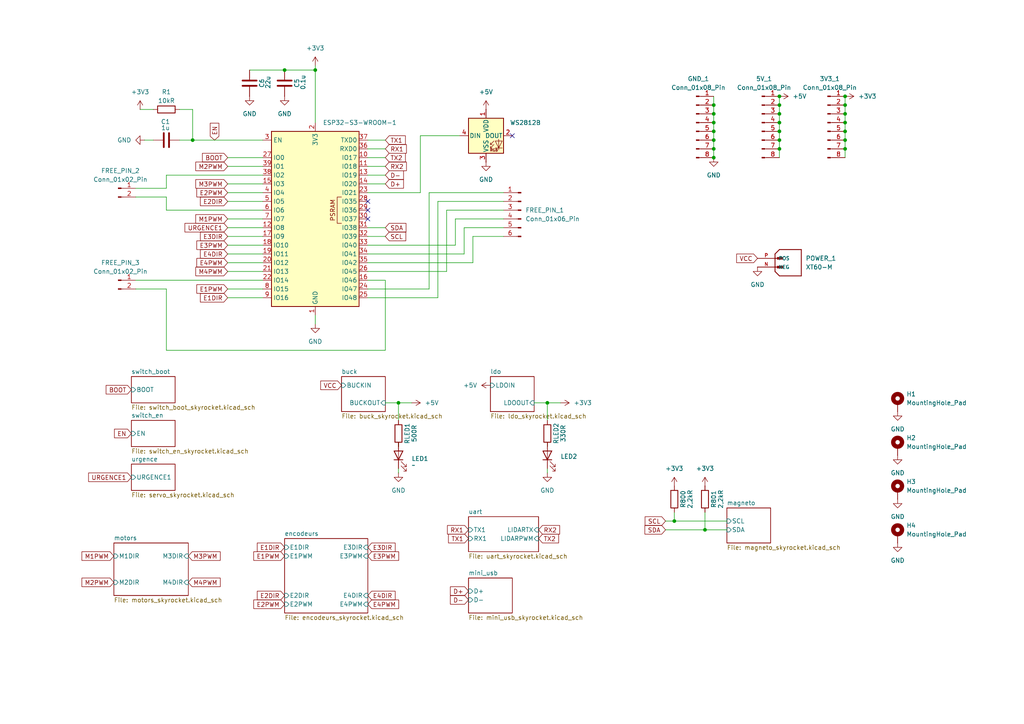
<source format=kicad_sch>
(kicad_sch
	(version 20231120)
	(generator "eeschema")
	(generator_version "8.0")
	(uuid "3c3cb7cd-e8cc-430c-ac5b-45b76eff6266")
	(paper "A4")
	(title_block
		(title "Main PCB Skyrocket")
	)
	(lib_symbols
		(symbol "Connector:Conn_01x02_Pin"
			(pin_names
				(offset 1.016) hide)
			(exclude_from_sim no)
			(in_bom yes)
			(on_board yes)
			(property "Reference" "J"
				(at 0 2.54 0)
				(effects
					(font
						(size 1.27 1.27)
					)
				)
			)
			(property "Value" "Conn_01x02_Pin"
				(at 0 -5.08 0)
				(effects
					(font
						(size 1.27 1.27)
					)
				)
			)
			(property "Footprint" ""
				(at 0 0 0)
				(effects
					(font
						(size 1.27 1.27)
					)
					(hide yes)
				)
			)
			(property "Datasheet" "~"
				(at 0 0 0)
				(effects
					(font
						(size 1.27 1.27)
					)
					(hide yes)
				)
			)
			(property "Description" "Generic connector, single row, 01x02, script generated"
				(at 0 0 0)
				(effects
					(font
						(size 1.27 1.27)
					)
					(hide yes)
				)
			)
			(property "ki_locked" ""
				(at 0 0 0)
				(effects
					(font
						(size 1.27 1.27)
					)
				)
			)
			(property "ki_keywords" "connector"
				(at 0 0 0)
				(effects
					(font
						(size 1.27 1.27)
					)
					(hide yes)
				)
			)
			(property "ki_fp_filters" "Connector*:*_1x??_*"
				(at 0 0 0)
				(effects
					(font
						(size 1.27 1.27)
					)
					(hide yes)
				)
			)
			(symbol "Conn_01x02_Pin_1_1"
				(polyline
					(pts
						(xy 1.27 -2.54) (xy 0.8636 -2.54)
					)
					(stroke
						(width 0.1524)
						(type default)
					)
					(fill
						(type none)
					)
				)
				(polyline
					(pts
						(xy 1.27 0) (xy 0.8636 0)
					)
					(stroke
						(width 0.1524)
						(type default)
					)
					(fill
						(type none)
					)
				)
				(rectangle
					(start 0.8636 -2.413)
					(end 0 -2.667)
					(stroke
						(width 0.1524)
						(type default)
					)
					(fill
						(type outline)
					)
				)
				(rectangle
					(start 0.8636 0.127)
					(end 0 -0.127)
					(stroke
						(width 0.1524)
						(type default)
					)
					(fill
						(type outline)
					)
				)
				(pin passive line
					(at 5.08 0 180)
					(length 3.81)
					(name "Pin_1"
						(effects
							(font
								(size 1.27 1.27)
							)
						)
					)
					(number "1"
						(effects
							(font
								(size 1.27 1.27)
							)
						)
					)
				)
				(pin passive line
					(at 5.08 -2.54 180)
					(length 3.81)
					(name "Pin_2"
						(effects
							(font
								(size 1.27 1.27)
							)
						)
					)
					(number "2"
						(effects
							(font
								(size 1.27 1.27)
							)
						)
					)
				)
			)
		)
		(symbol "Connector:Conn_01x06_Pin"
			(pin_names
				(offset 1.016) hide)
			(exclude_from_sim no)
			(in_bom yes)
			(on_board yes)
			(property "Reference" "J"
				(at 0 7.62 0)
				(effects
					(font
						(size 1.27 1.27)
					)
				)
			)
			(property "Value" "Conn_01x06_Pin"
				(at 0 -10.16 0)
				(effects
					(font
						(size 1.27 1.27)
					)
				)
			)
			(property "Footprint" ""
				(at 0 0 0)
				(effects
					(font
						(size 1.27 1.27)
					)
					(hide yes)
				)
			)
			(property "Datasheet" "~"
				(at 0 0 0)
				(effects
					(font
						(size 1.27 1.27)
					)
					(hide yes)
				)
			)
			(property "Description" "Generic connector, single row, 01x06, script generated"
				(at 0 0 0)
				(effects
					(font
						(size 1.27 1.27)
					)
					(hide yes)
				)
			)
			(property "ki_locked" ""
				(at 0 0 0)
				(effects
					(font
						(size 1.27 1.27)
					)
				)
			)
			(property "ki_keywords" "connector"
				(at 0 0 0)
				(effects
					(font
						(size 1.27 1.27)
					)
					(hide yes)
				)
			)
			(property "ki_fp_filters" "Connector*:*_1x??_*"
				(at 0 0 0)
				(effects
					(font
						(size 1.27 1.27)
					)
					(hide yes)
				)
			)
			(symbol "Conn_01x06_Pin_1_1"
				(polyline
					(pts
						(xy 1.27 -7.62) (xy 0.8636 -7.62)
					)
					(stroke
						(width 0.1524)
						(type default)
					)
					(fill
						(type none)
					)
				)
				(polyline
					(pts
						(xy 1.27 -5.08) (xy 0.8636 -5.08)
					)
					(stroke
						(width 0.1524)
						(type default)
					)
					(fill
						(type none)
					)
				)
				(polyline
					(pts
						(xy 1.27 -2.54) (xy 0.8636 -2.54)
					)
					(stroke
						(width 0.1524)
						(type default)
					)
					(fill
						(type none)
					)
				)
				(polyline
					(pts
						(xy 1.27 0) (xy 0.8636 0)
					)
					(stroke
						(width 0.1524)
						(type default)
					)
					(fill
						(type none)
					)
				)
				(polyline
					(pts
						(xy 1.27 2.54) (xy 0.8636 2.54)
					)
					(stroke
						(width 0.1524)
						(type default)
					)
					(fill
						(type none)
					)
				)
				(polyline
					(pts
						(xy 1.27 5.08) (xy 0.8636 5.08)
					)
					(stroke
						(width 0.1524)
						(type default)
					)
					(fill
						(type none)
					)
				)
				(rectangle
					(start 0.8636 -7.493)
					(end 0 -7.747)
					(stroke
						(width 0.1524)
						(type default)
					)
					(fill
						(type outline)
					)
				)
				(rectangle
					(start 0.8636 -4.953)
					(end 0 -5.207)
					(stroke
						(width 0.1524)
						(type default)
					)
					(fill
						(type outline)
					)
				)
				(rectangle
					(start 0.8636 -2.413)
					(end 0 -2.667)
					(stroke
						(width 0.1524)
						(type default)
					)
					(fill
						(type outline)
					)
				)
				(rectangle
					(start 0.8636 0.127)
					(end 0 -0.127)
					(stroke
						(width 0.1524)
						(type default)
					)
					(fill
						(type outline)
					)
				)
				(rectangle
					(start 0.8636 2.667)
					(end 0 2.413)
					(stroke
						(width 0.1524)
						(type default)
					)
					(fill
						(type outline)
					)
				)
				(rectangle
					(start 0.8636 5.207)
					(end 0 4.953)
					(stroke
						(width 0.1524)
						(type default)
					)
					(fill
						(type outline)
					)
				)
				(pin passive line
					(at 5.08 5.08 180)
					(length 3.81)
					(name "Pin_1"
						(effects
							(font
								(size 1.27 1.27)
							)
						)
					)
					(number "1"
						(effects
							(font
								(size 1.27 1.27)
							)
						)
					)
				)
				(pin passive line
					(at 5.08 2.54 180)
					(length 3.81)
					(name "Pin_2"
						(effects
							(font
								(size 1.27 1.27)
							)
						)
					)
					(number "2"
						(effects
							(font
								(size 1.27 1.27)
							)
						)
					)
				)
				(pin passive line
					(at 5.08 0 180)
					(length 3.81)
					(name "Pin_3"
						(effects
							(font
								(size 1.27 1.27)
							)
						)
					)
					(number "3"
						(effects
							(font
								(size 1.27 1.27)
							)
						)
					)
				)
				(pin passive line
					(at 5.08 -2.54 180)
					(length 3.81)
					(name "Pin_4"
						(effects
							(font
								(size 1.27 1.27)
							)
						)
					)
					(number "4"
						(effects
							(font
								(size 1.27 1.27)
							)
						)
					)
				)
				(pin passive line
					(at 5.08 -5.08 180)
					(length 3.81)
					(name "Pin_5"
						(effects
							(font
								(size 1.27 1.27)
							)
						)
					)
					(number "5"
						(effects
							(font
								(size 1.27 1.27)
							)
						)
					)
				)
				(pin passive line
					(at 5.08 -7.62 180)
					(length 3.81)
					(name "Pin_6"
						(effects
							(font
								(size 1.27 1.27)
							)
						)
					)
					(number "6"
						(effects
							(font
								(size 1.27 1.27)
							)
						)
					)
				)
			)
		)
		(symbol "Connector:Conn_01x08_Pin"
			(pin_names
				(offset 1.016) hide)
			(exclude_from_sim no)
			(in_bom yes)
			(on_board yes)
			(property "Reference" "J"
				(at 0 10.16 0)
				(effects
					(font
						(size 1.27 1.27)
					)
				)
			)
			(property "Value" "Conn_01x08_Pin"
				(at 0 -12.7 0)
				(effects
					(font
						(size 1.27 1.27)
					)
				)
			)
			(property "Footprint" ""
				(at 0 0 0)
				(effects
					(font
						(size 1.27 1.27)
					)
					(hide yes)
				)
			)
			(property "Datasheet" "~"
				(at 0 0 0)
				(effects
					(font
						(size 1.27 1.27)
					)
					(hide yes)
				)
			)
			(property "Description" "Generic connector, single row, 01x08, script generated"
				(at 0 0 0)
				(effects
					(font
						(size 1.27 1.27)
					)
					(hide yes)
				)
			)
			(property "ki_locked" ""
				(at 0 0 0)
				(effects
					(font
						(size 1.27 1.27)
					)
				)
			)
			(property "ki_keywords" "connector"
				(at 0 0 0)
				(effects
					(font
						(size 1.27 1.27)
					)
					(hide yes)
				)
			)
			(property "ki_fp_filters" "Connector*:*_1x??_*"
				(at 0 0 0)
				(effects
					(font
						(size 1.27 1.27)
					)
					(hide yes)
				)
			)
			(symbol "Conn_01x08_Pin_1_1"
				(polyline
					(pts
						(xy 1.27 -10.16) (xy 0.8636 -10.16)
					)
					(stroke
						(width 0.1524)
						(type default)
					)
					(fill
						(type none)
					)
				)
				(polyline
					(pts
						(xy 1.27 -7.62) (xy 0.8636 -7.62)
					)
					(stroke
						(width 0.1524)
						(type default)
					)
					(fill
						(type none)
					)
				)
				(polyline
					(pts
						(xy 1.27 -5.08) (xy 0.8636 -5.08)
					)
					(stroke
						(width 0.1524)
						(type default)
					)
					(fill
						(type none)
					)
				)
				(polyline
					(pts
						(xy 1.27 -2.54) (xy 0.8636 -2.54)
					)
					(stroke
						(width 0.1524)
						(type default)
					)
					(fill
						(type none)
					)
				)
				(polyline
					(pts
						(xy 1.27 0) (xy 0.8636 0)
					)
					(stroke
						(width 0.1524)
						(type default)
					)
					(fill
						(type none)
					)
				)
				(polyline
					(pts
						(xy 1.27 2.54) (xy 0.8636 2.54)
					)
					(stroke
						(width 0.1524)
						(type default)
					)
					(fill
						(type none)
					)
				)
				(polyline
					(pts
						(xy 1.27 5.08) (xy 0.8636 5.08)
					)
					(stroke
						(width 0.1524)
						(type default)
					)
					(fill
						(type none)
					)
				)
				(polyline
					(pts
						(xy 1.27 7.62) (xy 0.8636 7.62)
					)
					(stroke
						(width 0.1524)
						(type default)
					)
					(fill
						(type none)
					)
				)
				(rectangle
					(start 0.8636 -10.033)
					(end 0 -10.287)
					(stroke
						(width 0.1524)
						(type default)
					)
					(fill
						(type outline)
					)
				)
				(rectangle
					(start 0.8636 -7.493)
					(end 0 -7.747)
					(stroke
						(width 0.1524)
						(type default)
					)
					(fill
						(type outline)
					)
				)
				(rectangle
					(start 0.8636 -4.953)
					(end 0 -5.207)
					(stroke
						(width 0.1524)
						(type default)
					)
					(fill
						(type outline)
					)
				)
				(rectangle
					(start 0.8636 -2.413)
					(end 0 -2.667)
					(stroke
						(width 0.1524)
						(type default)
					)
					(fill
						(type outline)
					)
				)
				(rectangle
					(start 0.8636 0.127)
					(end 0 -0.127)
					(stroke
						(width 0.1524)
						(type default)
					)
					(fill
						(type outline)
					)
				)
				(rectangle
					(start 0.8636 2.667)
					(end 0 2.413)
					(stroke
						(width 0.1524)
						(type default)
					)
					(fill
						(type outline)
					)
				)
				(rectangle
					(start 0.8636 5.207)
					(end 0 4.953)
					(stroke
						(width 0.1524)
						(type default)
					)
					(fill
						(type outline)
					)
				)
				(rectangle
					(start 0.8636 7.747)
					(end 0 7.493)
					(stroke
						(width 0.1524)
						(type default)
					)
					(fill
						(type outline)
					)
				)
				(pin passive line
					(at 5.08 7.62 180)
					(length 3.81)
					(name "Pin_1"
						(effects
							(font
								(size 1.27 1.27)
							)
						)
					)
					(number "1"
						(effects
							(font
								(size 1.27 1.27)
							)
						)
					)
				)
				(pin passive line
					(at 5.08 5.08 180)
					(length 3.81)
					(name "Pin_2"
						(effects
							(font
								(size 1.27 1.27)
							)
						)
					)
					(number "2"
						(effects
							(font
								(size 1.27 1.27)
							)
						)
					)
				)
				(pin passive line
					(at 5.08 2.54 180)
					(length 3.81)
					(name "Pin_3"
						(effects
							(font
								(size 1.27 1.27)
							)
						)
					)
					(number "3"
						(effects
							(font
								(size 1.27 1.27)
							)
						)
					)
				)
				(pin passive line
					(at 5.08 0 180)
					(length 3.81)
					(name "Pin_4"
						(effects
							(font
								(size 1.27 1.27)
							)
						)
					)
					(number "4"
						(effects
							(font
								(size 1.27 1.27)
							)
						)
					)
				)
				(pin passive line
					(at 5.08 -2.54 180)
					(length 3.81)
					(name "Pin_5"
						(effects
							(font
								(size 1.27 1.27)
							)
						)
					)
					(number "5"
						(effects
							(font
								(size 1.27 1.27)
							)
						)
					)
				)
				(pin passive line
					(at 5.08 -5.08 180)
					(length 3.81)
					(name "Pin_6"
						(effects
							(font
								(size 1.27 1.27)
							)
						)
					)
					(number "6"
						(effects
							(font
								(size 1.27 1.27)
							)
						)
					)
				)
				(pin passive line
					(at 5.08 -7.62 180)
					(length 3.81)
					(name "Pin_7"
						(effects
							(font
								(size 1.27 1.27)
							)
						)
					)
					(number "7"
						(effects
							(font
								(size 1.27 1.27)
							)
						)
					)
				)
				(pin passive line
					(at 5.08 -10.16 180)
					(length 3.81)
					(name "Pin_8"
						(effects
							(font
								(size 1.27 1.27)
							)
						)
					)
					(number "8"
						(effects
							(font
								(size 1.27 1.27)
							)
						)
					)
				)
			)
		)
		(symbol "Device:C"
			(pin_numbers hide)
			(pin_names
				(offset 0.254)
			)
			(exclude_from_sim no)
			(in_bom yes)
			(on_board yes)
			(property "Reference" "C"
				(at 0.635 2.54 0)
				(effects
					(font
						(size 1.27 1.27)
					)
					(justify left)
				)
			)
			(property "Value" "C"
				(at 0.635 -2.54 0)
				(effects
					(font
						(size 1.27 1.27)
					)
					(justify left)
				)
			)
			(property "Footprint" ""
				(at 0.9652 -3.81 0)
				(effects
					(font
						(size 1.27 1.27)
					)
					(hide yes)
				)
			)
			(property "Datasheet" "~"
				(at 0 0 0)
				(effects
					(font
						(size 1.27 1.27)
					)
					(hide yes)
				)
			)
			(property "Description" "Unpolarized capacitor"
				(at 0 0 0)
				(effects
					(font
						(size 1.27 1.27)
					)
					(hide yes)
				)
			)
			(property "ki_keywords" "cap capacitor"
				(at 0 0 0)
				(effects
					(font
						(size 1.27 1.27)
					)
					(hide yes)
				)
			)
			(property "ki_fp_filters" "C_*"
				(at 0 0 0)
				(effects
					(font
						(size 1.27 1.27)
					)
					(hide yes)
				)
			)
			(symbol "C_0_1"
				(polyline
					(pts
						(xy -2.032 -0.762) (xy 2.032 -0.762)
					)
					(stroke
						(width 0.508)
						(type default)
					)
					(fill
						(type none)
					)
				)
				(polyline
					(pts
						(xy -2.032 0.762) (xy 2.032 0.762)
					)
					(stroke
						(width 0.508)
						(type default)
					)
					(fill
						(type none)
					)
				)
			)
			(symbol "C_1_1"
				(pin passive line
					(at 0 3.81 270)
					(length 2.794)
					(name "~"
						(effects
							(font
								(size 1.27 1.27)
							)
						)
					)
					(number "1"
						(effects
							(font
								(size 1.27 1.27)
							)
						)
					)
				)
				(pin passive line
					(at 0 -3.81 90)
					(length 2.794)
					(name "~"
						(effects
							(font
								(size 1.27 1.27)
							)
						)
					)
					(number "2"
						(effects
							(font
								(size 1.27 1.27)
							)
						)
					)
				)
			)
		)
		(symbol "Device:LED"
			(pin_numbers hide)
			(pin_names
				(offset 1.016) hide)
			(exclude_from_sim no)
			(in_bom yes)
			(on_board yes)
			(property "Reference" "D"
				(at 0 2.54 0)
				(effects
					(font
						(size 1.27 1.27)
					)
				)
			)
			(property "Value" "LED"
				(at 0 -2.54 0)
				(effects
					(font
						(size 1.27 1.27)
					)
				)
			)
			(property "Footprint" ""
				(at 0 0 0)
				(effects
					(font
						(size 1.27 1.27)
					)
					(hide yes)
				)
			)
			(property "Datasheet" "~"
				(at 0 0 0)
				(effects
					(font
						(size 1.27 1.27)
					)
					(hide yes)
				)
			)
			(property "Description" "Light emitting diode"
				(at 0 0 0)
				(effects
					(font
						(size 1.27 1.27)
					)
					(hide yes)
				)
			)
			(property "ki_keywords" "LED diode"
				(at 0 0 0)
				(effects
					(font
						(size 1.27 1.27)
					)
					(hide yes)
				)
			)
			(property "ki_fp_filters" "LED* LED_SMD:* LED_THT:*"
				(at 0 0 0)
				(effects
					(font
						(size 1.27 1.27)
					)
					(hide yes)
				)
			)
			(symbol "LED_0_1"
				(polyline
					(pts
						(xy -1.27 -1.27) (xy -1.27 1.27)
					)
					(stroke
						(width 0.254)
						(type default)
					)
					(fill
						(type none)
					)
				)
				(polyline
					(pts
						(xy -1.27 0) (xy 1.27 0)
					)
					(stroke
						(width 0)
						(type default)
					)
					(fill
						(type none)
					)
				)
				(polyline
					(pts
						(xy 1.27 -1.27) (xy 1.27 1.27) (xy -1.27 0) (xy 1.27 -1.27)
					)
					(stroke
						(width 0.254)
						(type default)
					)
					(fill
						(type none)
					)
				)
				(polyline
					(pts
						(xy -3.048 -0.762) (xy -4.572 -2.286) (xy -3.81 -2.286) (xy -4.572 -2.286) (xy -4.572 -1.524)
					)
					(stroke
						(width 0)
						(type default)
					)
					(fill
						(type none)
					)
				)
				(polyline
					(pts
						(xy -1.778 -0.762) (xy -3.302 -2.286) (xy -2.54 -2.286) (xy -3.302 -2.286) (xy -3.302 -1.524)
					)
					(stroke
						(width 0)
						(type default)
					)
					(fill
						(type none)
					)
				)
			)
			(symbol "LED_1_1"
				(pin passive line
					(at -3.81 0 0)
					(length 2.54)
					(name "K"
						(effects
							(font
								(size 1.27 1.27)
							)
						)
					)
					(number "1"
						(effects
							(font
								(size 1.27 1.27)
							)
						)
					)
				)
				(pin passive line
					(at 3.81 0 180)
					(length 2.54)
					(name "A"
						(effects
							(font
								(size 1.27 1.27)
							)
						)
					)
					(number "2"
						(effects
							(font
								(size 1.27 1.27)
							)
						)
					)
				)
			)
		)
		(symbol "Device:R"
			(pin_numbers hide)
			(pin_names
				(offset 0)
			)
			(exclude_from_sim no)
			(in_bom yes)
			(on_board yes)
			(property "Reference" "R"
				(at 2.032 0 90)
				(effects
					(font
						(size 1.27 1.27)
					)
				)
			)
			(property "Value" "R"
				(at 0 0 90)
				(effects
					(font
						(size 1.27 1.27)
					)
				)
			)
			(property "Footprint" ""
				(at -1.778 0 90)
				(effects
					(font
						(size 1.27 1.27)
					)
					(hide yes)
				)
			)
			(property "Datasheet" "~"
				(at 0 0 0)
				(effects
					(font
						(size 1.27 1.27)
					)
					(hide yes)
				)
			)
			(property "Description" "Resistor"
				(at 0 0 0)
				(effects
					(font
						(size 1.27 1.27)
					)
					(hide yes)
				)
			)
			(property "ki_keywords" "R res resistor"
				(at 0 0 0)
				(effects
					(font
						(size 1.27 1.27)
					)
					(hide yes)
				)
			)
			(property "ki_fp_filters" "R_*"
				(at 0 0 0)
				(effects
					(font
						(size 1.27 1.27)
					)
					(hide yes)
				)
			)
			(symbol "R_0_1"
				(rectangle
					(start -1.016 -2.54)
					(end 1.016 2.54)
					(stroke
						(width 0.254)
						(type default)
					)
					(fill
						(type none)
					)
				)
			)
			(symbol "R_1_1"
				(pin passive line
					(at 0 3.81 270)
					(length 1.27)
					(name "~"
						(effects
							(font
								(size 1.27 1.27)
							)
						)
					)
					(number "1"
						(effects
							(font
								(size 1.27 1.27)
							)
						)
					)
				)
				(pin passive line
					(at 0 -3.81 90)
					(length 1.27)
					(name "~"
						(effects
							(font
								(size 1.27 1.27)
							)
						)
					)
					(number "2"
						(effects
							(font
								(size 1.27 1.27)
							)
						)
					)
				)
			)
		)
		(symbol "LED:WS2812B"
			(pin_names
				(offset 0.254)
			)
			(exclude_from_sim no)
			(in_bom yes)
			(on_board yes)
			(property "Reference" "D"
				(at 5.08 5.715 0)
				(effects
					(font
						(size 1.27 1.27)
					)
					(justify right bottom)
				)
			)
			(property "Value" "WS2812B"
				(at 1.27 -5.715 0)
				(effects
					(font
						(size 1.27 1.27)
					)
					(justify left top)
				)
			)
			(property "Footprint" "LED_SMD:LED_WS2812B_PLCC4_5.0x5.0mm_P3.2mm"
				(at 1.27 -7.62 0)
				(effects
					(font
						(size 1.27 1.27)
					)
					(justify left top)
					(hide yes)
				)
			)
			(property "Datasheet" "https://cdn-shop.adafruit.com/datasheets/WS2812B.pdf"
				(at 2.54 -9.525 0)
				(effects
					(font
						(size 1.27 1.27)
					)
					(justify left top)
					(hide yes)
				)
			)
			(property "Description" "RGB LED with integrated controller"
				(at 0 0 0)
				(effects
					(font
						(size 1.27 1.27)
					)
					(hide yes)
				)
			)
			(property "ki_keywords" "RGB LED NeoPixel addressable"
				(at 0 0 0)
				(effects
					(font
						(size 1.27 1.27)
					)
					(hide yes)
				)
			)
			(property "ki_fp_filters" "LED*WS2812*PLCC*5.0x5.0mm*P3.2mm*"
				(at 0 0 0)
				(effects
					(font
						(size 1.27 1.27)
					)
					(hide yes)
				)
			)
			(symbol "WS2812B_0_0"
				(text "RGB"
					(at 2.286 -4.191 0)
					(effects
						(font
							(size 0.762 0.762)
						)
					)
				)
			)
			(symbol "WS2812B_0_1"
				(polyline
					(pts
						(xy 1.27 -3.556) (xy 1.778 -3.556)
					)
					(stroke
						(width 0)
						(type default)
					)
					(fill
						(type none)
					)
				)
				(polyline
					(pts
						(xy 1.27 -2.54) (xy 1.778 -2.54)
					)
					(stroke
						(width 0)
						(type default)
					)
					(fill
						(type none)
					)
				)
				(polyline
					(pts
						(xy 4.699 -3.556) (xy 2.667 -3.556)
					)
					(stroke
						(width 0)
						(type default)
					)
					(fill
						(type none)
					)
				)
				(polyline
					(pts
						(xy 2.286 -2.54) (xy 1.27 -3.556) (xy 1.27 -3.048)
					)
					(stroke
						(width 0)
						(type default)
					)
					(fill
						(type none)
					)
				)
				(polyline
					(pts
						(xy 2.286 -1.524) (xy 1.27 -2.54) (xy 1.27 -2.032)
					)
					(stroke
						(width 0)
						(type default)
					)
					(fill
						(type none)
					)
				)
				(polyline
					(pts
						(xy 3.683 -1.016) (xy 3.683 -3.556) (xy 3.683 -4.064)
					)
					(stroke
						(width 0)
						(type default)
					)
					(fill
						(type none)
					)
				)
				(polyline
					(pts
						(xy 4.699 -1.524) (xy 2.667 -1.524) (xy 3.683 -3.556) (xy 4.699 -1.524)
					)
					(stroke
						(width 0)
						(type default)
					)
					(fill
						(type none)
					)
				)
				(rectangle
					(start 5.08 5.08)
					(end -5.08 -5.08)
					(stroke
						(width 0.254)
						(type default)
					)
					(fill
						(type background)
					)
				)
			)
			(symbol "WS2812B_1_1"
				(pin power_in line
					(at 0 7.62 270)
					(length 2.54)
					(name "VDD"
						(effects
							(font
								(size 1.27 1.27)
							)
						)
					)
					(number "1"
						(effects
							(font
								(size 1.27 1.27)
							)
						)
					)
				)
				(pin output line
					(at 7.62 0 180)
					(length 2.54)
					(name "DOUT"
						(effects
							(font
								(size 1.27 1.27)
							)
						)
					)
					(number "2"
						(effects
							(font
								(size 1.27 1.27)
							)
						)
					)
				)
				(pin power_in line
					(at 0 -7.62 90)
					(length 2.54)
					(name "VSS"
						(effects
							(font
								(size 1.27 1.27)
							)
						)
					)
					(number "3"
						(effects
							(font
								(size 1.27 1.27)
							)
						)
					)
				)
				(pin input line
					(at -7.62 0 0)
					(length 2.54)
					(name "DIN"
						(effects
							(font
								(size 1.27 1.27)
							)
						)
					)
					(number "4"
						(effects
							(font
								(size 1.27 1.27)
							)
						)
					)
				)
			)
		)
		(symbol "Mechanical:MountingHole_Pad"
			(pin_numbers hide)
			(pin_names
				(offset 1.016) hide)
			(exclude_from_sim yes)
			(in_bom no)
			(on_board yes)
			(property "Reference" "H"
				(at 0 6.35 0)
				(effects
					(font
						(size 1.27 1.27)
					)
				)
			)
			(property "Value" "MountingHole_Pad"
				(at 0 4.445 0)
				(effects
					(font
						(size 1.27 1.27)
					)
				)
			)
			(property "Footprint" ""
				(at 0 0 0)
				(effects
					(font
						(size 1.27 1.27)
					)
					(hide yes)
				)
			)
			(property "Datasheet" "~"
				(at 0 0 0)
				(effects
					(font
						(size 1.27 1.27)
					)
					(hide yes)
				)
			)
			(property "Description" "Mounting Hole with connection"
				(at 0 0 0)
				(effects
					(font
						(size 1.27 1.27)
					)
					(hide yes)
				)
			)
			(property "ki_keywords" "mounting hole"
				(at 0 0 0)
				(effects
					(font
						(size 1.27 1.27)
					)
					(hide yes)
				)
			)
			(property "ki_fp_filters" "MountingHole*Pad*"
				(at 0 0 0)
				(effects
					(font
						(size 1.27 1.27)
					)
					(hide yes)
				)
			)
			(symbol "MountingHole_Pad_0_1"
				(circle
					(center 0 1.27)
					(radius 1.27)
					(stroke
						(width 1.27)
						(type default)
					)
					(fill
						(type none)
					)
				)
			)
			(symbol "MountingHole_Pad_1_1"
				(pin input line
					(at 0 -2.54 90)
					(length 2.54)
					(name "1"
						(effects
							(font
								(size 1.27 1.27)
							)
						)
					)
					(number "1"
						(effects
							(font
								(size 1.27 1.27)
							)
						)
					)
				)
			)
		)
		(symbol "RF_Module:ESP32-S3-WROOM-1"
			(exclude_from_sim no)
			(in_bom yes)
			(on_board yes)
			(property "Reference" "U"
				(at -12.7 26.67 0)
				(effects
					(font
						(size 1.27 1.27)
					)
				)
			)
			(property "Value" "ESP32-S3-WROOM-1"
				(at 12.7 26.67 0)
				(effects
					(font
						(size 1.27 1.27)
					)
				)
			)
			(property "Footprint" "RF_Module:ESP32-S3-WROOM-1"
				(at 0 2.54 0)
				(effects
					(font
						(size 1.27 1.27)
					)
					(hide yes)
				)
			)
			(property "Datasheet" "https://www.espressif.com/sites/default/files/documentation/esp32-s3-wroom-1_wroom-1u_datasheet_en.pdf"
				(at 0 0 0)
				(effects
					(font
						(size 1.27 1.27)
					)
					(hide yes)
				)
			)
			(property "Description" "RF Module, ESP32-S3 SoC, Wi-Fi 802.11b/g/n, Bluetooth, BLE, 32-bit, 3.3V, onboard antenna, SMD"
				(at 0 0 0)
				(effects
					(font
						(size 1.27 1.27)
					)
					(hide yes)
				)
			)
			(property "ki_keywords" "RF Radio BT ESP ESP32-S3 Espressif onboard PCB antenna"
				(at 0 0 0)
				(effects
					(font
						(size 1.27 1.27)
					)
					(hide yes)
				)
			)
			(property "ki_fp_filters" "ESP32?S3?WROOM?1*"
				(at 0 0 0)
				(effects
					(font
						(size 1.27 1.27)
					)
					(hide yes)
				)
			)
			(symbol "ESP32-S3-WROOM-1_0_0"
				(rectangle
					(start -12.7 25.4)
					(end 12.7 -25.4)
					(stroke
						(width 0.254)
						(type default)
					)
					(fill
						(type background)
					)
				)
				(text "PSRAM"
					(at 5.08 2.54 900)
					(effects
						(font
							(size 1.27 1.27)
						)
					)
				)
			)
			(symbol "ESP32-S3-WROOM-1_0_1"
				(polyline
					(pts
						(xy 7.62 -1.27) (xy 6.35 -1.27) (xy 6.35 6.35) (xy 7.62 6.35)
					)
					(stroke
						(width 0)
						(type default)
					)
					(fill
						(type none)
					)
				)
			)
			(symbol "ESP32-S3-WROOM-1_1_1"
				(pin power_in line
					(at 0 -27.94 90)
					(length 2.54)
					(name "GND"
						(effects
							(font
								(size 1.27 1.27)
							)
						)
					)
					(number "1"
						(effects
							(font
								(size 1.27 1.27)
							)
						)
					)
				)
				(pin bidirectional line
					(at 15.24 17.78 180)
					(length 2.54)
					(name "IO17"
						(effects
							(font
								(size 1.27 1.27)
							)
						)
					)
					(number "10"
						(effects
							(font
								(size 1.27 1.27)
							)
						)
					)
				)
				(pin bidirectional line
					(at 15.24 15.24 180)
					(length 2.54)
					(name "IO18"
						(effects
							(font
								(size 1.27 1.27)
							)
						)
					)
					(number "11"
						(effects
							(font
								(size 1.27 1.27)
							)
						)
					)
				)
				(pin bidirectional line
					(at -15.24 -2.54 0)
					(length 2.54)
					(name "IO8"
						(effects
							(font
								(size 1.27 1.27)
							)
						)
					)
					(number "12"
						(effects
							(font
								(size 1.27 1.27)
							)
						)
					)
				)
				(pin bidirectional line
					(at 15.24 12.7 180)
					(length 2.54)
					(name "IO19"
						(effects
							(font
								(size 1.27 1.27)
							)
						)
					)
					(number "13"
						(effects
							(font
								(size 1.27 1.27)
							)
						)
					)
				)
				(pin bidirectional line
					(at 15.24 10.16 180)
					(length 2.54)
					(name "IO20"
						(effects
							(font
								(size 1.27 1.27)
							)
						)
					)
					(number "14"
						(effects
							(font
								(size 1.27 1.27)
							)
						)
					)
				)
				(pin bidirectional line
					(at -15.24 10.16 0)
					(length 2.54)
					(name "IO3"
						(effects
							(font
								(size 1.27 1.27)
							)
						)
					)
					(number "15"
						(effects
							(font
								(size 1.27 1.27)
							)
						)
					)
				)
				(pin bidirectional line
					(at 15.24 -17.78 180)
					(length 2.54)
					(name "IO46"
						(effects
							(font
								(size 1.27 1.27)
							)
						)
					)
					(number "16"
						(effects
							(font
								(size 1.27 1.27)
							)
						)
					)
				)
				(pin bidirectional line
					(at -15.24 -5.08 0)
					(length 2.54)
					(name "IO9"
						(effects
							(font
								(size 1.27 1.27)
							)
						)
					)
					(number "17"
						(effects
							(font
								(size 1.27 1.27)
							)
						)
					)
				)
				(pin bidirectional line
					(at -15.24 -7.62 0)
					(length 2.54)
					(name "IO10"
						(effects
							(font
								(size 1.27 1.27)
							)
						)
					)
					(number "18"
						(effects
							(font
								(size 1.27 1.27)
							)
						)
					)
				)
				(pin bidirectional line
					(at -15.24 -10.16 0)
					(length 2.54)
					(name "IO11"
						(effects
							(font
								(size 1.27 1.27)
							)
						)
					)
					(number "19"
						(effects
							(font
								(size 1.27 1.27)
							)
						)
					)
				)
				(pin power_in line
					(at 0 27.94 270)
					(length 2.54)
					(name "3V3"
						(effects
							(font
								(size 1.27 1.27)
							)
						)
					)
					(number "2"
						(effects
							(font
								(size 1.27 1.27)
							)
						)
					)
				)
				(pin bidirectional line
					(at -15.24 -12.7 0)
					(length 2.54)
					(name "IO12"
						(effects
							(font
								(size 1.27 1.27)
							)
						)
					)
					(number "20"
						(effects
							(font
								(size 1.27 1.27)
							)
						)
					)
				)
				(pin bidirectional line
					(at -15.24 -15.24 0)
					(length 2.54)
					(name "IO13"
						(effects
							(font
								(size 1.27 1.27)
							)
						)
					)
					(number "21"
						(effects
							(font
								(size 1.27 1.27)
							)
						)
					)
				)
				(pin bidirectional line
					(at -15.24 -17.78 0)
					(length 2.54)
					(name "IO14"
						(effects
							(font
								(size 1.27 1.27)
							)
						)
					)
					(number "22"
						(effects
							(font
								(size 1.27 1.27)
							)
						)
					)
				)
				(pin bidirectional line
					(at 15.24 7.62 180)
					(length 2.54)
					(name "IO21"
						(effects
							(font
								(size 1.27 1.27)
							)
						)
					)
					(number "23"
						(effects
							(font
								(size 1.27 1.27)
							)
						)
					)
				)
				(pin bidirectional line
					(at 15.24 -20.32 180)
					(length 2.54)
					(name "IO47"
						(effects
							(font
								(size 1.27 1.27)
							)
						)
					)
					(number "24"
						(effects
							(font
								(size 1.27 1.27)
							)
						)
					)
				)
				(pin bidirectional line
					(at 15.24 -22.86 180)
					(length 2.54)
					(name "IO48"
						(effects
							(font
								(size 1.27 1.27)
							)
						)
					)
					(number "25"
						(effects
							(font
								(size 1.27 1.27)
							)
						)
					)
				)
				(pin bidirectional line
					(at 15.24 -15.24 180)
					(length 2.54)
					(name "IO45"
						(effects
							(font
								(size 1.27 1.27)
							)
						)
					)
					(number "26"
						(effects
							(font
								(size 1.27 1.27)
							)
						)
					)
				)
				(pin bidirectional line
					(at -15.24 17.78 0)
					(length 2.54)
					(name "IO0"
						(effects
							(font
								(size 1.27 1.27)
							)
						)
					)
					(number "27"
						(effects
							(font
								(size 1.27 1.27)
							)
						)
					)
				)
				(pin bidirectional line
					(at 15.24 5.08 180)
					(length 2.54)
					(name "IO35"
						(effects
							(font
								(size 1.27 1.27)
							)
						)
					)
					(number "28"
						(effects
							(font
								(size 1.27 1.27)
							)
						)
					)
				)
				(pin bidirectional line
					(at 15.24 2.54 180)
					(length 2.54)
					(name "IO36"
						(effects
							(font
								(size 1.27 1.27)
							)
						)
					)
					(number "29"
						(effects
							(font
								(size 1.27 1.27)
							)
						)
					)
				)
				(pin input line
					(at -15.24 22.86 0)
					(length 2.54)
					(name "EN"
						(effects
							(font
								(size 1.27 1.27)
							)
						)
					)
					(number "3"
						(effects
							(font
								(size 1.27 1.27)
							)
						)
					)
				)
				(pin bidirectional line
					(at 15.24 0 180)
					(length 2.54)
					(name "IO37"
						(effects
							(font
								(size 1.27 1.27)
							)
						)
					)
					(number "30"
						(effects
							(font
								(size 1.27 1.27)
							)
						)
					)
				)
				(pin bidirectional line
					(at 15.24 -2.54 180)
					(length 2.54)
					(name "IO38"
						(effects
							(font
								(size 1.27 1.27)
							)
						)
					)
					(number "31"
						(effects
							(font
								(size 1.27 1.27)
							)
						)
					)
				)
				(pin bidirectional line
					(at 15.24 -5.08 180)
					(length 2.54)
					(name "IO39"
						(effects
							(font
								(size 1.27 1.27)
							)
						)
					)
					(number "32"
						(effects
							(font
								(size 1.27 1.27)
							)
						)
					)
				)
				(pin bidirectional line
					(at 15.24 -7.62 180)
					(length 2.54)
					(name "IO40"
						(effects
							(font
								(size 1.27 1.27)
							)
						)
					)
					(number "33"
						(effects
							(font
								(size 1.27 1.27)
							)
						)
					)
				)
				(pin bidirectional line
					(at 15.24 -10.16 180)
					(length 2.54)
					(name "IO41"
						(effects
							(font
								(size 1.27 1.27)
							)
						)
					)
					(number "34"
						(effects
							(font
								(size 1.27 1.27)
							)
						)
					)
				)
				(pin bidirectional line
					(at 15.24 -12.7 180)
					(length 2.54)
					(name "IO42"
						(effects
							(font
								(size 1.27 1.27)
							)
						)
					)
					(number "35"
						(effects
							(font
								(size 1.27 1.27)
							)
						)
					)
				)
				(pin bidirectional line
					(at 15.24 20.32 180)
					(length 2.54)
					(name "RXD0"
						(effects
							(font
								(size 1.27 1.27)
							)
						)
					)
					(number "36"
						(effects
							(font
								(size 1.27 1.27)
							)
						)
					)
				)
				(pin bidirectional line
					(at 15.24 22.86 180)
					(length 2.54)
					(name "TXD0"
						(effects
							(font
								(size 1.27 1.27)
							)
						)
					)
					(number "37"
						(effects
							(font
								(size 1.27 1.27)
							)
						)
					)
				)
				(pin bidirectional line
					(at -15.24 12.7 0)
					(length 2.54)
					(name "IO2"
						(effects
							(font
								(size 1.27 1.27)
							)
						)
					)
					(number "38"
						(effects
							(font
								(size 1.27 1.27)
							)
						)
					)
				)
				(pin bidirectional line
					(at -15.24 15.24 0)
					(length 2.54)
					(name "IO1"
						(effects
							(font
								(size 1.27 1.27)
							)
						)
					)
					(number "39"
						(effects
							(font
								(size 1.27 1.27)
							)
						)
					)
				)
				(pin bidirectional line
					(at -15.24 7.62 0)
					(length 2.54)
					(name "IO4"
						(effects
							(font
								(size 1.27 1.27)
							)
						)
					)
					(number "4"
						(effects
							(font
								(size 1.27 1.27)
							)
						)
					)
				)
				(pin passive line
					(at 0 -27.94 90)
					(length 2.54) hide
					(name "GND"
						(effects
							(font
								(size 1.27 1.27)
							)
						)
					)
					(number "40"
						(effects
							(font
								(size 1.27 1.27)
							)
						)
					)
				)
				(pin passive line
					(at 0 -27.94 90)
					(length 2.54) hide
					(name "GND"
						(effects
							(font
								(size 1.27 1.27)
							)
						)
					)
					(number "41"
						(effects
							(font
								(size 1.27 1.27)
							)
						)
					)
				)
				(pin bidirectional line
					(at -15.24 5.08 0)
					(length 2.54)
					(name "IO5"
						(effects
							(font
								(size 1.27 1.27)
							)
						)
					)
					(number "5"
						(effects
							(font
								(size 1.27 1.27)
							)
						)
					)
				)
				(pin bidirectional line
					(at -15.24 2.54 0)
					(length 2.54)
					(name "IO6"
						(effects
							(font
								(size 1.27 1.27)
							)
						)
					)
					(number "6"
						(effects
							(font
								(size 1.27 1.27)
							)
						)
					)
				)
				(pin bidirectional line
					(at -15.24 0 0)
					(length 2.54)
					(name "IO7"
						(effects
							(font
								(size 1.27 1.27)
							)
						)
					)
					(number "7"
						(effects
							(font
								(size 1.27 1.27)
							)
						)
					)
				)
				(pin bidirectional line
					(at -15.24 -20.32 0)
					(length 2.54)
					(name "IO15"
						(effects
							(font
								(size 1.27 1.27)
							)
						)
					)
					(number "8"
						(effects
							(font
								(size 1.27 1.27)
							)
						)
					)
				)
				(pin bidirectional line
					(at -15.24 -22.86 0)
					(length 2.54)
					(name "IO16"
						(effects
							(font
								(size 1.27 1.27)
							)
						)
					)
					(number "9"
						(effects
							(font
								(size 1.27 1.27)
							)
						)
					)
				)
			)
		)
		(symbol "XT60-M:XT60-M"
			(pin_names
				(offset 1.016)
			)
			(exclude_from_sim no)
			(in_bom yes)
			(on_board yes)
			(property "Reference" "J"
				(at 0 6.35 0)
				(effects
					(font
						(size 1.27 1.27)
					)
					(justify left bottom)
				)
			)
			(property "Value" "XT60-M"
				(at 0 -5.08 0)
				(effects
					(font
						(size 1.27 1.27)
					)
					(justify left bottom)
				)
			)
			(property "Footprint" "XT60-M:AMASS_XT60-M"
				(at 0 0 0)
				(effects
					(font
						(size 1.27 1.27)
					)
					(justify bottom)
					(hide yes)
				)
			)
			(property "Datasheet" ""
				(at 0 0 0)
				(effects
					(font
						(size 1.27 1.27)
					)
					(hide yes)
				)
			)
			(property "Description" ""
				(at 0 0 0)
				(effects
					(font
						(size 1.27 1.27)
					)
					(hide yes)
				)
			)
			(property "MF" "AMASS"
				(at 0 0 0)
				(effects
					(font
						(size 1.27 1.27)
					)
					(justify bottom)
					(hide yes)
				)
			)
			(property "MAXIMUM_PACKAGE_HEIGHT" "16.00 mm"
				(at 0 0 0)
				(effects
					(font
						(size 1.27 1.27)
					)
					(justify bottom)
					(hide yes)
				)
			)
			(property "Package" "Package"
				(at 0 0 0)
				(effects
					(font
						(size 1.27 1.27)
					)
					(justify bottom)
					(hide yes)
				)
			)
			(property "Price" "None"
				(at 0 0 0)
				(effects
					(font
						(size 1.27 1.27)
					)
					(justify bottom)
					(hide yes)
				)
			)
			(property "Check_prices" "https://www.snapeda.com/parts/XT60-M/AMASS/view-part/?ref=eda"
				(at 0 0 0)
				(effects
					(font
						(size 1.27 1.27)
					)
					(justify bottom)
					(hide yes)
				)
			)
			(property "STANDARD" "IPC 7351B"
				(at 0 0 0)
				(effects
					(font
						(size 1.27 1.27)
					)
					(justify bottom)
					(hide yes)
				)
			)
			(property "PARTREV" "V1.2"
				(at 0 0 0)
				(effects
					(font
						(size 1.27 1.27)
					)
					(justify bottom)
					(hide yes)
				)
			)
			(property "SnapEDA_Link" "https://www.snapeda.com/parts/XT60-M/AMASS/view-part/?ref=snap"
				(at 0 0 0)
				(effects
					(font
						(size 1.27 1.27)
					)
					(justify bottom)
					(hide yes)
				)
			)
			(property "MP" "XT60-M"
				(at 0 0 0)
				(effects
					(font
						(size 1.27 1.27)
					)
					(justify bottom)
					(hide yes)
				)
			)
			(property "Description_1" "\n                        \n                            Plug; DC supply; XT60; male; PIN: 2; for cable; soldered; 30A; 500V\n                        \n"
				(at 0 0 0)
				(effects
					(font
						(size 1.27 1.27)
					)
					(justify bottom)
					(hide yes)
				)
			)
			(property "Availability" "Not in stock"
				(at 0 0 0)
				(effects
					(font
						(size 1.27 1.27)
					)
					(justify bottom)
					(hide yes)
				)
			)
			(property "MANUFACTURER" "AMASS"
				(at 0 0 0)
				(effects
					(font
						(size 1.27 1.27)
					)
					(justify bottom)
					(hide yes)
				)
			)
			(symbol "XT60-M_0_0"
				(polyline
					(pts
						(xy 0 -1.27) (xy 1.27 -2.54)
					)
					(stroke
						(width 0.254)
						(type default)
					)
					(fill
						(type none)
					)
				)
				(polyline
					(pts
						(xy 0 0) (xy 1.905 0)
					)
					(stroke
						(width 0.254)
						(type default)
					)
					(fill
						(type none)
					)
				)
				(polyline
					(pts
						(xy 0 2.54) (xy 0 -1.27)
					)
					(stroke
						(width 0.254)
						(type default)
					)
					(fill
						(type none)
					)
				)
				(polyline
					(pts
						(xy 0 2.54) (xy 1.905 2.54)
					)
					(stroke
						(width 0.254)
						(type default)
					)
					(fill
						(type none)
					)
				)
				(polyline
					(pts
						(xy 0 3.81) (xy 0 2.54)
					)
					(stroke
						(width 0.254)
						(type default)
					)
					(fill
						(type none)
					)
				)
				(polyline
					(pts
						(xy 0 3.81) (xy 1.27 5.08)
					)
					(stroke
						(width 0.254)
						(type default)
					)
					(fill
						(type none)
					)
				)
				(polyline
					(pts
						(xy 1.27 -2.54) (xy 7.62 -2.54)
					)
					(stroke
						(width 0.254)
						(type default)
					)
					(fill
						(type none)
					)
				)
				(polyline
					(pts
						(xy 7.62 -2.54) (xy 7.62 5.08)
					)
					(stroke
						(width 0.254)
						(type default)
					)
					(fill
						(type none)
					)
				)
				(polyline
					(pts
						(xy 7.62 5.08) (xy 1.27 5.08)
					)
					(stroke
						(width 0.254)
						(type default)
					)
					(fill
						(type none)
					)
				)
				(rectangle
					(start 0.635 -0.3175)
					(end 2.2225 0.3175)
					(stroke
						(width 0.1)
						(type default)
					)
					(fill
						(type outline)
					)
				)
				(rectangle
					(start 0.635 2.2225)
					(end 2.2225 2.8575)
					(stroke
						(width 0.1)
						(type default)
					)
					(fill
						(type outline)
					)
				)
				(pin passive line
					(at -5.08 0 0)
					(length 5.08)
					(name "NEG"
						(effects
							(font
								(size 1.016 1.016)
							)
						)
					)
					(number "N"
						(effects
							(font
								(size 1.016 1.016)
							)
						)
					)
				)
				(pin passive line
					(at -5.08 2.54 0)
					(length 5.08)
					(name "POS"
						(effects
							(font
								(size 1.016 1.016)
							)
						)
					)
					(number "P"
						(effects
							(font
								(size 1.016 1.016)
							)
						)
					)
				)
			)
		)
		(symbol "power:+3V3"
			(power)
			(pin_numbers hide)
			(pin_names
				(offset 0) hide)
			(exclude_from_sim no)
			(in_bom yes)
			(on_board yes)
			(property "Reference" "#PWR"
				(at 0 -3.81 0)
				(effects
					(font
						(size 1.27 1.27)
					)
					(hide yes)
				)
			)
			(property "Value" "+3V3"
				(at 0 3.556 0)
				(effects
					(font
						(size 1.27 1.27)
					)
				)
			)
			(property "Footprint" ""
				(at 0 0 0)
				(effects
					(font
						(size 1.27 1.27)
					)
					(hide yes)
				)
			)
			(property "Datasheet" ""
				(at 0 0 0)
				(effects
					(font
						(size 1.27 1.27)
					)
					(hide yes)
				)
			)
			(property "Description" "Power symbol creates a global label with name \"+3V3\""
				(at 0 0 0)
				(effects
					(font
						(size 1.27 1.27)
					)
					(hide yes)
				)
			)
			(property "ki_keywords" "global power"
				(at 0 0 0)
				(effects
					(font
						(size 1.27 1.27)
					)
					(hide yes)
				)
			)
			(symbol "+3V3_0_1"
				(polyline
					(pts
						(xy -0.762 1.27) (xy 0 2.54)
					)
					(stroke
						(width 0)
						(type default)
					)
					(fill
						(type none)
					)
				)
				(polyline
					(pts
						(xy 0 0) (xy 0 2.54)
					)
					(stroke
						(width 0)
						(type default)
					)
					(fill
						(type none)
					)
				)
				(polyline
					(pts
						(xy 0 2.54) (xy 0.762 1.27)
					)
					(stroke
						(width 0)
						(type default)
					)
					(fill
						(type none)
					)
				)
			)
			(symbol "+3V3_1_1"
				(pin power_in line
					(at 0 0 90)
					(length 0)
					(name "~"
						(effects
							(font
								(size 1.27 1.27)
							)
						)
					)
					(number "1"
						(effects
							(font
								(size 1.27 1.27)
							)
						)
					)
				)
			)
		)
		(symbol "power:+5V"
			(power)
			(pin_numbers hide)
			(pin_names
				(offset 0) hide)
			(exclude_from_sim no)
			(in_bom yes)
			(on_board yes)
			(property "Reference" "#PWR"
				(at 0 -3.81 0)
				(effects
					(font
						(size 1.27 1.27)
					)
					(hide yes)
				)
			)
			(property "Value" "+5V"
				(at 0 3.556 0)
				(effects
					(font
						(size 1.27 1.27)
					)
				)
			)
			(property "Footprint" ""
				(at 0 0 0)
				(effects
					(font
						(size 1.27 1.27)
					)
					(hide yes)
				)
			)
			(property "Datasheet" ""
				(at 0 0 0)
				(effects
					(font
						(size 1.27 1.27)
					)
					(hide yes)
				)
			)
			(property "Description" "Power symbol creates a global label with name \"+5V\""
				(at 0 0 0)
				(effects
					(font
						(size 1.27 1.27)
					)
					(hide yes)
				)
			)
			(property "ki_keywords" "global power"
				(at 0 0 0)
				(effects
					(font
						(size 1.27 1.27)
					)
					(hide yes)
				)
			)
			(symbol "+5V_0_1"
				(polyline
					(pts
						(xy -0.762 1.27) (xy 0 2.54)
					)
					(stroke
						(width 0)
						(type default)
					)
					(fill
						(type none)
					)
				)
				(polyline
					(pts
						(xy 0 0) (xy 0 2.54)
					)
					(stroke
						(width 0)
						(type default)
					)
					(fill
						(type none)
					)
				)
				(polyline
					(pts
						(xy 0 2.54) (xy 0.762 1.27)
					)
					(stroke
						(width 0)
						(type default)
					)
					(fill
						(type none)
					)
				)
			)
			(symbol "+5V_1_1"
				(pin power_in line
					(at 0 0 90)
					(length 0)
					(name "~"
						(effects
							(font
								(size 1.27 1.27)
							)
						)
					)
					(number "1"
						(effects
							(font
								(size 1.27 1.27)
							)
						)
					)
				)
			)
		)
		(symbol "power:GND"
			(power)
			(pin_numbers hide)
			(pin_names
				(offset 0) hide)
			(exclude_from_sim no)
			(in_bom yes)
			(on_board yes)
			(property "Reference" "#PWR"
				(at 0 -6.35 0)
				(effects
					(font
						(size 1.27 1.27)
					)
					(hide yes)
				)
			)
			(property "Value" "GND"
				(at 0 -3.81 0)
				(effects
					(font
						(size 1.27 1.27)
					)
				)
			)
			(property "Footprint" ""
				(at 0 0 0)
				(effects
					(font
						(size 1.27 1.27)
					)
					(hide yes)
				)
			)
			(property "Datasheet" ""
				(at 0 0 0)
				(effects
					(font
						(size 1.27 1.27)
					)
					(hide yes)
				)
			)
			(property "Description" "Power symbol creates a global label with name \"GND\" , ground"
				(at 0 0 0)
				(effects
					(font
						(size 1.27 1.27)
					)
					(hide yes)
				)
			)
			(property "ki_keywords" "global power"
				(at 0 0 0)
				(effects
					(font
						(size 1.27 1.27)
					)
					(hide yes)
				)
			)
			(symbol "GND_0_1"
				(polyline
					(pts
						(xy 0 0) (xy 0 -1.27) (xy 1.27 -1.27) (xy 0 -2.54) (xy -1.27 -1.27) (xy 0 -1.27)
					)
					(stroke
						(width 0)
						(type default)
					)
					(fill
						(type none)
					)
				)
			)
			(symbol "GND_1_1"
				(pin power_in line
					(at 0 0 270)
					(length 0)
					(name "~"
						(effects
							(font
								(size 1.27 1.27)
							)
						)
					)
					(number "1"
						(effects
							(font
								(size 1.27 1.27)
							)
						)
					)
				)
			)
		)
	)
	(junction
		(at 207.01 45.72)
		(diameter 0)
		(color 0 0 0 0)
		(uuid "00e12922-fd64-450f-b50c-df1945d01204")
	)
	(junction
		(at 245.11 27.94)
		(diameter 0)
		(color 0 0 0 0)
		(uuid "0315298b-94ab-4f58-836b-344c569884d5")
	)
	(junction
		(at 226.06 43.18)
		(diameter 0)
		(color 0 0 0 0)
		(uuid "0d8b88c4-9e19-4d79-8908-58e723dd2c2f")
	)
	(junction
		(at 55.88 40.64)
		(diameter 0)
		(color 0 0 0 0)
		(uuid "0fa490ce-fc5e-439d-9242-bd1f4a099e4f")
	)
	(junction
		(at 226.06 38.1)
		(diameter 0)
		(color 0 0 0 0)
		(uuid "11dfec63-0361-45aa-a732-f39dfeda333b")
	)
	(junction
		(at 245.11 35.56)
		(diameter 0)
		(color 0 0 0 0)
		(uuid "173f09dc-de11-4312-98c8-d624f47ba7a4")
	)
	(junction
		(at 226.06 35.56)
		(diameter 0)
		(color 0 0 0 0)
		(uuid "26f7e0d8-f707-4a0a-9048-ffd5ad74af94")
	)
	(junction
		(at 82.55 20.32)
		(diameter 0)
		(color 0 0 0 0)
		(uuid "274c5744-9086-49dd-904e-5fefb66e1b28")
	)
	(junction
		(at 245.11 40.64)
		(diameter 0)
		(color 0 0 0 0)
		(uuid "27673e6f-1858-4a81-9aa0-245ee33c1867")
	)
	(junction
		(at 195.58 151.13)
		(diameter 0)
		(color 0 0 0 0)
		(uuid "2ce0ebb9-4d71-4022-bd7a-31cfded7893e")
	)
	(junction
		(at 245.11 43.18)
		(diameter 0)
		(color 0 0 0 0)
		(uuid "314eb4d4-e9f8-417e-82d8-adb04065218f")
	)
	(junction
		(at 207.01 38.1)
		(diameter 0)
		(color 0 0 0 0)
		(uuid "36ad4366-eabf-46f5-8274-49efffae6473")
	)
	(junction
		(at 91.44 20.32)
		(diameter 0)
		(color 0 0 0 0)
		(uuid "3fe0d33a-f09a-4a07-957b-459a8b2930cd")
	)
	(junction
		(at 115.57 116.84)
		(diameter 0)
		(color 0 0 0 0)
		(uuid "4a826338-cc39-42ba-b7f8-7856a1fd2670")
	)
	(junction
		(at 226.06 30.48)
		(diameter 0)
		(color 0 0 0 0)
		(uuid "6d5ceab2-64ae-4430-a673-7558539aefd9")
	)
	(junction
		(at 226.06 33.02)
		(diameter 0)
		(color 0 0 0 0)
		(uuid "72e4abad-7596-4150-b66d-4171e9f79990")
	)
	(junction
		(at 245.11 33.02)
		(diameter 0)
		(color 0 0 0 0)
		(uuid "7deb362f-2687-4326-9151-8345423c0520")
	)
	(junction
		(at 226.06 40.64)
		(diameter 0)
		(color 0 0 0 0)
		(uuid "8c30337f-d12a-41e7-96ce-eeef0bcb4926")
	)
	(junction
		(at 245.11 30.48)
		(diameter 0)
		(color 0 0 0 0)
		(uuid "9a3b7740-bfed-454b-a3a5-e41f6de4ff21")
	)
	(junction
		(at 226.06 27.94)
		(diameter 0)
		(color 0 0 0 0)
		(uuid "a492089b-d4a3-49b4-a59d-5acd03352220")
	)
	(junction
		(at 207.01 40.64)
		(diameter 0)
		(color 0 0 0 0)
		(uuid "a4a487cb-c18c-41aa-93e2-c634cb9aa14f")
	)
	(junction
		(at 204.47 153.67)
		(diameter 0)
		(color 0 0 0 0)
		(uuid "b92fbe3b-f7bc-482a-bf31-e12436f10f12")
	)
	(junction
		(at 245.11 38.1)
		(diameter 0)
		(color 0 0 0 0)
		(uuid "bfd51e01-845f-4246-8158-75363dfc9471")
	)
	(junction
		(at 158.75 116.84)
		(diameter 0)
		(color 0 0 0 0)
		(uuid "d87c014c-4443-4436-94a8-b2b9eff34d3a")
	)
	(junction
		(at 207.01 43.18)
		(diameter 0)
		(color 0 0 0 0)
		(uuid "e7186eef-d9ef-4f4c-9158-83f54f7a4ff5")
	)
	(junction
		(at 207.01 35.56)
		(diameter 0)
		(color 0 0 0 0)
		(uuid "f1b884d0-dfbd-44a3-8221-aa9a23c6548f")
	)
	(junction
		(at 207.01 30.48)
		(diameter 0)
		(color 0 0 0 0)
		(uuid "fd2574cd-572f-48d6-9e5f-72246215241d")
	)
	(junction
		(at 207.01 33.02)
		(diameter 0)
		(color 0 0 0 0)
		(uuid "fd707083-7b10-45fb-8dca-23de32c26e31")
	)
	(no_connect
		(at 106.68 63.5)
		(uuid "02baf0ac-e1e6-475f-af34-60305e04e9d0")
	)
	(no_connect
		(at 106.68 60.96)
		(uuid "31f2355d-4be7-47fa-948f-856754e5825c")
	)
	(no_connect
		(at 106.68 58.42)
		(uuid "60a38777-1539-4c13-a045-b96b87969608")
	)
	(no_connect
		(at 148.59 39.37)
		(uuid "f1d68d3a-70b2-4628-86ec-c891d1189d85")
	)
	(wire
		(pts
			(xy 82.55 20.32) (xy 91.44 20.32)
		)
		(stroke
			(width 0)
			(type default)
		)
		(uuid "04028162-122a-4976-b6fe-ea0b22633384")
	)
	(wire
		(pts
			(xy 66.04 58.42) (xy 76.2 58.42)
		)
		(stroke
			(width 0)
			(type default)
		)
		(uuid "04282e71-e114-4d40-8b78-2d069dfc732e")
	)
	(wire
		(pts
			(xy 76.2 81.28) (xy 39.37 81.28)
		)
		(stroke
			(width 0)
			(type default)
		)
		(uuid "06dc8aca-a587-40ab-b3e3-021a9f5a81b6")
	)
	(wire
		(pts
			(xy 55.88 31.75) (xy 55.88 40.64)
		)
		(stroke
			(width 0)
			(type default)
		)
		(uuid "0abdcc52-61f4-4fa1-bbd5-41eb3f75936a")
	)
	(wire
		(pts
			(xy 106.68 48.26) (xy 111.76 48.26)
		)
		(stroke
			(width 0)
			(type default)
		)
		(uuid "0b7a6bac-ec90-4a48-8f87-a61e058175e8")
	)
	(wire
		(pts
			(xy 195.58 151.13) (xy 210.82 151.13)
		)
		(stroke
			(width 0)
			(type default)
		)
		(uuid "0d3255f5-28da-4cdd-bbae-9feb75dc4d78")
	)
	(wire
		(pts
			(xy 226.06 35.56) (xy 226.06 38.1)
		)
		(stroke
			(width 0)
			(type default)
		)
		(uuid "0dbc2b73-6d6d-44be-a034-c4d681ec8a3a")
	)
	(wire
		(pts
			(xy 134.62 73.66) (xy 134.62 66.04)
		)
		(stroke
			(width 0)
			(type default)
		)
		(uuid "0f7e73fe-a113-44da-8c28-51bd2540e56e")
	)
	(wire
		(pts
			(xy 39.37 57.15) (xy 48.26 57.15)
		)
		(stroke
			(width 0)
			(type default)
		)
		(uuid "104ce61d-0f49-48ab-b60a-bd0deaa3674f")
	)
	(wire
		(pts
			(xy 245.11 30.48) (xy 245.11 33.02)
		)
		(stroke
			(width 0)
			(type default)
		)
		(uuid "177942bc-c811-47fb-a48e-f430a6594e7c")
	)
	(wire
		(pts
			(xy 66.04 78.74) (xy 76.2 78.74)
		)
		(stroke
			(width 0)
			(type default)
		)
		(uuid "17eb5888-a801-4cab-a277-a714ce864fb5")
	)
	(wire
		(pts
			(xy 106.68 40.64) (xy 111.76 40.64)
		)
		(stroke
			(width 0)
			(type default)
		)
		(uuid "1a648ace-9919-40d8-89b9-bd738126521f")
	)
	(wire
		(pts
			(xy 245.11 43.18) (xy 245.11 45.72)
		)
		(stroke
			(width 0)
			(type default)
		)
		(uuid "1f9a9efc-c0ba-4177-ae73-110bee8cccab")
	)
	(wire
		(pts
			(xy 66.04 86.36) (xy 76.2 86.36)
		)
		(stroke
			(width 0)
			(type default)
		)
		(uuid "20c976c8-3421-4bbb-97ed-e905a6be8b5d")
	)
	(wire
		(pts
			(xy 106.68 68.58) (xy 111.76 68.58)
		)
		(stroke
			(width 0)
			(type default)
		)
		(uuid "2258260e-bd33-4a3e-8335-a4ec91bac5b4")
	)
	(wire
		(pts
			(xy 115.57 116.84) (xy 119.38 116.84)
		)
		(stroke
			(width 0)
			(type default)
		)
		(uuid "27b2420f-3877-4951-936a-ee8bae00717c")
	)
	(wire
		(pts
			(xy 245.11 38.1) (xy 245.11 40.64)
		)
		(stroke
			(width 0)
			(type default)
		)
		(uuid "293ca50c-4118-40b7-83ea-263910dcdde9")
	)
	(wire
		(pts
			(xy 158.75 116.84) (xy 162.56 116.84)
		)
		(stroke
			(width 0)
			(type default)
		)
		(uuid "348b4494-07f2-48b3-a03e-d3a6a516ea1e")
	)
	(wire
		(pts
			(xy 66.04 45.72) (xy 76.2 45.72)
		)
		(stroke
			(width 0)
			(type default)
		)
		(uuid "37124f44-c646-4647-b020-80c43ddaed78")
	)
	(wire
		(pts
			(xy 195.58 148.59) (xy 195.58 151.13)
		)
		(stroke
			(width 0)
			(type default)
		)
		(uuid "37dc3cb9-54ae-4665-bcb0-125962a7f3aa")
	)
	(wire
		(pts
			(xy 48.26 54.61) (xy 39.37 54.61)
		)
		(stroke
			(width 0)
			(type default)
		)
		(uuid "3e09b07d-2f56-4f54-991c-ae38c38e93ab")
	)
	(wire
		(pts
			(xy 111.76 116.84) (xy 115.57 116.84)
		)
		(stroke
			(width 0)
			(type default)
		)
		(uuid "3eb2b7a8-d37a-4df8-a56a-c7d79522f6a2")
	)
	(wire
		(pts
			(xy 106.68 78.74) (xy 129.54 78.74)
		)
		(stroke
			(width 0)
			(type default)
		)
		(uuid "4007f8ce-dcf3-4b9c-afb5-e7e585b82036")
	)
	(wire
		(pts
			(xy 111.76 101.6) (xy 111.76 81.28)
		)
		(stroke
			(width 0)
			(type default)
		)
		(uuid "41735320-05c6-442a-b36b-c82bde047d35")
	)
	(wire
		(pts
			(xy 106.68 43.18) (xy 111.76 43.18)
		)
		(stroke
			(width 0)
			(type default)
		)
		(uuid "429b7327-1489-4191-a47b-df019858dcaa")
	)
	(wire
		(pts
			(xy 106.68 71.12) (xy 132.08 71.12)
		)
		(stroke
			(width 0)
			(type default)
		)
		(uuid "4304e624-c8fc-4c2a-bd46-9f8443185041")
	)
	(wire
		(pts
			(xy 207.01 27.94) (xy 207.01 30.48)
		)
		(stroke
			(width 0)
			(type default)
		)
		(uuid "45622c0f-afdd-4789-af46-76e002456c04")
	)
	(wire
		(pts
			(xy 207.01 35.56) (xy 207.01 38.1)
		)
		(stroke
			(width 0)
			(type default)
		)
		(uuid "48209ce5-4d7c-4eda-9442-c083c15da8a4")
	)
	(wire
		(pts
			(xy 204.47 153.67) (xy 210.82 153.67)
		)
		(stroke
			(width 0)
			(type default)
		)
		(uuid "48f9a5af-d386-4239-9769-676270fcc2b0")
	)
	(wire
		(pts
			(xy 66.04 48.26) (xy 76.2 48.26)
		)
		(stroke
			(width 0)
			(type default)
		)
		(uuid "507ba022-fd50-4ab0-ae00-cfcbf5551f61")
	)
	(wire
		(pts
			(xy 106.68 86.36) (xy 127 86.36)
		)
		(stroke
			(width 0)
			(type default)
		)
		(uuid "548205c2-1454-4082-a31f-090b700b3fe8")
	)
	(wire
		(pts
			(xy 193.04 151.13) (xy 195.58 151.13)
		)
		(stroke
			(width 0)
			(type default)
		)
		(uuid "553e5914-d447-4e0e-a59d-74a0433d1e49")
	)
	(wire
		(pts
			(xy 121.92 55.88) (xy 106.68 55.88)
		)
		(stroke
			(width 0)
			(type default)
		)
		(uuid "55507a2b-cdc2-4cf0-a386-c57c119c6caa")
	)
	(wire
		(pts
			(xy 226.06 33.02) (xy 226.06 35.56)
		)
		(stroke
			(width 0)
			(type default)
		)
		(uuid "57161821-571c-4328-ac51-6ea7e2437984")
	)
	(wire
		(pts
			(xy 106.68 45.72) (xy 111.76 45.72)
		)
		(stroke
			(width 0)
			(type default)
		)
		(uuid "578c7e37-4b61-464e-84d5-44872b73977b")
	)
	(wire
		(pts
			(xy 133.35 39.37) (xy 121.92 39.37)
		)
		(stroke
			(width 0)
			(type default)
		)
		(uuid "5f33f9d8-e044-4417-817c-82b2d580a1a8")
	)
	(wire
		(pts
			(xy 66.04 83.82) (xy 76.2 83.82)
		)
		(stroke
			(width 0)
			(type default)
		)
		(uuid "61ff6757-d4c8-44a1-9808-8fc445a2dfd5")
	)
	(wire
		(pts
			(xy 226.06 40.64) (xy 226.06 43.18)
		)
		(stroke
			(width 0)
			(type default)
		)
		(uuid "630cc84b-36bb-4c1c-a28d-7deddd1c6d27")
	)
	(wire
		(pts
			(xy 134.62 66.04) (xy 146.05 66.04)
		)
		(stroke
			(width 0)
			(type default)
		)
		(uuid "63497a4c-9726-4ebc-b16a-42233b8cda73")
	)
	(wire
		(pts
			(xy 124.46 83.82) (xy 124.46 55.88)
		)
		(stroke
			(width 0)
			(type default)
		)
		(uuid "6413d768-eaf1-4520-8fff-e16fb9b7430c")
	)
	(wire
		(pts
			(xy 106.68 73.66) (xy 134.62 73.66)
		)
		(stroke
			(width 0)
			(type default)
		)
		(uuid "65cd9c7c-b931-4960-898b-429339fec71f")
	)
	(wire
		(pts
			(xy 48.26 101.6) (xy 111.76 101.6)
		)
		(stroke
			(width 0)
			(type default)
		)
		(uuid "67479e0d-7467-4247-8f9d-15ce24bf6bb9")
	)
	(wire
		(pts
			(xy 193.04 153.67) (xy 204.47 153.67)
		)
		(stroke
			(width 0)
			(type default)
		)
		(uuid "67f2f861-9542-4f25-b6c6-f89e8e79bac5")
	)
	(wire
		(pts
			(xy 245.11 33.02) (xy 245.11 35.56)
		)
		(stroke
			(width 0)
			(type default)
		)
		(uuid "685e25a1-7f6f-4f79-a07a-97dbb536e5c8")
	)
	(wire
		(pts
			(xy 207.01 38.1) (xy 207.01 40.64)
		)
		(stroke
			(width 0)
			(type default)
		)
		(uuid "70c4ef14-f564-4e20-b359-13e87fa5575f")
	)
	(wire
		(pts
			(xy 226.06 27.94) (xy 226.06 30.48)
		)
		(stroke
			(width 0)
			(type default)
		)
		(uuid "712f0479-ab7c-4ba6-8932-9e47ba007f9a")
	)
	(wire
		(pts
			(xy 245.11 40.64) (xy 245.11 43.18)
		)
		(stroke
			(width 0)
			(type default)
		)
		(uuid "716f25ac-7071-47b1-afb9-574dd4c35c2e")
	)
	(wire
		(pts
			(xy 158.75 121.92) (xy 158.75 116.84)
		)
		(stroke
			(width 0)
			(type default)
		)
		(uuid "7845f31b-63f2-450a-a103-8ce43a211180")
	)
	(wire
		(pts
			(xy 106.68 50.8) (xy 111.76 50.8)
		)
		(stroke
			(width 0)
			(type default)
		)
		(uuid "7e0e691c-c473-4e70-99ac-ae6d74da98ad")
	)
	(wire
		(pts
			(xy 137.16 68.58) (xy 146.05 68.58)
		)
		(stroke
			(width 0)
			(type default)
		)
		(uuid "7ffaba2a-6c3e-496f-a5a2-481f60836260")
	)
	(wire
		(pts
			(xy 132.08 63.5) (xy 146.05 63.5)
		)
		(stroke
			(width 0)
			(type default)
		)
		(uuid "823d529c-243d-495f-9b4e-b5b0feb59cee")
	)
	(wire
		(pts
			(xy 245.11 35.56) (xy 245.11 38.1)
		)
		(stroke
			(width 0)
			(type default)
		)
		(uuid "82bf497e-69e4-4063-89ff-7698b3869c31")
	)
	(wire
		(pts
			(xy 66.04 55.88) (xy 76.2 55.88)
		)
		(stroke
			(width 0)
			(type default)
		)
		(uuid "85c4195b-75f3-4d2b-87c8-10b5ed9e3b39")
	)
	(wire
		(pts
			(xy 52.07 31.75) (xy 55.88 31.75)
		)
		(stroke
			(width 0)
			(type default)
		)
		(uuid "8700d335-3fad-4d55-bcf4-445d9eca8155")
	)
	(wire
		(pts
			(xy 91.44 20.32) (xy 91.44 35.56)
		)
		(stroke
			(width 0)
			(type default)
		)
		(uuid "877685b1-acac-4ba5-a1a4-3a64725728a5")
	)
	(wire
		(pts
			(xy 66.04 76.2) (xy 76.2 76.2)
		)
		(stroke
			(width 0)
			(type default)
		)
		(uuid "885a7bf5-590e-4e6c-9b8a-58122cb1e4d6")
	)
	(wire
		(pts
			(xy 52.07 40.64) (xy 55.88 40.64)
		)
		(stroke
			(width 0)
			(type default)
		)
		(uuid "8a38e82e-2b9f-442f-8e06-2ce8e9b7737d")
	)
	(wire
		(pts
			(xy 66.04 68.58) (xy 76.2 68.58)
		)
		(stroke
			(width 0)
			(type default)
		)
		(uuid "8b100f98-f417-4ea9-b8c2-5cd1354480ba")
	)
	(wire
		(pts
			(xy 226.06 30.48) (xy 226.06 33.02)
		)
		(stroke
			(width 0)
			(type default)
		)
		(uuid "8b9eb25d-89cc-49de-b81f-84b47c7e9be3")
	)
	(wire
		(pts
			(xy 154.94 116.84) (xy 158.75 116.84)
		)
		(stroke
			(width 0)
			(type default)
		)
		(uuid "8d92af16-0ceb-4442-81cd-6222e3a0c2d7")
	)
	(wire
		(pts
			(xy 129.54 78.74) (xy 129.54 60.96)
		)
		(stroke
			(width 0)
			(type default)
		)
		(uuid "903414fe-dfc9-42df-905c-9f34b2165e95")
	)
	(wire
		(pts
			(xy 158.75 137.16) (xy 158.75 135.89)
		)
		(stroke
			(width 0)
			(type default)
		)
		(uuid "94633254-042c-4cb5-8df2-3830b996f241")
	)
	(wire
		(pts
			(xy 132.08 71.12) (xy 132.08 63.5)
		)
		(stroke
			(width 0)
			(type default)
		)
		(uuid "9a072214-fab5-409e-afd7-9dd91d6cee0b")
	)
	(wire
		(pts
			(xy 76.2 50.8) (xy 48.26 50.8)
		)
		(stroke
			(width 0)
			(type default)
		)
		(uuid "9a52d0ac-0892-4e4e-992e-f0872f4fc896")
	)
	(wire
		(pts
			(xy 66.04 63.5) (xy 76.2 63.5)
		)
		(stroke
			(width 0)
			(type default)
		)
		(uuid "a4f26ba9-df84-445c-a832-4e1c14cfae7f")
	)
	(wire
		(pts
			(xy 129.54 60.96) (xy 146.05 60.96)
		)
		(stroke
			(width 0)
			(type default)
		)
		(uuid "a5e136a0-37f7-4d3b-bb31-6b46ec9ef457")
	)
	(wire
		(pts
			(xy 226.06 38.1) (xy 226.06 40.64)
		)
		(stroke
			(width 0)
			(type default)
		)
		(uuid "af768b43-05dd-4826-9956-ea260456787c")
	)
	(wire
		(pts
			(xy 76.2 60.96) (xy 48.26 60.96)
		)
		(stroke
			(width 0)
			(type default)
		)
		(uuid "b03b155c-e26d-41bb-8634-605c89ba3f23")
	)
	(wire
		(pts
			(xy 124.46 55.88) (xy 146.05 55.88)
		)
		(stroke
			(width 0)
			(type default)
		)
		(uuid "b7469661-8017-479f-9cec-10604515d2d2")
	)
	(wire
		(pts
			(xy 245.11 27.94) (xy 245.11 30.48)
		)
		(stroke
			(width 0)
			(type default)
		)
		(uuid "b84f7707-b41c-4983-b93c-93bfa068b64c")
	)
	(wire
		(pts
			(xy 127 58.42) (xy 146.05 58.42)
		)
		(stroke
			(width 0)
			(type default)
		)
		(uuid "b94f68ee-64da-477b-a7e9-a4a4c5f4c042")
	)
	(wire
		(pts
			(xy 111.76 53.34) (xy 106.68 53.34)
		)
		(stroke
			(width 0)
			(type default)
		)
		(uuid "bcb48676-2413-484b-89ec-60b8122ca65c")
	)
	(wire
		(pts
			(xy 91.44 19.05) (xy 91.44 20.32)
		)
		(stroke
			(width 0)
			(type default)
		)
		(uuid "c30c47f4-d75c-40a5-999f-de1db9d1e820")
	)
	(wire
		(pts
			(xy 226.06 43.18) (xy 226.06 45.72)
		)
		(stroke
			(width 0)
			(type default)
		)
		(uuid "c4c14e65-544c-4cee-95ba-15e457d042b4")
	)
	(wire
		(pts
			(xy 48.26 50.8) (xy 48.26 54.61)
		)
		(stroke
			(width 0)
			(type default)
		)
		(uuid "c5e1f412-2915-4c7f-b366-9fe20bb430da")
	)
	(wire
		(pts
			(xy 41.91 40.64) (xy 44.45 40.64)
		)
		(stroke
			(width 0)
			(type default)
		)
		(uuid "c80561bb-7f2a-430c-b5d1-75b65d7d07e8")
	)
	(wire
		(pts
			(xy 48.26 83.82) (xy 48.26 101.6)
		)
		(stroke
			(width 0)
			(type default)
		)
		(uuid "c881c1d9-2064-48e7-9523-53b27576cc75")
	)
	(wire
		(pts
			(xy 115.57 128.27) (xy 115.57 129.54)
		)
		(stroke
			(width 0)
			(type default)
		)
		(uuid "c940e08b-de26-47e5-941d-88b1013d9c9e")
	)
	(wire
		(pts
			(xy 72.39 20.32) (xy 82.55 20.32)
		)
		(stroke
			(width 0)
			(type default)
		)
		(uuid "c9880700-4818-468d-af90-8d8fca8c5a7d")
	)
	(wire
		(pts
			(xy 115.57 116.84) (xy 115.57 121.92)
		)
		(stroke
			(width 0)
			(type default)
		)
		(uuid "ca582f8f-302d-4d64-a953-bc6584b93e5f")
	)
	(wire
		(pts
			(xy 40.64 31.75) (xy 44.45 31.75)
		)
		(stroke
			(width 0)
			(type default)
		)
		(uuid "cbba1b79-d63f-424b-bcfd-19f3e8496f80")
	)
	(wire
		(pts
			(xy 91.44 91.44) (xy 91.44 93.98)
		)
		(stroke
			(width 0)
			(type default)
		)
		(uuid "cc9a99b4-1baf-4240-bdef-d577d0fa2325")
	)
	(wire
		(pts
			(xy 127 86.36) (xy 127 58.42)
		)
		(stroke
			(width 0)
			(type default)
		)
		(uuid "cf8e5c7b-ad61-469f-bae6-717fb476aeb7")
	)
	(wire
		(pts
			(xy 48.26 60.96) (xy 48.26 57.15)
		)
		(stroke
			(width 0)
			(type default)
		)
		(uuid "d0485327-8384-4dcc-914a-02aa762d3efb")
	)
	(wire
		(pts
			(xy 207.01 33.02) (xy 207.01 35.56)
		)
		(stroke
			(width 0)
			(type default)
		)
		(uuid "d196beb4-c591-4c89-b16d-f7be25ae5b15")
	)
	(wire
		(pts
			(xy 121.92 39.37) (xy 121.92 55.88)
		)
		(stroke
			(width 0)
			(type default)
		)
		(uuid "d32ba0ca-9afc-4066-9efe-ff7de71cfbd8")
	)
	(wire
		(pts
			(xy 111.76 81.28) (xy 106.68 81.28)
		)
		(stroke
			(width 0)
			(type default)
		)
		(uuid "d44e326c-1135-4d61-a1da-16ab98fa2150")
	)
	(wire
		(pts
			(xy 66.04 53.34) (xy 76.2 53.34)
		)
		(stroke
			(width 0)
			(type default)
		)
		(uuid "d5a11371-62bf-419b-bb67-68fae714e216")
	)
	(wire
		(pts
			(xy 207.01 40.64) (xy 207.01 43.18)
		)
		(stroke
			(width 0)
			(type default)
		)
		(uuid "d71cd0d2-6d2f-4715-a0b6-156ff5fd56a8")
	)
	(wire
		(pts
			(xy 204.47 148.59) (xy 204.47 153.67)
		)
		(stroke
			(width 0)
			(type default)
		)
		(uuid "d8cae646-de39-41ec-8237-4e402b546505")
	)
	(wire
		(pts
			(xy 66.04 71.12) (xy 76.2 71.12)
		)
		(stroke
			(width 0)
			(type default)
		)
		(uuid "d9093f84-cf35-406c-9833-d02b8c4489f7")
	)
	(wire
		(pts
			(xy 106.68 76.2) (xy 137.16 76.2)
		)
		(stroke
			(width 0)
			(type default)
		)
		(uuid "decb5240-68fc-400c-8bb6-c988db888952")
	)
	(wire
		(pts
			(xy 106.68 66.04) (xy 111.76 66.04)
		)
		(stroke
			(width 0)
			(type default)
		)
		(uuid "e3564310-c47e-4f88-bbce-9bc1560ea3ce")
	)
	(wire
		(pts
			(xy 207.01 30.48) (xy 207.01 33.02)
		)
		(stroke
			(width 0)
			(type default)
		)
		(uuid "e5f87dd5-8442-40a1-afb2-57b519605aae")
	)
	(wire
		(pts
			(xy 207.01 43.18) (xy 207.01 45.72)
		)
		(stroke
			(width 0)
			(type default)
		)
		(uuid "eb06af0d-2110-41b6-adcb-46a30176b0ca")
	)
	(wire
		(pts
			(xy 115.57 135.89) (xy 115.57 137.16)
		)
		(stroke
			(width 0)
			(type default)
		)
		(uuid "eece83ac-4198-4b04-91bd-ab7bfbb3af51")
	)
	(wire
		(pts
			(xy 55.88 40.64) (xy 76.2 40.64)
		)
		(stroke
			(width 0)
			(type default)
		)
		(uuid "f144f2d5-7e0a-4253-b670-63131d94f07b")
	)
	(wire
		(pts
			(xy 66.04 73.66) (xy 76.2 73.66)
		)
		(stroke
			(width 0)
			(type default)
		)
		(uuid "f3711986-02e3-4099-8b41-dcca8381924e")
	)
	(wire
		(pts
			(xy 158.75 128.27) (xy 158.75 129.54)
		)
		(stroke
			(width 0)
			(type default)
		)
		(uuid "f89c8b81-d39f-4ef6-a3ad-0a052994b1ba")
	)
	(wire
		(pts
			(xy 106.68 83.82) (xy 124.46 83.82)
		)
		(stroke
			(width 0)
			(type default)
		)
		(uuid "f8bb3fff-2d00-4a31-b428-ddef0f661d9d")
	)
	(wire
		(pts
			(xy 137.16 76.2) (xy 137.16 68.58)
		)
		(stroke
			(width 0)
			(type default)
		)
		(uuid "fd046542-06c6-4872-ae20-bad83d4443f0")
	)
	(wire
		(pts
			(xy 39.37 83.82) (xy 48.26 83.82)
		)
		(stroke
			(width 0)
			(type default)
		)
		(uuid "fdc25ba9-1176-47c6-96fa-3a12965f0708")
	)
	(wire
		(pts
			(xy 66.04 66.04) (xy 76.2 66.04)
		)
		(stroke
			(width 0)
			(type default)
		)
		(uuid "fdf1b7bf-0bf9-4368-97d3-23529975b317")
	)
	(global_label "VCC"
		(shape input)
		(at 219.71 74.93 180)
		(fields_autoplaced yes)
		(effects
			(font
				(size 1.27 1.27)
			)
			(justify right)
		)
		(uuid "0550f838-ecf1-4a6d-bd3e-29a64925db76")
		(property "Intersheetrefs" "${INTERSHEET_REFS}"
			(at 213.0962 74.93 0)
			(effects
				(font
					(size 1.27 1.27)
				)
				(justify right)
				(hide yes)
			)
		)
	)
	(global_label "E2PWM"
		(shape input)
		(at 82.55 175.26 180)
		(fields_autoplaced yes)
		(effects
			(font
				(size 1.27 1.27)
			)
			(justify right)
		)
		(uuid "0845e027-b6f0-47be-a073-38705a7ea1cd")
		(property "Intersheetrefs" "${INTERSHEET_REFS}"
			(at 73.0335 175.26 0)
			(effects
				(font
					(size 1.27 1.27)
				)
				(justify right)
				(hide yes)
			)
		)
	)
	(global_label "TX2"
		(shape input)
		(at 156.21 156.21 0)
		(fields_autoplaced yes)
		(effects
			(font
				(size 1.27 1.27)
			)
			(justify left)
		)
		(uuid "0a70ae4b-2b43-4fe3-b847-79d71b9d16aa")
		(property "Intersheetrefs" "${INTERSHEET_REFS}"
			(at 162.5818 156.21 0)
			(effects
				(font
					(size 1.27 1.27)
				)
				(justify left)
				(hide yes)
			)
		)
	)
	(global_label "M3PWM"
		(shape input)
		(at 66.04 53.34 180)
		(fields_autoplaced yes)
		(effects
			(font
				(size 1.27 1.27)
			)
			(justify right)
		)
		(uuid "0ab043c6-47fb-4f66-a94e-ff1641d3aba0")
		(property "Intersheetrefs" "${INTERSHEET_REFS}"
			(at 56.2211 53.34 0)
			(effects
				(font
					(size 1.27 1.27)
				)
				(justify right)
				(hide yes)
			)
		)
	)
	(global_label "BOOT"
		(shape input)
		(at 66.04 45.72 180)
		(fields_autoplaced yes)
		(effects
			(font
				(size 1.27 1.27)
			)
			(justify right)
		)
		(uuid "12078c43-78ea-4865-9d92-56d6d8c5b971")
		(property "Intersheetrefs" "${INTERSHEET_REFS}"
			(at 58.1562 45.72 0)
			(effects
				(font
					(size 1.27 1.27)
				)
				(justify right)
				(hide yes)
			)
		)
	)
	(global_label "D-"
		(shape input)
		(at 135.89 173.99 180)
		(fields_autoplaced yes)
		(effects
			(font
				(size 1.27 1.27)
			)
			(justify right)
		)
		(uuid "1625f07b-ef2b-4458-b1f1-ed36f0495b9b")
		(property "Intersheetrefs" "${INTERSHEET_REFS}"
			(at 130.0624 173.99 0)
			(effects
				(font
					(size 1.27 1.27)
				)
				(justify right)
				(hide yes)
			)
		)
	)
	(global_label "E4PWM"
		(shape input)
		(at 106.68 175.26 0)
		(fields_autoplaced yes)
		(effects
			(font
				(size 1.27 1.27)
			)
			(justify left)
		)
		(uuid "1634dc95-248b-4aee-9ac6-2c3e2c21be5a")
		(property "Intersheetrefs" "${INTERSHEET_REFS}"
			(at 116.1965 175.26 0)
			(effects
				(font
					(size 1.27 1.27)
				)
				(justify left)
				(hide yes)
			)
		)
	)
	(global_label "M3PWM"
		(shape input)
		(at 54.61 161.29 0)
		(fields_autoplaced yes)
		(effects
			(font
				(size 1.27 1.27)
			)
			(justify left)
		)
		(uuid "218785fe-c325-4db1-836c-b379f2c5e1bf")
		(property "Intersheetrefs" "${INTERSHEET_REFS}"
			(at 64.4289 161.29 0)
			(effects
				(font
					(size 1.27 1.27)
				)
				(justify left)
				(hide yes)
			)
		)
	)
	(global_label "E2DIR"
		(shape input)
		(at 66.04 58.42 180)
		(fields_autoplaced yes)
		(effects
			(font
				(size 1.27 1.27)
			)
			(justify right)
		)
		(uuid "233dffd2-5a1d-4d7d-83e9-90aebf43affb")
		(property "Intersheetrefs" "${INTERSHEET_REFS}"
			(at 57.5515 58.42 0)
			(effects
				(font
					(size 1.27 1.27)
				)
				(justify right)
				(hide yes)
			)
		)
	)
	(global_label "D+"
		(shape input)
		(at 135.89 171.45 180)
		(fields_autoplaced yes)
		(effects
			(font
				(size 1.27 1.27)
			)
			(justify right)
		)
		(uuid "23880fbf-8ed5-4e8c-9dbc-369aa998ae61")
		(property "Intersheetrefs" "${INTERSHEET_REFS}"
			(at 130.0624 171.45 0)
			(effects
				(font
					(size 1.27 1.27)
				)
				(justify right)
				(hide yes)
			)
		)
	)
	(global_label "RX1"
		(shape input)
		(at 135.89 153.67 180)
		(fields_autoplaced yes)
		(effects
			(font
				(size 1.27 1.27)
			)
			(justify right)
		)
		(uuid "2b25521b-0948-445b-b54a-f02b88c235e2")
		(property "Intersheetrefs" "${INTERSHEET_REFS}"
			(at 129.2158 153.67 0)
			(effects
				(font
					(size 1.27 1.27)
				)
				(justify right)
				(hide yes)
			)
		)
	)
	(global_label "M4PWM"
		(shape input)
		(at 54.61 168.91 0)
		(fields_autoplaced yes)
		(effects
			(font
				(size 1.27 1.27)
			)
			(justify left)
		)
		(uuid "312016b8-a593-427a-90f2-3d4049f00c46")
		(property "Intersheetrefs" "${INTERSHEET_REFS}"
			(at 64.4289 168.91 0)
			(effects
				(font
					(size 1.27 1.27)
				)
				(justify left)
				(hide yes)
			)
		)
	)
	(global_label "E4DIR"
		(shape input)
		(at 66.04 73.66 180)
		(fields_autoplaced yes)
		(effects
			(font
				(size 1.27 1.27)
			)
			(justify right)
		)
		(uuid "333c4022-233b-460d-b717-a428a1c7f6a1")
		(property "Intersheetrefs" "${INTERSHEET_REFS}"
			(at 57.5515 73.66 0)
			(effects
				(font
					(size 1.27 1.27)
				)
				(justify right)
				(hide yes)
			)
		)
	)
	(global_label "E2PWM"
		(shape input)
		(at 66.04 55.88 180)
		(fields_autoplaced yes)
		(effects
			(font
				(size 1.27 1.27)
			)
			(justify right)
		)
		(uuid "39a0f5a5-a670-4bac-b438-424f7056b6d4")
		(property "Intersheetrefs" "${INTERSHEET_REFS}"
			(at 56.5235 55.88 0)
			(effects
				(font
					(size 1.27 1.27)
				)
				(justify right)
				(hide yes)
			)
		)
	)
	(global_label "SCL"
		(shape input)
		(at 111.76 68.58 0)
		(fields_autoplaced yes)
		(effects
			(font
				(size 1.27 1.27)
			)
			(justify left)
		)
		(uuid "3a4e14ae-d6c0-473c-936f-7621a66fab5d")
		(property "Intersheetrefs" "${INTERSHEET_REFS}"
			(at 118.2528 68.58 0)
			(effects
				(font
					(size 1.27 1.27)
				)
				(justify left)
				(hide yes)
			)
		)
	)
	(global_label "BOOT"
		(shape input)
		(at 38.1 113.03 180)
		(fields_autoplaced yes)
		(effects
			(font
				(size 1.27 1.27)
			)
			(justify right)
		)
		(uuid "4716c263-9d24-4291-bb33-4222363bdc1a")
		(property "Intersheetrefs" "${INTERSHEET_REFS}"
			(at 30.2162 113.03 0)
			(effects
				(font
					(size 1.27 1.27)
				)
				(justify right)
				(hide yes)
			)
		)
	)
	(global_label "E3DIR"
		(shape input)
		(at 106.68 158.75 0)
		(fields_autoplaced yes)
		(effects
			(font
				(size 1.27 1.27)
			)
			(justify left)
		)
		(uuid "4772a913-938a-4245-9987-fe4b26668f3e")
		(property "Intersheetrefs" "${INTERSHEET_REFS}"
			(at 115.1685 158.75 0)
			(effects
				(font
					(size 1.27 1.27)
				)
				(justify left)
				(hide yes)
			)
		)
	)
	(global_label "SCL"
		(shape input)
		(at 193.04 151.13 180)
		(fields_autoplaced yes)
		(effects
			(font
				(size 1.27 1.27)
			)
			(justify right)
		)
		(uuid "4c907876-9ca9-4054-ae79-af49799dd0eb")
		(property "Intersheetrefs" "${INTERSHEET_REFS}"
			(at 186.5472 151.13 0)
			(effects
				(font
					(size 1.27 1.27)
				)
				(justify right)
				(hide yes)
			)
		)
	)
	(global_label "RX1"
		(shape input)
		(at 111.76 43.18 0)
		(fields_autoplaced yes)
		(effects
			(font
				(size 1.27 1.27)
			)
			(justify left)
		)
		(uuid "550e7d15-8a2b-418e-a531-56de1686132c")
		(property "Intersheetrefs" "${INTERSHEET_REFS}"
			(at 118.4342 43.18 0)
			(effects
				(font
					(size 1.27 1.27)
				)
				(justify left)
				(hide yes)
			)
		)
	)
	(global_label "E3PWM"
		(shape input)
		(at 106.68 161.29 0)
		(fields_autoplaced yes)
		(effects
			(font
				(size 1.27 1.27)
			)
			(justify left)
		)
		(uuid "571dea8e-92ba-4245-a9ae-2f252f6bda3a")
		(property "Intersheetrefs" "${INTERSHEET_REFS}"
			(at 116.1965 161.29 0)
			(effects
				(font
					(size 1.27 1.27)
				)
				(justify left)
				(hide yes)
			)
		)
	)
	(global_label "E4DIR"
		(shape input)
		(at 106.68 172.72 0)
		(fields_autoplaced yes)
		(effects
			(font
				(size 1.27 1.27)
			)
			(justify left)
		)
		(uuid "58924e44-0e76-48c1-9a62-deca9d8fde2f")
		(property "Intersheetrefs" "${INTERSHEET_REFS}"
			(at 115.1685 172.72 0)
			(effects
				(font
					(size 1.27 1.27)
				)
				(justify left)
				(hide yes)
			)
		)
	)
	(global_label "RX2"
		(shape input)
		(at 156.21 153.67 0)
		(fields_autoplaced yes)
		(effects
			(font
				(size 1.27 1.27)
			)
			(justify left)
		)
		(uuid "60450458-1e3a-4188-bd40-d390c8deb6b2")
		(property "Intersheetrefs" "${INTERSHEET_REFS}"
			(at 162.8842 153.67 0)
			(effects
				(font
					(size 1.27 1.27)
				)
				(justify left)
				(hide yes)
			)
		)
	)
	(global_label "M4PWM"
		(shape input)
		(at 66.04 78.74 180)
		(fields_autoplaced yes)
		(effects
			(font
				(size 1.27 1.27)
			)
			(justify right)
		)
		(uuid "6720b9c8-a750-443e-9408-e95d8d88449a")
		(property "Intersheetrefs" "${INTERSHEET_REFS}"
			(at 56.2211 78.74 0)
			(effects
				(font
					(size 1.27 1.27)
				)
				(justify right)
				(hide yes)
			)
		)
	)
	(global_label "VCC"
		(shape input)
		(at 99.06 111.76 180)
		(fields_autoplaced yes)
		(effects
			(font
				(size 1.27 1.27)
			)
			(justify right)
		)
		(uuid "6e6715ef-8063-45fe-96c6-82addac876a1")
		(property "Intersheetrefs" "${INTERSHEET_REFS}"
			(at 92.4462 111.76 0)
			(effects
				(font
					(size 1.27 1.27)
				)
				(justify right)
				(hide yes)
			)
		)
	)
	(global_label "RX2"
		(shape input)
		(at 111.76 48.26 0)
		(fields_autoplaced yes)
		(effects
			(font
				(size 1.27 1.27)
			)
			(justify left)
		)
		(uuid "6e7a0531-5b36-4129-bdb7-9a72034b7e41")
		(property "Intersheetrefs" "${INTERSHEET_REFS}"
			(at 118.4342 48.26 0)
			(effects
				(font
					(size 1.27 1.27)
				)
				(justify left)
				(hide yes)
			)
		)
	)
	(global_label "M1PWM"
		(shape input)
		(at 33.02 161.29 180)
		(fields_autoplaced yes)
		(effects
			(font
				(size 1.27 1.27)
			)
			(justify right)
		)
		(uuid "6f826892-fc0b-44db-ad4c-c999f2468380")
		(property "Intersheetrefs" "${INTERSHEET_REFS}"
			(at 23.2011 161.29 0)
			(effects
				(font
					(size 1.27 1.27)
				)
				(justify right)
				(hide yes)
			)
		)
	)
	(global_label "D-"
		(shape input)
		(at 111.76 50.8 0)
		(fields_autoplaced yes)
		(effects
			(font
				(size 1.27 1.27)
			)
			(justify left)
		)
		(uuid "7302c573-ed19-428f-aad8-c0c7ae59b478")
		(property "Intersheetrefs" "${INTERSHEET_REFS}"
			(at 117.5876 50.8 0)
			(effects
				(font
					(size 1.27 1.27)
				)
				(justify left)
				(hide yes)
			)
		)
	)
	(global_label "M1PWM"
		(shape input)
		(at 66.04 63.5 180)
		(fields_autoplaced yes)
		(effects
			(font
				(size 1.27 1.27)
			)
			(justify right)
		)
		(uuid "7ad95d9c-b3be-49a1-bd48-24a70e04e0a1")
		(property "Intersheetrefs" "${INTERSHEET_REFS}"
			(at 56.2211 63.5 0)
			(effects
				(font
					(size 1.27 1.27)
				)
				(justify right)
				(hide yes)
			)
		)
	)
	(global_label "TX2"
		(shape input)
		(at 111.76 45.72 0)
		(fields_autoplaced yes)
		(effects
			(font
				(size 1.27 1.27)
			)
			(justify left)
		)
		(uuid "97083540-e37c-4cc8-bf39-d3544b2bb2e6")
		(property "Intersheetrefs" "${INTERSHEET_REFS}"
			(at 118.1318 45.72 0)
			(effects
				(font
					(size 1.27 1.27)
				)
				(justify left)
				(hide yes)
			)
		)
	)
	(global_label "M2PWM"
		(shape input)
		(at 66.04 48.26 180)
		(fields_autoplaced yes)
		(effects
			(font
				(size 1.27 1.27)
			)
			(justify right)
		)
		(uuid "97331c71-4fd4-4f23-8cc6-f4a5648b9ba0")
		(property "Intersheetrefs" "${INTERSHEET_REFS}"
			(at 56.2211 48.26 0)
			(effects
				(font
					(size 1.27 1.27)
				)
				(justify right)
				(hide yes)
			)
		)
	)
	(global_label "E1PWM"
		(shape input)
		(at 82.55 161.29 180)
		(fields_autoplaced yes)
		(effects
			(font
				(size 1.27 1.27)
			)
			(justify right)
		)
		(uuid "9bb0fcb8-a067-4cbc-922f-7af8e72f78b5")
		(property "Intersheetrefs" "${INTERSHEET_REFS}"
			(at 73.0335 161.29 0)
			(effects
				(font
					(size 1.27 1.27)
				)
				(justify right)
				(hide yes)
			)
		)
	)
	(global_label "E3DIR"
		(shape input)
		(at 66.04 68.58 180)
		(fields_autoplaced yes)
		(effects
			(font
				(size 1.27 1.27)
			)
			(justify right)
		)
		(uuid "9e5a2ee7-8291-47e2-8657-38eaade7fd84")
		(property "Intersheetrefs" "${INTERSHEET_REFS}"
			(at 57.5515 68.58 0)
			(effects
				(font
					(size 1.27 1.27)
				)
				(justify right)
				(hide yes)
			)
		)
	)
	(global_label "SDA"
		(shape input)
		(at 111.76 66.04 0)
		(fields_autoplaced yes)
		(effects
			(font
				(size 1.27 1.27)
			)
			(justify left)
		)
		(uuid "9ff6519d-9618-4d60-bc67-6876bd6b4776")
		(property "Intersheetrefs" "${INTERSHEET_REFS}"
			(at 118.3133 66.04 0)
			(effects
				(font
					(size 1.27 1.27)
				)
				(justify left)
				(hide yes)
			)
		)
	)
	(global_label "M2PWM"
		(shape input)
		(at 33.02 168.91 180)
		(fields_autoplaced yes)
		(effects
			(font
				(size 1.27 1.27)
			)
			(justify right)
		)
		(uuid "a0434e2e-f797-45e5-bef1-edf99fd2a71e")
		(property "Intersheetrefs" "${INTERSHEET_REFS}"
			(at 23.2011 168.91 0)
			(effects
				(font
					(size 1.27 1.27)
				)
				(justify right)
				(hide yes)
			)
		)
	)
	(global_label "EN"
		(shape input)
		(at 38.1 125.73 180)
		(fields_autoplaced yes)
		(effects
			(font
				(size 1.27 1.27)
			)
			(justify right)
		)
		(uuid "a332e33e-3078-428e-afa7-1cb8f3ecedf2")
		(property "Intersheetrefs" "${INTERSHEET_REFS}"
			(at 32.6353 125.73 0)
			(effects
				(font
					(size 1.27 1.27)
				)
				(justify right)
				(hide yes)
			)
		)
	)
	(global_label "E4PWM"
		(shape input)
		(at 66.04 76.2 180)
		(fields_autoplaced yes)
		(effects
			(font
				(size 1.27 1.27)
			)
			(justify right)
		)
		(uuid "a81d3ed6-5e7f-4829-9be7-845d842064cd")
		(property "Intersheetrefs" "${INTERSHEET_REFS}"
			(at 56.5235 76.2 0)
			(effects
				(font
					(size 1.27 1.27)
				)
				(justify right)
				(hide yes)
			)
		)
	)
	(global_label "SDA"
		(shape input)
		(at 193.04 153.67 180)
		(fields_autoplaced yes)
		(effects
			(font
				(size 1.27 1.27)
			)
			(justify right)
		)
		(uuid "aa051339-9f1f-43ad-a764-87a6f1343daf")
		(property "Intersheetrefs" "${INTERSHEET_REFS}"
			(at 186.4867 153.67 0)
			(effects
				(font
					(size 1.27 1.27)
				)
				(justify right)
				(hide yes)
			)
		)
	)
	(global_label "E2DIR"
		(shape input)
		(at 82.55 172.72 180)
		(fields_autoplaced yes)
		(effects
			(font
				(size 1.27 1.27)
			)
			(justify right)
		)
		(uuid "afaab733-d682-4513-a220-e8ecd4136d7f")
		(property "Intersheetrefs" "${INTERSHEET_REFS}"
			(at 74.0615 172.72 0)
			(effects
				(font
					(size 1.27 1.27)
				)
				(justify right)
				(hide yes)
			)
		)
	)
	(global_label "E1DIR"
		(shape input)
		(at 82.55 158.75 180)
		(fields_autoplaced yes)
		(effects
			(font
				(size 1.27 1.27)
			)
			(justify right)
		)
		(uuid "c2b7ae87-8c6a-459d-9c7e-bc9884dca98d")
		(property "Intersheetrefs" "${INTERSHEET_REFS}"
			(at 74.0615 158.75 0)
			(effects
				(font
					(size 1.27 1.27)
				)
				(justify right)
				(hide yes)
			)
		)
	)
	(global_label "E3PWM"
		(shape input)
		(at 66.04 71.12 180)
		(fields_autoplaced yes)
		(effects
			(font
				(size 1.27 1.27)
			)
			(justify right)
		)
		(uuid "cf2ecf07-4637-4848-bc1c-aff7323ae947")
		(property "Intersheetrefs" "${INTERSHEET_REFS}"
			(at 56.5235 71.12 0)
			(effects
				(font
					(size 1.27 1.27)
				)
				(justify right)
				(hide yes)
			)
		)
	)
	(global_label "E1DIR"
		(shape input)
		(at 66.04 86.36 180)
		(fields_autoplaced yes)
		(effects
			(font
				(size 1.27 1.27)
			)
			(justify right)
		)
		(uuid "d1429225-1e84-4276-bd1b-b920fb9dfa3a")
		(property "Intersheetrefs" "${INTERSHEET_REFS}"
			(at 57.5515 86.36 0)
			(effects
				(font
					(size 1.27 1.27)
				)
				(justify right)
				(hide yes)
			)
		)
	)
	(global_label "URGENCE1"
		(shape input)
		(at 38.1 138.43 180)
		(fields_autoplaced yes)
		(effects
			(font
				(size 1.27 1.27)
			)
			(justify right)
		)
		(uuid "d2d623ec-2dd3-4037-97cd-c19c1c4f85c4")
		(property "Intersheetrefs" "${INTERSHEET_REFS}"
			(at 25.1363 138.43 0)
			(effects
				(font
					(size 1.27 1.27)
				)
				(justify right)
				(hide yes)
			)
		)
	)
	(global_label "EN"
		(shape input)
		(at 62.23 40.64 90)
		(fields_autoplaced yes)
		(effects
			(font
				(size 1.27 1.27)
			)
			(justify left)
		)
		(uuid "e617e7d9-d0eb-4c04-b2e6-b68fec8b5f18")
		(property "Intersheetrefs" "${INTERSHEET_REFS}"
			(at 62.23 35.1753 90)
			(effects
				(font
					(size 1.27 1.27)
				)
				(justify left)
				(hide yes)
			)
		)
	)
	(global_label "URGENCE1"
		(shape input)
		(at 66.04 66.04 180)
		(fields_autoplaced yes)
		(effects
			(font
				(size 1.27 1.27)
			)
			(justify right)
		)
		(uuid "eeb5ec0a-cbbb-40cc-94bc-59881fab2b23")
		(property "Intersheetrefs" "${INTERSHEET_REFS}"
			(at 53.0763 66.04 0)
			(effects
				(font
					(size 1.27 1.27)
				)
				(justify right)
				(hide yes)
			)
		)
	)
	(global_label "D+"
		(shape input)
		(at 111.76 53.34 0)
		(fields_autoplaced yes)
		(effects
			(font
				(size 1.27 1.27)
			)
			(justify left)
		)
		(uuid "f0f66d6c-29db-4509-ab74-ab8fbfd7506c")
		(property "Intersheetrefs" "${INTERSHEET_REFS}"
			(at 117.5876 53.34 0)
			(effects
				(font
					(size 1.27 1.27)
				)
				(justify left)
				(hide yes)
			)
		)
	)
	(global_label "TX1"
		(shape input)
		(at 111.76 40.64 0)
		(fields_autoplaced yes)
		(effects
			(font
				(size 1.27 1.27)
			)
			(justify left)
		)
		(uuid "f13aa02f-5b17-4ae2-b265-7a7cf55497e6")
		(property "Intersheetrefs" "${INTERSHEET_REFS}"
			(at 118.1318 40.64 0)
			(effects
				(font
					(size 1.27 1.27)
				)
				(justify left)
				(hide yes)
			)
		)
	)
	(global_label "TX1"
		(shape input)
		(at 135.89 156.21 180)
		(fields_autoplaced yes)
		(effects
			(font
				(size 1.27 1.27)
			)
			(justify right)
		)
		(uuid "f7726aff-fb37-4558-ad43-a70e622aa17c")
		(property "Intersheetrefs" "${INTERSHEET_REFS}"
			(at 129.5182 156.21 0)
			(effects
				(font
					(size 1.27 1.27)
				)
				(justify right)
				(hide yes)
			)
		)
	)
	(global_label "E1PWM"
		(shape input)
		(at 66.04 83.82 180)
		(fields_autoplaced yes)
		(effects
			(font
				(size 1.27 1.27)
			)
			(justify right)
		)
		(uuid "f937bc86-e8c6-49f9-89af-d0adc08cd3be")
		(property "Intersheetrefs" "${INTERSHEET_REFS}"
			(at 56.5235 83.82 0)
			(effects
				(font
					(size 1.27 1.27)
				)
				(justify right)
				(hide yes)
			)
		)
	)
	(symbol
		(lib_id "Device:C")
		(at 48.26 40.64 90)
		(unit 1)
		(exclude_from_sim no)
		(in_bom yes)
		(on_board yes)
		(dnp no)
		(uuid "02c121eb-724b-4ae6-a5e7-61e19efcb180")
		(property "Reference" "C1"
			(at 48.006 35.306 90)
			(effects
				(font
					(size 1.27 1.27)
				)
			)
		)
		(property "Value" "1u"
			(at 48.006 37.084 90)
			(effects
				(font
					(size 1.27 1.27)
				)
			)
		)
		(property "Footprint" "Capacitor_SMD:C_0805_2012Metric_Pad1.18x1.45mm_HandSolder"
			(at 52.07 39.6748 0)
			(effects
				(font
					(size 1.27 1.27)
				)
				(hide yes)
			)
		)
		(property "Datasheet" "~"
			(at 48.26 40.64 0)
			(effects
				(font
					(size 1.27 1.27)
				)
				(hide yes)
			)
		)
		(property "Description" "Unpolarized capacitor"
			(at 48.26 40.64 0)
			(effects
				(font
					(size 1.27 1.27)
				)
				(hide yes)
			)
		)
		(pin "2"
			(uuid "5e1fae45-7fa3-427f-a91c-2ed43453a2fd")
		)
		(pin "1"
			(uuid "bf0cc473-d622-46a2-8857-4f995e233c2f")
		)
		(instances
			(project "PCB_CDFR"
				(path "/3c3cb7cd-e8cc-430c-ac5b-45b76eff6266"
					(reference "C1")
					(unit 1)
				)
			)
		)
	)
	(symbol
		(lib_id "power:GND")
		(at 260.35 132.08 0)
		(unit 1)
		(exclude_from_sim no)
		(in_bom yes)
		(on_board yes)
		(dnp no)
		(fields_autoplaced yes)
		(uuid "11d272f3-cb5d-4186-afdb-bdcef5d077b1")
		(property "Reference" "#PWR063"
			(at 260.35 138.43 0)
			(effects
				(font
					(size 1.27 1.27)
				)
				(hide yes)
			)
		)
		(property "Value" "GND"
			(at 260.35 137.16 0)
			(effects
				(font
					(size 1.27 1.27)
				)
			)
		)
		(property "Footprint" ""
			(at 260.35 132.08 0)
			(effects
				(font
					(size 1.27 1.27)
				)
				(hide yes)
			)
		)
		(property "Datasheet" ""
			(at 260.35 132.08 0)
			(effects
				(font
					(size 1.27 1.27)
				)
				(hide yes)
			)
		)
		(property "Description" "Power symbol creates a global label with name \"GND\" , ground"
			(at 260.35 132.08 0)
			(effects
				(font
					(size 1.27 1.27)
				)
				(hide yes)
			)
		)
		(pin "1"
			(uuid "6a4743e0-3091-414a-a22e-7f55f57d9368")
		)
		(instances
			(project "PCB_CDFR"
				(path "/3c3cb7cd-e8cc-430c-ac5b-45b76eff6266"
					(reference "#PWR063")
					(unit 1)
				)
			)
		)
	)
	(symbol
		(lib_id "Connector:Conn_01x02_Pin")
		(at 34.29 54.61 0)
		(unit 1)
		(exclude_from_sim no)
		(in_bom yes)
		(on_board yes)
		(dnp no)
		(fields_autoplaced yes)
		(uuid "11da4968-fda9-4069-b1b3-d32a1927a6d1")
		(property "Reference" "FREE_PIN_2"
			(at 34.925 49.53 0)
			(effects
				(font
					(size 1.27 1.27)
				)
			)
		)
		(property "Value" "Conn_01x02_Pin"
			(at 34.925 52.07 0)
			(effects
				(font
					(size 1.27 1.27)
				)
			)
		)
		(property "Footprint" "Connector_PinHeader_2.54mm:PinHeader_1x02_P2.54mm_Vertical"
			(at 34.29 54.61 0)
			(effects
				(font
					(size 1.27 1.27)
				)
				(hide yes)
			)
		)
		(property "Datasheet" "~"
			(at 34.29 54.61 0)
			(effects
				(font
					(size 1.27 1.27)
				)
				(hide yes)
			)
		)
		(property "Description" "Generic connector, single row, 01x02, script generated"
			(at 34.29 54.61 0)
			(effects
				(font
					(size 1.27 1.27)
				)
				(hide yes)
			)
		)
		(pin "2"
			(uuid "c5b74644-8e8d-4129-81c1-b692b1737770")
		)
		(pin "1"
			(uuid "830c9fa3-1d0b-4ade-a2b9-0432e3e54f38")
		)
		(instances
			(project "PCB_CDFR"
				(path "/3c3cb7cd-e8cc-430c-ac5b-45b76eff6266"
					(reference "FREE_PIN_2")
					(unit 1)
				)
			)
		)
	)
	(symbol
		(lib_id "Connector:Conn_01x02_Pin")
		(at 34.29 81.28 0)
		(unit 1)
		(exclude_from_sim no)
		(in_bom yes)
		(on_board yes)
		(dnp no)
		(fields_autoplaced yes)
		(uuid "139c48dd-0c12-4a80-a23e-bf8a560fd8c5")
		(property "Reference" "FREE_PIN_3"
			(at 34.925 76.2 0)
			(effects
				(font
					(size 1.27 1.27)
				)
			)
		)
		(property "Value" "Conn_01x02_Pin"
			(at 34.925 78.74 0)
			(effects
				(font
					(size 1.27 1.27)
				)
			)
		)
		(property "Footprint" "Connector_PinHeader_2.54mm:PinHeader_1x02_P2.54mm_Vertical"
			(at 34.29 81.28 0)
			(effects
				(font
					(size 1.27 1.27)
				)
				(hide yes)
			)
		)
		(property "Datasheet" "~"
			(at 34.29 81.28 0)
			(effects
				(font
					(size 1.27 1.27)
				)
				(hide yes)
			)
		)
		(property "Description" "Generic connector, single row, 01x02, script generated"
			(at 34.29 81.28 0)
			(effects
				(font
					(size 1.27 1.27)
				)
				(hide yes)
			)
		)
		(pin "2"
			(uuid "dcdb8a11-37e1-4bd9-a519-9af246ce66c3")
		)
		(pin "1"
			(uuid "014bd3aa-b93d-49b3-9ed7-70e6884a5130")
		)
		(instances
			(project ""
				(path "/3c3cb7cd-e8cc-430c-ac5b-45b76eff6266"
					(reference "FREE_PIN_3")
					(unit 1)
				)
			)
		)
	)
	(symbol
		(lib_id "power:GND")
		(at 219.71 77.47 0)
		(unit 1)
		(exclude_from_sim no)
		(in_bom yes)
		(on_board yes)
		(dnp no)
		(fields_autoplaced yes)
		(uuid "155d0715-2678-4908-a0ee-2c1804494c57")
		(property "Reference" "#PWR059"
			(at 219.71 83.82 0)
			(effects
				(font
					(size 1.27 1.27)
				)
				(hide yes)
			)
		)
		(property "Value" "GND"
			(at 219.71 82.55 0)
			(effects
				(font
					(size 1.27 1.27)
				)
			)
		)
		(property "Footprint" ""
			(at 219.71 77.47 0)
			(effects
				(font
					(size 1.27 1.27)
				)
				(hide yes)
			)
		)
		(property "Datasheet" ""
			(at 219.71 77.47 0)
			(effects
				(font
					(size 1.27 1.27)
				)
				(hide yes)
			)
		)
		(property "Description" "Power symbol creates a global label with name \"GND\" , ground"
			(at 219.71 77.47 0)
			(effects
				(font
					(size 1.27 1.27)
				)
				(hide yes)
			)
		)
		(pin "1"
			(uuid "f318c7e2-de86-4d9e-90d2-0a8bffa80600")
		)
		(instances
			(project "PCB_CDFR"
				(path "/3c3cb7cd-e8cc-430c-ac5b-45b76eff6266"
					(reference "#PWR059")
					(unit 1)
				)
			)
		)
	)
	(symbol
		(lib_id "Device:R")
		(at 204.47 144.78 180)
		(unit 1)
		(exclude_from_sim no)
		(in_bom yes)
		(on_board yes)
		(dnp no)
		(uuid "186af905-4d35-452c-b4db-8d488a2828ea")
		(property "Reference" "R801"
			(at 207.01 144.78 90)
			(effects
				(font
					(size 1.27 1.27)
				)
			)
		)
		(property "Value" "2,2kR"
			(at 209.042 144.78 90)
			(effects
				(font
					(size 1.27 1.27)
				)
			)
		)
		(property "Footprint" "Resistor_SMD:R_0805_2012Metric_Pad1.20x1.40mm_HandSolder"
			(at 206.248 144.78 90)
			(effects
				(font
					(size 1.27 1.27)
				)
				(hide yes)
			)
		)
		(property "Datasheet" "~"
			(at 204.47 144.78 0)
			(effects
				(font
					(size 1.27 1.27)
				)
				(hide yes)
			)
		)
		(property "Description" "Resistor"
			(at 204.47 144.78 0)
			(effects
				(font
					(size 1.27 1.27)
				)
				(hide yes)
			)
		)
		(pin "1"
			(uuid "cd204cd2-14ac-4374-b8a7-4c0b9246d99c")
		)
		(pin "2"
			(uuid "f2331285-d69e-41be-b492-6e64cfa3f8a1")
		)
		(instances
			(project "PCB_CDFR"
				(path "/3c3cb7cd-e8cc-430c-ac5b-45b76eff6266"
					(reference "R801")
					(unit 1)
				)
			)
		)
	)
	(symbol
		(lib_id "LED:WS2812B")
		(at 140.97 39.37 0)
		(unit 1)
		(exclude_from_sim no)
		(in_bom yes)
		(on_board yes)
		(dnp no)
		(fields_autoplaced yes)
		(uuid "210203c3-f3bf-4e81-9e13-a6315e135189")
		(property "Reference" "D2"
			(at 152.4 33.0514 0)
			(effects
				(font
					(size 1.27 1.27)
				)
				(hide yes)
			)
		)
		(property "Value" "WS2812B"
			(at 152.4 35.5914 0)
			(effects
				(font
					(size 1.27 1.27)
				)
			)
		)
		(property "Footprint" "LED_SMD:LED_WS2812B_PLCC4_5.0x5.0mm_P3.2mm"
			(at 142.24 46.99 0)
			(effects
				(font
					(size 1.27 1.27)
				)
				(justify left top)
				(hide yes)
			)
		)
		(property "Datasheet" "https://cdn-shop.adafruit.com/datasheets/WS2812B.pdf"
			(at 143.51 48.895 0)
			(effects
				(font
					(size 1.27 1.27)
				)
				(justify left top)
				(hide yes)
			)
		)
		(property "Description" "RGB LED with integrated controller"
			(at 140.97 39.37 0)
			(effects
				(font
					(size 1.27 1.27)
				)
				(hide yes)
			)
		)
		(pin "2"
			(uuid "90c441e3-1785-4d82-af37-a5aea5b0291f")
		)
		(pin "1"
			(uuid "bcd8c1a9-5b29-4407-8468-343ba135be5e")
		)
		(pin "4"
			(uuid "ef5fd50c-b505-43af-9527-426467d89cfc")
		)
		(pin "3"
			(uuid "27e7e05f-53ce-4c62-8271-e6fe8ebba84a")
		)
		(instances
			(project ""
				(path "/3c3cb7cd-e8cc-430c-ac5b-45b76eff6266"
					(reference "D2")
					(unit 1)
				)
			)
		)
	)
	(symbol
		(lib_id "power:+3V3")
		(at 40.64 31.75 0)
		(unit 1)
		(exclude_from_sim no)
		(in_bom yes)
		(on_board yes)
		(dnp no)
		(fields_autoplaced yes)
		(uuid "244a2c26-7fdf-49f9-a6a9-39a0f85e948d")
		(property "Reference" "#PWR019"
			(at 40.64 35.56 0)
			(effects
				(font
					(size 1.27 1.27)
				)
				(hide yes)
			)
		)
		(property "Value" "+3V3"
			(at 40.64 26.67 0)
			(effects
				(font
					(size 1.27 1.27)
				)
			)
		)
		(property "Footprint" ""
			(at 40.64 31.75 0)
			(effects
				(font
					(size 1.27 1.27)
				)
				(hide yes)
			)
		)
		(property "Datasheet" ""
			(at 40.64 31.75 0)
			(effects
				(font
					(size 1.27 1.27)
				)
				(hide yes)
			)
		)
		(property "Description" "Power symbol creates a global label with name \"+3V3\""
			(at 40.64 31.75 0)
			(effects
				(font
					(size 1.27 1.27)
				)
				(hide yes)
			)
		)
		(pin "1"
			(uuid "937406da-ddd7-4b59-b0c2-320d67a24760")
		)
		(instances
			(project "PCB_CDFR"
				(path "/3c3cb7cd-e8cc-430c-ac5b-45b76eff6266"
					(reference "#PWR019")
					(unit 1)
				)
			)
		)
	)
	(symbol
		(lib_id "Connector:Conn_01x06_Pin")
		(at 151.13 60.96 0)
		(mirror y)
		(unit 1)
		(exclude_from_sim no)
		(in_bom yes)
		(on_board yes)
		(dnp no)
		(fields_autoplaced yes)
		(uuid "27a46fe9-a055-4854-820e-16556123a97c")
		(property "Reference" "FREE_PIN_1"
			(at 152.4 60.9599 0)
			(effects
				(font
					(size 1.27 1.27)
				)
				(justify right)
			)
		)
		(property "Value" "Conn_01x06_Pin"
			(at 152.4 63.4999 0)
			(effects
				(font
					(size 1.27 1.27)
				)
				(justify right)
			)
		)
		(property "Footprint" "Connector_PinHeader_2.54mm:PinHeader_1x06_P2.54mm_Vertical"
			(at 151.13 60.96 0)
			(effects
				(font
					(size 1.27 1.27)
				)
				(hide yes)
			)
		)
		(property "Datasheet" "~"
			(at 151.13 60.96 0)
			(effects
				(font
					(size 1.27 1.27)
				)
				(hide yes)
			)
		)
		(property "Description" "Generic connector, single row, 01x06, script generated"
			(at 151.13 60.96 0)
			(effects
				(font
					(size 1.27 1.27)
				)
				(hide yes)
			)
		)
		(pin "2"
			(uuid "b4a71dc4-5142-4106-931a-a164bd4557ab")
		)
		(pin "3"
			(uuid "79ce1234-4c4f-433f-9357-d024b91c2566")
		)
		(pin "4"
			(uuid "468b4c3e-46a1-4ca6-9c34-edd5fb25a041")
		)
		(pin "6"
			(uuid "38c7aeba-1989-4798-80d4-c7c0c81ee978")
		)
		(pin "1"
			(uuid "bc6fd4a8-dcf9-411f-9a4b-13ef7581b961")
		)
		(pin "5"
			(uuid "68fd83ee-270d-4f89-b1ce-0ee71110c323")
		)
		(instances
			(project ""
				(path "/3c3cb7cd-e8cc-430c-ac5b-45b76eff6266"
					(reference "FREE_PIN_1")
					(unit 1)
				)
			)
		)
	)
	(symbol
		(lib_id "Mechanical:MountingHole_Pad")
		(at 260.35 142.24 0)
		(unit 1)
		(exclude_from_sim yes)
		(in_bom no)
		(on_board yes)
		(dnp no)
		(fields_autoplaced yes)
		(uuid "4306ddd3-d6f7-4170-9f84-830e120d26ba")
		(property "Reference" "H3"
			(at 262.89 139.6999 0)
			(effects
				(font
					(size 1.27 1.27)
				)
				(justify left)
			)
		)
		(property "Value" "MountingHole_Pad"
			(at 262.89 142.2399 0)
			(effects
				(font
					(size 1.27 1.27)
				)
				(justify left)
			)
		)
		(property "Footprint" "MountingHole:MountingHole_3.2mm_M3_Pad_TopBottom"
			(at 260.35 142.24 0)
			(effects
				(font
					(size 1.27 1.27)
				)
				(hide yes)
			)
		)
		(property "Datasheet" "~"
			(at 260.35 142.24 0)
			(effects
				(font
					(size 1.27 1.27)
				)
				(hide yes)
			)
		)
		(property "Description" "Mounting Hole with connection"
			(at 260.35 142.24 0)
			(effects
				(font
					(size 1.27 1.27)
				)
				(hide yes)
			)
		)
		(pin "1"
			(uuid "c9595e71-5669-4298-bb24-0879944c23c5")
		)
		(instances
			(project "PCB_CDFR"
				(path "/3c3cb7cd-e8cc-430c-ac5b-45b76eff6266"
					(reference "H3")
					(unit 1)
				)
			)
		)
	)
	(symbol
		(lib_id "Mechanical:MountingHole_Pad")
		(at 260.35 116.84 0)
		(unit 1)
		(exclude_from_sim yes)
		(in_bom no)
		(on_board yes)
		(dnp no)
		(fields_autoplaced yes)
		(uuid "4ad9c6fe-1816-44ca-aedf-0243de73c992")
		(property "Reference" "H1"
			(at 262.89 114.2999 0)
			(effects
				(font
					(size 1.27 1.27)
				)
				(justify left)
			)
		)
		(property "Value" "MountingHole_Pad"
			(at 262.89 116.8399 0)
			(effects
				(font
					(size 1.27 1.27)
				)
				(justify left)
			)
		)
		(property "Footprint" "MountingHole:MountingHole_3.2mm_M3_Pad_TopBottom"
			(at 260.35 116.84 0)
			(effects
				(font
					(size 1.27 1.27)
				)
				(hide yes)
			)
		)
		(property "Datasheet" "~"
			(at 260.35 116.84 0)
			(effects
				(font
					(size 1.27 1.27)
				)
				(hide yes)
			)
		)
		(property "Description" "Mounting Hole with connection"
			(at 260.35 116.84 0)
			(effects
				(font
					(size 1.27 1.27)
				)
				(hide yes)
			)
		)
		(pin "1"
			(uuid "3e695198-b395-4a8e-93c2-50ba213b95bf")
		)
		(instances
			(project ""
				(path "/3c3cb7cd-e8cc-430c-ac5b-45b76eff6266"
					(reference "H1")
					(unit 1)
				)
			)
		)
	)
	(symbol
		(lib_id "Device:C")
		(at 72.39 24.13 0)
		(unit 1)
		(exclude_from_sim no)
		(in_bom yes)
		(on_board yes)
		(dnp no)
		(uuid "52446b57-fc78-4e6a-b28c-9b66bc7521f5")
		(property "Reference" "C6"
			(at 75.946 24.13 90)
			(effects
				(font
					(size 1.27 1.27)
				)
			)
		)
		(property "Value" "22u"
			(at 77.724 23.876 90)
			(effects
				(font
					(size 1.27 1.27)
				)
			)
		)
		(property "Footprint" "Capacitor_SMD:C_0805_2012Metric_Pad1.18x1.45mm_HandSolder"
			(at 73.3552 27.94 0)
			(effects
				(font
					(size 1.27 1.27)
				)
				(hide yes)
			)
		)
		(property "Datasheet" "~"
			(at 72.39 24.13 0)
			(effects
				(font
					(size 1.27 1.27)
				)
				(hide yes)
			)
		)
		(property "Description" "Unpolarized capacitor"
			(at 72.39 24.13 0)
			(effects
				(font
					(size 1.27 1.27)
				)
				(hide yes)
			)
		)
		(pin "2"
			(uuid "5a55133d-dece-481b-85b9-4bf89991adf0")
		)
		(pin "1"
			(uuid "5042406e-90d5-4c62-9e8c-7bab0fab0c29")
		)
		(instances
			(project "PCB_CDFR"
				(path "/3c3cb7cd-e8cc-430c-ac5b-45b76eff6266"
					(reference "C6")
					(unit 1)
				)
			)
		)
	)
	(symbol
		(lib_id "Connector:Conn_01x08_Pin")
		(at 240.03 35.56 0)
		(unit 1)
		(exclude_from_sim no)
		(in_bom yes)
		(on_board yes)
		(dnp no)
		(fields_autoplaced yes)
		(uuid "5e12cff0-429a-4096-a088-368817cc1185")
		(property "Reference" "3V3_1"
			(at 240.665 22.86 0)
			(effects
				(font
					(size 1.27 1.27)
				)
			)
		)
		(property "Value" "Conn_01x08_Pin"
			(at 240.665 25.4 0)
			(effects
				(font
					(size 1.27 1.27)
				)
			)
		)
		(property "Footprint" "Connector_PinHeader_2.54mm:PinHeader_1x08_P2.54mm_Vertical"
			(at 240.03 35.56 0)
			(effects
				(font
					(size 1.27 1.27)
				)
				(hide yes)
			)
		)
		(property "Datasheet" "~"
			(at 240.03 35.56 0)
			(effects
				(font
					(size 1.27 1.27)
				)
				(hide yes)
			)
		)
		(property "Description" "Generic connector, single row, 01x08, script generated"
			(at 240.03 35.56 0)
			(effects
				(font
					(size 1.27 1.27)
				)
				(hide yes)
			)
		)
		(pin "4"
			(uuid "3d4bd4f0-7185-4ed3-9337-fef3085c4c4f")
		)
		(pin "8"
			(uuid "ccee17eb-e7aa-4f88-8ffa-4a7dcae08dd8")
		)
		(pin "3"
			(uuid "5770a2f5-024d-4d90-89d6-199f55a2383a")
		)
		(pin "7"
			(uuid "c279dec2-c44f-4c73-a4e0-888b8aa16657")
		)
		(pin "6"
			(uuid "87c641ce-5f13-4ed2-809d-51b0addb96f5")
		)
		(pin "2"
			(uuid "08a91571-1538-4196-ae1e-b1af983856dc")
		)
		(pin "1"
			(uuid "68e86eb2-40e4-46cf-ab19-1072313f26b7")
		)
		(pin "5"
			(uuid "593a2aa1-20e8-439f-994d-2d7945ca2578")
		)
		(instances
			(project "PCB_CDFR"
				(path "/3c3cb7cd-e8cc-430c-ac5b-45b76eff6266"
					(reference "3V3_1")
					(unit 1)
				)
			)
		)
	)
	(symbol
		(lib_id "power:GND")
		(at 115.57 137.16 0)
		(unit 1)
		(exclude_from_sim no)
		(in_bom yes)
		(on_board yes)
		(dnp no)
		(fields_autoplaced yes)
		(uuid "616847c9-8996-418b-8bb3-cd23de286a50")
		(property "Reference" "#PWR035"
			(at 115.57 143.51 0)
			(effects
				(font
					(size 1.27 1.27)
				)
				(hide yes)
			)
		)
		(property "Value" "GND"
			(at 115.57 142.24 0)
			(effects
				(font
					(size 1.27 1.27)
				)
			)
		)
		(property "Footprint" ""
			(at 115.57 137.16 0)
			(effects
				(font
					(size 1.27 1.27)
				)
				(hide yes)
			)
		)
		(property "Datasheet" ""
			(at 115.57 137.16 0)
			(effects
				(font
					(size 1.27 1.27)
				)
				(hide yes)
			)
		)
		(property "Description" "Power symbol creates a global label with name \"GND\" , ground"
			(at 115.57 137.16 0)
			(effects
				(font
					(size 1.27 1.27)
				)
				(hide yes)
			)
		)
		(pin "1"
			(uuid "f1ae4424-a7a6-4d92-aaed-d387c80886fa")
		)
		(instances
			(project "PCB_CDFR"
				(path "/3c3cb7cd-e8cc-430c-ac5b-45b76eff6266"
					(reference "#PWR035")
					(unit 1)
				)
			)
		)
	)
	(symbol
		(lib_id "power:GND")
		(at 260.35 157.48 0)
		(unit 1)
		(exclude_from_sim no)
		(in_bom yes)
		(on_board yes)
		(dnp no)
		(fields_autoplaced yes)
		(uuid "677cc0b1-ee9a-46ae-88be-e0728eb414c8")
		(property "Reference" "#PWR065"
			(at 260.35 163.83 0)
			(effects
				(font
					(size 1.27 1.27)
				)
				(hide yes)
			)
		)
		(property "Value" "GND"
			(at 260.35 162.56 0)
			(effects
				(font
					(size 1.27 1.27)
				)
			)
		)
		(property "Footprint" ""
			(at 260.35 157.48 0)
			(effects
				(font
					(size 1.27 1.27)
				)
				(hide yes)
			)
		)
		(property "Datasheet" ""
			(at 260.35 157.48 0)
			(effects
				(font
					(size 1.27 1.27)
				)
				(hide yes)
			)
		)
		(property "Description" "Power symbol creates a global label with name \"GND\" , ground"
			(at 260.35 157.48 0)
			(effects
				(font
					(size 1.27 1.27)
				)
				(hide yes)
			)
		)
		(pin "1"
			(uuid "e1672c4b-85ec-4829-8240-eef27dcf6298")
		)
		(instances
			(project "PCB_CDFR"
				(path "/3c3cb7cd-e8cc-430c-ac5b-45b76eff6266"
					(reference "#PWR065")
					(unit 1)
				)
			)
		)
	)
	(symbol
		(lib_id "power:+5V")
		(at 142.24 111.76 90)
		(unit 1)
		(exclude_from_sim no)
		(in_bom yes)
		(on_board yes)
		(dnp no)
		(fields_autoplaced yes)
		(uuid "69ff87a7-dcc6-461d-af67-a1b6f7eae22c")
		(property "Reference" "#PWR029"
			(at 146.05 111.76 0)
			(effects
				(font
					(size 1.27 1.27)
				)
				(hide yes)
			)
		)
		(property "Value" "+5V"
			(at 138.43 111.7599 90)
			(effects
				(font
					(size 1.27 1.27)
				)
				(justify left)
			)
		)
		(property "Footprint" ""
			(at 142.24 111.76 0)
			(effects
				(font
					(size 1.27 1.27)
				)
				(hide yes)
			)
		)
		(property "Datasheet" ""
			(at 142.24 111.76 0)
			(effects
				(font
					(size 1.27 1.27)
				)
				(hide yes)
			)
		)
		(property "Description" "Power symbol creates a global label with name \"+5V\""
			(at 142.24 111.76 0)
			(effects
				(font
					(size 1.27 1.27)
				)
				(hide yes)
			)
		)
		(pin "1"
			(uuid "e5ca0d11-ec00-4e83-84f7-e65499f50ea1")
		)
		(instances
			(project "PCB_CDFR"
				(path "/3c3cb7cd-e8cc-430c-ac5b-45b76eff6266"
					(reference "#PWR029")
					(unit 1)
				)
			)
		)
	)
	(symbol
		(lib_id "XT60-M:XT60-M")
		(at 224.79 77.47 0)
		(unit 1)
		(exclude_from_sim no)
		(in_bom yes)
		(on_board yes)
		(dnp no)
		(fields_autoplaced yes)
		(uuid "7a24e80a-df80-47eb-8811-705d178f1468")
		(property "Reference" "POWER_1"
			(at 233.68 74.9299 0)
			(effects
				(font
					(size 1.27 1.27)
				)
				(justify left)
			)
		)
		(property "Value" "XT60-M"
			(at 233.68 77.4699 0)
			(effects
				(font
					(size 1.27 1.27)
				)
				(justify left)
			)
		)
		(property "Footprint" "XT60-M:AMASS_XT60-M"
			(at 224.79 77.47 0)
			(effects
				(font
					(size 1.27 1.27)
				)
				(justify bottom)
				(hide yes)
			)
		)
		(property "Datasheet" ""
			(at 224.79 77.47 0)
			(effects
				(font
					(size 1.27 1.27)
				)
				(hide yes)
			)
		)
		(property "Description" ""
			(at 224.79 77.47 0)
			(effects
				(font
					(size 1.27 1.27)
				)
				(hide yes)
			)
		)
		(property "MF" "AMASS"
			(at 224.79 77.47 0)
			(effects
				(font
					(size 1.27 1.27)
				)
				(justify bottom)
				(hide yes)
			)
		)
		(property "MAXIMUM_PACKAGE_HEIGHT" "16.00 mm"
			(at 224.79 77.47 0)
			(effects
				(font
					(size 1.27 1.27)
				)
				(justify bottom)
				(hide yes)
			)
		)
		(property "Package" "Package"
			(at 224.79 77.47 0)
			(effects
				(font
					(size 1.27 1.27)
				)
				(justify bottom)
				(hide yes)
			)
		)
		(property "Price" "None"
			(at 224.79 77.47 0)
			(effects
				(font
					(size 1.27 1.27)
				)
				(justify bottom)
				(hide yes)
			)
		)
		(property "Check_prices" "https://www.snapeda.com/parts/XT60-M/AMASS/view-part/?ref=eda"
			(at 224.79 77.47 0)
			(effects
				(font
					(size 1.27 1.27)
				)
				(justify bottom)
				(hide yes)
			)
		)
		(property "STANDARD" "IPC 7351B"
			(at 224.79 77.47 0)
			(effects
				(font
					(size 1.27 1.27)
				)
				(justify bottom)
				(hide yes)
			)
		)
		(property "PARTREV" "V1.2"
			(at 224.79 77.47 0)
			(effects
				(font
					(size 1.27 1.27)
				)
				(justify bottom)
				(hide yes)
			)
		)
		(property "SnapEDA_Link" "https://www.snapeda.com/parts/XT60-M/AMASS/view-part/?ref=snap"
			(at 224.79 77.47 0)
			(effects
				(font
					(size 1.27 1.27)
				)
				(justify bottom)
				(hide yes)
			)
		)
		(property "MP" "XT60-M"
			(at 224.79 77.47 0)
			(effects
				(font
					(size 1.27 1.27)
				)
				(justify bottom)
				(hide yes)
			)
		)
		(property "Description_1" "\n                        \n                            Plug; DC supply; XT60; male; PIN: 2; for cable; soldered; 30A; 500V\n                        \n"
			(at 224.79 77.47 0)
			(effects
				(font
					(size 1.27 1.27)
				)
				(justify bottom)
				(hide yes)
			)
		)
		(property "Availability" "Not in stock"
			(at 224.79 77.47 0)
			(effects
				(font
					(size 1.27 1.27)
				)
				(justify bottom)
				(hide yes)
			)
		)
		(property "MANUFACTURER" "AMASS"
			(at 224.79 77.47 0)
			(effects
				(font
					(size 1.27 1.27)
				)
				(justify bottom)
				(hide yes)
			)
		)
		(pin "N"
			(uuid "417f7bde-442d-45ae-a2e4-ce961b663bb2")
		)
		(pin "P"
			(uuid "49f98d8a-c43d-4af2-bea7-821b7460b5dd")
		)
		(instances
			(project ""
				(path "/3c3cb7cd-e8cc-430c-ac5b-45b76eff6266"
					(reference "POWER_1")
					(unit 1)
				)
			)
		)
	)
	(symbol
		(lib_id "power:GND")
		(at 140.97 46.99 0)
		(unit 1)
		(exclude_from_sim no)
		(in_bom yes)
		(on_board yes)
		(dnp no)
		(fields_autoplaced yes)
		(uuid "7a3c3f80-c5b1-4834-b561-ffaef7d532be")
		(property "Reference" "#PWR024"
			(at 140.97 53.34 0)
			(effects
				(font
					(size 1.27 1.27)
				)
				(hide yes)
			)
		)
		(property "Value" "GND"
			(at 140.97 52.07 0)
			(effects
				(font
					(size 1.27 1.27)
				)
			)
		)
		(property "Footprint" ""
			(at 140.97 46.99 0)
			(effects
				(font
					(size 1.27 1.27)
				)
				(hide yes)
			)
		)
		(property "Datasheet" ""
			(at 140.97 46.99 0)
			(effects
				(font
					(size 1.27 1.27)
				)
				(hide yes)
			)
		)
		(property "Description" "Power symbol creates a global label with name \"GND\" , ground"
			(at 140.97 46.99 0)
			(effects
				(font
					(size 1.27 1.27)
				)
				(hide yes)
			)
		)
		(pin "1"
			(uuid "465be631-5507-46bd-bf20-c0937ef93765")
		)
		(instances
			(project "PCB_CDFR"
				(path "/3c3cb7cd-e8cc-430c-ac5b-45b76eff6266"
					(reference "#PWR024")
					(unit 1)
				)
			)
		)
	)
	(symbol
		(lib_id "power:GND")
		(at 158.75 137.16 0)
		(unit 1)
		(exclude_from_sim no)
		(in_bom yes)
		(on_board yes)
		(dnp no)
		(fields_autoplaced yes)
		(uuid "7e46baaa-4d1e-4f39-99b9-23896e8d5b1d")
		(property "Reference" "#PWR032"
			(at 158.75 143.51 0)
			(effects
				(font
					(size 1.27 1.27)
				)
				(hide yes)
			)
		)
		(property "Value" "GND"
			(at 158.75 142.24 0)
			(effects
				(font
					(size 1.27 1.27)
				)
			)
		)
		(property "Footprint" ""
			(at 158.75 137.16 0)
			(effects
				(font
					(size 1.27 1.27)
				)
				(hide yes)
			)
		)
		(property "Datasheet" ""
			(at 158.75 137.16 0)
			(effects
				(font
					(size 1.27 1.27)
				)
				(hide yes)
			)
		)
		(property "Description" "Power symbol creates a global label with name \"GND\" , ground"
			(at 158.75 137.16 0)
			(effects
				(font
					(size 1.27 1.27)
				)
				(hide yes)
			)
		)
		(pin "1"
			(uuid "91d6fedc-863a-4a28-86ed-17ca89b55466")
		)
		(instances
			(project "PCB_CDFR"
				(path "/3c3cb7cd-e8cc-430c-ac5b-45b76eff6266"
					(reference "#PWR032")
					(unit 1)
				)
			)
		)
	)
	(symbol
		(lib_id "Mechanical:MountingHole_Pad")
		(at 260.35 154.94 0)
		(unit 1)
		(exclude_from_sim yes)
		(in_bom no)
		(on_board yes)
		(dnp no)
		(fields_autoplaced yes)
		(uuid "80a6092d-06d0-4d5a-a250-79436d0fea52")
		(property "Reference" "H4"
			(at 262.89 152.3999 0)
			(effects
				(font
					(size 1.27 1.27)
				)
				(justify left)
			)
		)
		(property "Value" "MountingHole_Pad"
			(at 262.89 154.9399 0)
			(effects
				(font
					(size 1.27 1.27)
				)
				(justify left)
			)
		)
		(property "Footprint" "MountingHole:MountingHole_3.2mm_M3_Pad_TopBottom"
			(at 260.35 154.94 0)
			(effects
				(font
					(size 1.27 1.27)
				)
				(hide yes)
			)
		)
		(property "Datasheet" "~"
			(at 260.35 154.94 0)
			(effects
				(font
					(size 1.27 1.27)
				)
				(hide yes)
			)
		)
		(property "Description" "Mounting Hole with connection"
			(at 260.35 154.94 0)
			(effects
				(font
					(size 1.27 1.27)
				)
				(hide yes)
			)
		)
		(pin "1"
			(uuid "94ac0683-3d57-47e1-92f7-d75fe6ba5f39")
		)
		(instances
			(project "PCB_CDFR"
				(path "/3c3cb7cd-e8cc-430c-ac5b-45b76eff6266"
					(reference "H4")
					(unit 1)
				)
			)
		)
	)
	(symbol
		(lib_id "power:GND")
		(at 207.01 45.72 0)
		(unit 1)
		(exclude_from_sim no)
		(in_bom yes)
		(on_board yes)
		(dnp no)
		(fields_autoplaced yes)
		(uuid "83a2e2cd-4874-45db-b983-7ba6319f1cbf")
		(property "Reference" "#PWR054"
			(at 207.01 52.07 0)
			(effects
				(font
					(size 1.27 1.27)
				)
				(hide yes)
			)
		)
		(property "Value" "GND"
			(at 207.01 50.8 0)
			(effects
				(font
					(size 1.27 1.27)
				)
			)
		)
		(property "Footprint" ""
			(at 207.01 45.72 0)
			(effects
				(font
					(size 1.27 1.27)
				)
				(hide yes)
			)
		)
		(property "Datasheet" ""
			(at 207.01 45.72 0)
			(effects
				(font
					(size 1.27 1.27)
				)
				(hide yes)
			)
		)
		(property "Description" "Power symbol creates a global label with name \"GND\" , ground"
			(at 207.01 45.72 0)
			(effects
				(font
					(size 1.27 1.27)
				)
				(hide yes)
			)
		)
		(pin "1"
			(uuid "368af733-4506-4607-a3f5-619365df2b9e")
		)
		(instances
			(project "PCB_CDFR"
				(path "/3c3cb7cd-e8cc-430c-ac5b-45b76eff6266"
					(reference "#PWR054")
					(unit 1)
				)
			)
		)
	)
	(symbol
		(lib_id "power:GND")
		(at 72.39 27.94 0)
		(unit 1)
		(exclude_from_sim no)
		(in_bom yes)
		(on_board yes)
		(dnp no)
		(fields_autoplaced yes)
		(uuid "83ac3e89-3c5e-4405-b952-b816fd3a6c04")
		(property "Reference" "#PWR07"
			(at 72.39 34.29 0)
			(effects
				(font
					(size 1.27 1.27)
				)
				(hide yes)
			)
		)
		(property "Value" "GND"
			(at 72.39 33.02 0)
			(effects
				(font
					(size 1.27 1.27)
				)
			)
		)
		(property "Footprint" ""
			(at 72.39 27.94 0)
			(effects
				(font
					(size 1.27 1.27)
				)
				(hide yes)
			)
		)
		(property "Datasheet" ""
			(at 72.39 27.94 0)
			(effects
				(font
					(size 1.27 1.27)
				)
				(hide yes)
			)
		)
		(property "Description" "Power symbol creates a global label with name \"GND\" , ground"
			(at 72.39 27.94 0)
			(effects
				(font
					(size 1.27 1.27)
				)
				(hide yes)
			)
		)
		(pin "1"
			(uuid "c1c7557d-6fe0-47b0-bb51-58ed68307a85")
		)
		(instances
			(project "PCB_CDFR"
				(path "/3c3cb7cd-e8cc-430c-ac5b-45b76eff6266"
					(reference "#PWR07")
					(unit 1)
				)
			)
		)
	)
	(symbol
		(lib_id "Mechanical:MountingHole_Pad")
		(at 260.35 129.54 0)
		(unit 1)
		(exclude_from_sim yes)
		(in_bom no)
		(on_board yes)
		(dnp no)
		(fields_autoplaced yes)
		(uuid "86522573-a027-4fbd-bf22-75fb36000b1c")
		(property "Reference" "H2"
			(at 262.89 126.9999 0)
			(effects
				(font
					(size 1.27 1.27)
				)
				(justify left)
			)
		)
		(property "Value" "MountingHole_Pad"
			(at 262.89 129.5399 0)
			(effects
				(font
					(size 1.27 1.27)
				)
				(justify left)
			)
		)
		(property "Footprint" "MountingHole:MountingHole_3.2mm_M3_Pad_TopBottom"
			(at 260.35 129.54 0)
			(effects
				(font
					(size 1.27 1.27)
				)
				(hide yes)
			)
		)
		(property "Datasheet" "~"
			(at 260.35 129.54 0)
			(effects
				(font
					(size 1.27 1.27)
				)
				(hide yes)
			)
		)
		(property "Description" "Mounting Hole with connection"
			(at 260.35 129.54 0)
			(effects
				(font
					(size 1.27 1.27)
				)
				(hide yes)
			)
		)
		(pin "1"
			(uuid "47ee9a20-51ab-4432-9437-8ef9b4839b59")
		)
		(instances
			(project "PCB_CDFR"
				(path "/3c3cb7cd-e8cc-430c-ac5b-45b76eff6266"
					(reference "H2")
					(unit 1)
				)
			)
		)
	)
	(symbol
		(lib_id "Device:R")
		(at 158.75 125.73 180)
		(unit 1)
		(exclude_from_sim no)
		(in_bom yes)
		(on_board yes)
		(dnp no)
		(uuid "88ae97f3-d9e9-4957-9cd8-e849aa055af7")
		(property "Reference" "RLED2"
			(at 161.29 125.73 90)
			(effects
				(font
					(size 1.27 1.27)
				)
			)
		)
		(property "Value" "330R"
			(at 163.322 125.73 90)
			(effects
				(font
					(size 1.27 1.27)
				)
			)
		)
		(property "Footprint" "Resistor_SMD:R_0805_2012Metric_Pad1.20x1.40mm_HandSolder"
			(at 160.528 125.73 90)
			(effects
				(font
					(size 1.27 1.27)
				)
				(hide yes)
			)
		)
		(property "Datasheet" "~"
			(at 158.75 125.73 0)
			(effects
				(font
					(size 1.27 1.27)
				)
				(hide yes)
			)
		)
		(property "Description" "Resistor"
			(at 158.75 125.73 0)
			(effects
				(font
					(size 1.27 1.27)
				)
				(hide yes)
			)
		)
		(pin "1"
			(uuid "c1ba9ad9-3329-40ae-87bd-4235c71e074f")
		)
		(pin "2"
			(uuid "c3d81745-772b-4b23-91b4-5b5b53faea48")
		)
		(instances
			(project "PCB_CDFR"
				(path "/3c3cb7cd-e8cc-430c-ac5b-45b76eff6266"
					(reference "RLED2")
					(unit 1)
				)
			)
		)
	)
	(symbol
		(lib_id "power:+3V3")
		(at 162.56 116.84 270)
		(unit 1)
		(exclude_from_sim no)
		(in_bom yes)
		(on_board yes)
		(dnp no)
		(fields_autoplaced yes)
		(uuid "8ea55cac-fb85-4951-b8d3-20e50dd041e1")
		(property "Reference" "#PWR013"
			(at 158.75 116.84 0)
			(effects
				(font
					(size 1.27 1.27)
				)
				(hide yes)
			)
		)
		(property "Value" "+3V3"
			(at 166.37 116.8399 90)
			(effects
				(font
					(size 1.27 1.27)
				)
				(justify left)
			)
		)
		(property "Footprint" ""
			(at 162.56 116.84 0)
			(effects
				(font
					(size 1.27 1.27)
				)
				(hide yes)
			)
		)
		(property "Datasheet" ""
			(at 162.56 116.84 0)
			(effects
				(font
					(size 1.27 1.27)
				)
				(hide yes)
			)
		)
		(property "Description" "Power symbol creates a global label with name \"+3V3\""
			(at 162.56 116.84 0)
			(effects
				(font
					(size 1.27 1.27)
				)
				(hide yes)
			)
		)
		(pin "1"
			(uuid "24f73982-f2f7-46d3-9f59-6671df6efcc0")
		)
		(instances
			(project "PCB_CDFR"
				(path "/3c3cb7cd-e8cc-430c-ac5b-45b76eff6266"
					(reference "#PWR013")
					(unit 1)
				)
			)
		)
	)
	(symbol
		(lib_id "power:+3V3")
		(at 204.47 140.97 0)
		(unit 1)
		(exclude_from_sim no)
		(in_bom yes)
		(on_board yes)
		(dnp no)
		(fields_autoplaced yes)
		(uuid "92911a8f-aacc-46ac-9db6-5b91f95d48cc")
		(property "Reference" "#PWR061"
			(at 204.47 144.78 0)
			(effects
				(font
					(size 1.27 1.27)
				)
				(hide yes)
			)
		)
		(property "Value" "+3V3"
			(at 204.47 135.89 0)
			(effects
				(font
					(size 1.27 1.27)
				)
			)
		)
		(property "Footprint" ""
			(at 204.47 140.97 0)
			(effects
				(font
					(size 1.27 1.27)
				)
				(hide yes)
			)
		)
		(property "Datasheet" ""
			(at 204.47 140.97 0)
			(effects
				(font
					(size 1.27 1.27)
				)
				(hide yes)
			)
		)
		(property "Description" "Power symbol creates a global label with name \"+3V3\""
			(at 204.47 140.97 0)
			(effects
				(font
					(size 1.27 1.27)
				)
				(hide yes)
			)
		)
		(pin "1"
			(uuid "d9b4a999-5b81-4a66-9186-f1790741326c")
		)
		(instances
			(project "PCB_CDFR"
				(path "/3c3cb7cd-e8cc-430c-ac5b-45b76eff6266"
					(reference "#PWR061")
					(unit 1)
				)
			)
		)
	)
	(symbol
		(lib_id "Device:R")
		(at 48.26 31.75 90)
		(unit 1)
		(exclude_from_sim no)
		(in_bom yes)
		(on_board yes)
		(dnp no)
		(uuid "936c3ba2-7581-44c0-8d39-1a54243f5db3")
		(property "Reference" "R1"
			(at 48.26 26.67 90)
			(effects
				(font
					(size 1.27 1.27)
				)
			)
		)
		(property "Value" "10kR"
			(at 48.26 29.21 90)
			(effects
				(font
					(size 1.27 1.27)
				)
			)
		)
		(property "Footprint" "Resistor_SMD:R_0805_2012Metric_Pad1.20x1.40mm_HandSolder"
			(at 48.26 33.528 90)
			(effects
				(font
					(size 1.27 1.27)
				)
				(hide yes)
			)
		)
		(property "Datasheet" "~"
			(at 48.26 31.75 0)
			(effects
				(font
					(size 1.27 1.27)
				)
				(hide yes)
			)
		)
		(property "Description" "Resistor"
			(at 48.26 31.75 0)
			(effects
				(font
					(size 1.27 1.27)
				)
				(hide yes)
			)
		)
		(pin "1"
			(uuid "91259fb9-2c31-417d-bf7f-17109b8db41a")
		)
		(pin "2"
			(uuid "8fd0ae56-044a-4da0-903f-3cb3fbeb7828")
		)
		(instances
			(project ""
				(path "/3c3cb7cd-e8cc-430c-ac5b-45b76eff6266"
					(reference "R1")
					(unit 1)
				)
			)
		)
	)
	(symbol
		(lib_id "Device:R")
		(at 195.58 144.78 180)
		(unit 1)
		(exclude_from_sim no)
		(in_bom yes)
		(on_board yes)
		(dnp no)
		(uuid "971e024e-364c-4fd1-96ea-f66ba0f7196a")
		(property "Reference" "R800"
			(at 198.12 144.78 90)
			(effects
				(font
					(size 1.27 1.27)
				)
			)
		)
		(property "Value" "2,2kR"
			(at 200.152 144.78 90)
			(effects
				(font
					(size 1.27 1.27)
				)
			)
		)
		(property "Footprint" "Resistor_SMD:R_0805_2012Metric_Pad1.20x1.40mm_HandSolder"
			(at 197.358 144.78 90)
			(effects
				(font
					(size 1.27 1.27)
				)
				(hide yes)
			)
		)
		(property "Datasheet" "~"
			(at 195.58 144.78 0)
			(effects
				(font
					(size 1.27 1.27)
				)
				(hide yes)
			)
		)
		(property "Description" "Resistor"
			(at 195.58 144.78 0)
			(effects
				(font
					(size 1.27 1.27)
				)
				(hide yes)
			)
		)
		(pin "1"
			(uuid "3ad2c352-986c-4c46-8a95-5a86b983129d")
		)
		(pin "2"
			(uuid "eaef10b5-9c32-4d48-82b3-a88abb793cb8")
		)
		(instances
			(project "PCB_CDFR"
				(path "/3c3cb7cd-e8cc-430c-ac5b-45b76eff6266"
					(reference "R800")
					(unit 1)
				)
			)
		)
	)
	(symbol
		(lib_id "RF_Module:ESP32-S3-WROOM-1")
		(at 91.44 63.5 0)
		(unit 1)
		(exclude_from_sim no)
		(in_bom yes)
		(on_board yes)
		(dnp no)
		(uuid "97583855-b969-473d-bed3-b61f3b1f811a")
		(property "Reference" "U2"
			(at 93.6341 33.02 0)
			(effects
				(font
					(size 1.27 1.27)
				)
				(justify left)
				(hide yes)
			)
		)
		(property "Value" "ESP32-S3-WROOM-1"
			(at 93.6341 35.56 0)
			(effects
				(font
					(size 1.27 1.27)
				)
				(justify left)
			)
		)
		(property "Footprint" "RF_Module:ESP32-S3-WROOM-1"
			(at 91.44 60.96 0)
			(effects
				(font
					(size 1.27 1.27)
				)
				(hide yes)
			)
		)
		(property "Datasheet" "https://www.espressif.com/sites/default/files/documentation/esp32-s3-wroom-1_wroom-1u_datasheet_en.pdf"
			(at 91.44 63.5 0)
			(effects
				(font
					(size 1.27 1.27)
				)
				(hide yes)
			)
		)
		(property "Description" "RF Module, ESP32-S3 SoC, Wi-Fi 802.11b/g/n, Bluetooth, BLE, 32-bit, 3.3V, onboard antenna, SMD"
			(at 91.44 63.5 0)
			(effects
				(font
					(size 1.27 1.27)
				)
				(hide yes)
			)
		)
		(pin "20"
			(uuid "a3127a40-0aae-43a0-9051-d02d27d602dc")
		)
		(pin "17"
			(uuid "0d9436a2-732d-4420-90b9-72df84d7eace")
		)
		(pin "23"
			(uuid "110e7e6b-ad3a-43ee-9dc0-5f0fd416b8fa")
		)
		(pin "30"
			(uuid "3cbaf3be-c51b-4fe2-a3c0-b448738b9741")
		)
		(pin "22"
			(uuid "7fc92936-e1da-426f-a7bd-a56fb55b0fec")
		)
		(pin "26"
			(uuid "590080fe-716e-48be-b45b-0cc2938552ea")
		)
		(pin "32"
			(uuid "2fe67311-5eed-40ad-8890-8bc681ae85f3")
		)
		(pin "3"
			(uuid "b257c376-563a-4ce4-8ee8-634106ee781e")
		)
		(pin "14"
			(uuid "060f378d-7362-45c3-b476-37df887e771c")
		)
		(pin "11"
			(uuid "cde22fed-58d7-4e60-92fb-80b77bcde182")
		)
		(pin "16"
			(uuid "949df24e-efd9-4b7e-8fd7-e2072f7ed955")
		)
		(pin "18"
			(uuid "f50ca952-3b2d-4016-9b70-374442d23b2f")
		)
		(pin "19"
			(uuid "5d3f10e1-b390-408d-ac72-c04075e5c364")
		)
		(pin "2"
			(uuid "d8f19e74-d0f6-4735-910b-5829851684da")
		)
		(pin "28"
			(uuid "4f95ca1d-a6d8-4757-934d-6311473d9c1d")
		)
		(pin "34"
			(uuid "c532fd66-5388-469d-bde3-01102a0e56cb")
		)
		(pin "12"
			(uuid "c1dbf235-588d-4571-a600-d9baeb50d84d")
		)
		(pin "27"
			(uuid "b28816b3-26d5-4230-babd-d9fba5423015")
		)
		(pin "10"
			(uuid "1660217b-5dc8-4185-a936-48360f36abb6")
		)
		(pin "37"
			(uuid "18f53ac5-9e77-4234-85f8-ea8117a40d4d")
		)
		(pin "40"
			(uuid "f9410a40-58c6-49f0-a6ae-049dda6f7255")
		)
		(pin "41"
			(uuid "335b84a2-537d-4faa-a834-65a86a432788")
		)
		(pin "29"
			(uuid "12b12528-1b93-4eaf-b717-bd93ca9e9b60")
		)
		(pin "6"
			(uuid "1602819c-9043-46cf-bdfc-a6ade5349c85")
		)
		(pin "7"
			(uuid "8c733114-1444-4ccc-a38c-9082a344af6b")
		)
		(pin "24"
			(uuid "96cb180b-c6e4-4b52-a0a5-bba0e65bc6a8")
		)
		(pin "9"
			(uuid "52b3472b-a03a-4cb1-8c2e-cdd7b2a2823c")
		)
		(pin "36"
			(uuid "dcd69dbf-dea4-4a44-9dad-142db1338f2d")
		)
		(pin "25"
			(uuid "01c14310-fce9-453a-afea-693a3a0c174a")
		)
		(pin "31"
			(uuid "ade69e82-8934-4c01-b1b8-b684f37673c9")
		)
		(pin "33"
			(uuid "a1d0bea0-a211-4461-909f-5aa0504f7b9f")
		)
		(pin "35"
			(uuid "68578512-cd4e-4b68-842f-c5da5fcef840")
		)
		(pin "38"
			(uuid "d9a4c849-9d35-4d5e-b807-e825bc9a7e41")
		)
		(pin "1"
			(uuid "d99b91d3-f32b-47b1-8ebd-defc160a2d3b")
		)
		(pin "39"
			(uuid "8a5da0bf-ac5a-4175-8cff-26cc212e8ae2")
		)
		(pin "4"
			(uuid "454d6150-9c2d-44b8-99da-f10dc45c9ee8")
		)
		(pin "21"
			(uuid "5562db1d-9a8b-405d-8f75-d4954df2ba2e")
		)
		(pin "5"
			(uuid "d0c19467-d7ef-4ac2-b124-a5e1b8ec005a")
		)
		(pin "8"
			(uuid "498be0a2-e925-4675-8040-1bd514d20704")
		)
		(pin "13"
			(uuid "ccc2ffaf-e491-4001-8aa4-89cf6f1ea5ba")
		)
		(pin "15"
			(uuid "fa7706db-109a-4133-a84e-60bba7a16d9c")
		)
		(instances
			(project ""
				(path "/3c3cb7cd-e8cc-430c-ac5b-45b76eff6266"
					(reference "U2")
					(unit 1)
				)
			)
		)
	)
	(symbol
		(lib_id "Connector:Conn_01x08_Pin")
		(at 220.98 35.56 0)
		(unit 1)
		(exclude_from_sim no)
		(in_bom yes)
		(on_board yes)
		(dnp no)
		(fields_autoplaced yes)
		(uuid "9df1a55d-b8e0-4e6c-84f9-9d8b5a8493cf")
		(property "Reference" "5V_1"
			(at 221.615 22.86 0)
			(effects
				(font
					(size 1.27 1.27)
				)
			)
		)
		(property "Value" "Conn_01x08_Pin"
			(at 221.615 25.4 0)
			(effects
				(font
					(size 1.27 1.27)
				)
			)
		)
		(property "Footprint" "Connector_PinHeader_2.54mm:PinHeader_1x08_P2.54mm_Vertical"
			(at 220.98 35.56 0)
			(effects
				(font
					(size 1.27 1.27)
				)
				(hide yes)
			)
		)
		(property "Datasheet" "~"
			(at 220.98 35.56 0)
			(effects
				(font
					(size 1.27 1.27)
				)
				(hide yes)
			)
		)
		(property "Description" "Generic connector, single row, 01x08, script generated"
			(at 220.98 35.56 0)
			(effects
				(font
					(size 1.27 1.27)
				)
				(hide yes)
			)
		)
		(pin "4"
			(uuid "e02e0f7f-fe20-4593-b3de-b3f97814006b")
		)
		(pin "8"
			(uuid "684b9e2d-d8a6-42c6-bd53-92a92fb02dd0")
		)
		(pin "3"
			(uuid "cca1d1cb-6514-4b1c-a871-5a6c5c6e59e7")
		)
		(pin "7"
			(uuid "87db8322-35e8-40b9-acad-485b0031eeed")
		)
		(pin "6"
			(uuid "b99c4805-fdc6-4779-aaab-fc47f9696c2f")
		)
		(pin "2"
			(uuid "33a07196-b217-4b93-8138-3f1ef7b1ac32")
		)
		(pin "1"
			(uuid "7f7e43a7-1f03-497e-846b-ee6450521caf")
		)
		(pin "5"
			(uuid "d2b16578-9a4f-461d-9ff6-e4c56cfdd26c")
		)
		(instances
			(project ""
				(path "/3c3cb7cd-e8cc-430c-ac5b-45b76eff6266"
					(reference "5V_1")
					(unit 1)
				)
			)
		)
	)
	(symbol
		(lib_id "power:+3V3")
		(at 245.11 27.94 270)
		(unit 1)
		(exclude_from_sim no)
		(in_bom yes)
		(on_board yes)
		(dnp no)
		(fields_autoplaced yes)
		(uuid "a0f4738a-3d09-45bc-bbf8-9e5b7495e043")
		(property "Reference" "#PWR037"
			(at 241.3 27.94 0)
			(effects
				(font
					(size 1.27 1.27)
				)
				(hide yes)
			)
		)
		(property "Value" "+3V3"
			(at 248.92 27.9399 90)
			(effects
				(font
					(size 1.27 1.27)
				)
				(justify left)
			)
		)
		(property "Footprint" ""
			(at 245.11 27.94 0)
			(effects
				(font
					(size 1.27 1.27)
				)
				(hide yes)
			)
		)
		(property "Datasheet" ""
			(at 245.11 27.94 0)
			(effects
				(font
					(size 1.27 1.27)
				)
				(hide yes)
			)
		)
		(property "Description" "Power symbol creates a global label with name \"+3V3\""
			(at 245.11 27.94 0)
			(effects
				(font
					(size 1.27 1.27)
				)
				(hide yes)
			)
		)
		(pin "1"
			(uuid "aa82d359-1846-4f62-9310-28e12d0a6de2")
		)
		(instances
			(project "PCB_CDFR"
				(path "/3c3cb7cd-e8cc-430c-ac5b-45b76eff6266"
					(reference "#PWR037")
					(unit 1)
				)
			)
		)
	)
	(symbol
		(lib_id "Device:R")
		(at 115.57 125.73 180)
		(unit 1)
		(exclude_from_sim no)
		(in_bom yes)
		(on_board yes)
		(dnp no)
		(uuid "a56179ff-99f1-4dd5-869e-9bf6a7868a9d")
		(property "Reference" "RLED1"
			(at 118.11 125.73 90)
			(effects
				(font
					(size 1.27 1.27)
				)
			)
		)
		(property "Value" "500R"
			(at 120.142 125.73 90)
			(effects
				(font
					(size 1.27 1.27)
				)
			)
		)
		(property "Footprint" "Resistor_SMD:R_0805_2012Metric_Pad1.20x1.40mm_HandSolder"
			(at 117.348 125.73 90)
			(effects
				(font
					(size 1.27 1.27)
				)
				(hide yes)
			)
		)
		(property "Datasheet" "~"
			(at 115.57 125.73 0)
			(effects
				(font
					(size 1.27 1.27)
				)
				(hide yes)
			)
		)
		(property "Description" "Resistor"
			(at 115.57 125.73 0)
			(effects
				(font
					(size 1.27 1.27)
				)
				(hide yes)
			)
		)
		(pin "1"
			(uuid "54027926-1e6d-4434-95e1-0fb1fc61d602")
		)
		(pin "2"
			(uuid "e40c336d-9671-42e3-80fe-2891b3dbc478")
		)
		(instances
			(project "PCB_CDFR"
				(path "/3c3cb7cd-e8cc-430c-ac5b-45b76eff6266"
					(reference "RLED1")
					(unit 1)
				)
			)
		)
	)
	(symbol
		(lib_id "power:+3V3")
		(at 195.58 140.97 0)
		(unit 1)
		(exclude_from_sim no)
		(in_bom yes)
		(on_board yes)
		(dnp no)
		(fields_autoplaced yes)
		(uuid "b3275030-5716-44ac-9b15-57cec959cdf3")
		(property "Reference" "#PWR060"
			(at 195.58 144.78 0)
			(effects
				(font
					(size 1.27 1.27)
				)
				(hide yes)
			)
		)
		(property "Value" "+3V3"
			(at 195.58 135.89 0)
			(effects
				(font
					(size 1.27 1.27)
				)
			)
		)
		(property "Footprint" ""
			(at 195.58 140.97 0)
			(effects
				(font
					(size 1.27 1.27)
				)
				(hide yes)
			)
		)
		(property "Datasheet" ""
			(at 195.58 140.97 0)
			(effects
				(font
					(size 1.27 1.27)
				)
				(hide yes)
			)
		)
		(property "Description" "Power symbol creates a global label with name \"+3V3\""
			(at 195.58 140.97 0)
			(effects
				(font
					(size 1.27 1.27)
				)
				(hide yes)
			)
		)
		(pin "1"
			(uuid "cb1cd877-3c89-4f1d-b1a9-e7e0b4c0f96d")
		)
		(instances
			(project "PCB_CDFR"
				(path "/3c3cb7cd-e8cc-430c-ac5b-45b76eff6266"
					(reference "#PWR060")
					(unit 1)
				)
			)
		)
	)
	(symbol
		(lib_id "power:+5V")
		(at 140.97 31.75 0)
		(unit 1)
		(exclude_from_sim no)
		(in_bom yes)
		(on_board yes)
		(dnp no)
		(fields_autoplaced yes)
		(uuid "b4a67fe1-2efd-4ddb-8bd7-37388c563df6")
		(property "Reference" "#PWR036"
			(at 140.97 35.56 0)
			(effects
				(font
					(size 1.27 1.27)
				)
				(hide yes)
			)
		)
		(property "Value" "+5V"
			(at 140.97 26.67 0)
			(effects
				(font
					(size 1.27 1.27)
				)
			)
		)
		(property "Footprint" ""
			(at 140.97 31.75 0)
			(effects
				(font
					(size 1.27 1.27)
				)
				(hide yes)
			)
		)
		(property "Datasheet" ""
			(at 140.97 31.75 0)
			(effects
				(font
					(size 1.27 1.27)
				)
				(hide yes)
			)
		)
		(property "Description" "Power symbol creates a global label with name \"+5V\""
			(at 140.97 31.75 0)
			(effects
				(font
					(size 1.27 1.27)
				)
				(hide yes)
			)
		)
		(pin "1"
			(uuid "fd6b7d71-bdee-404b-b059-09f2f990b282")
		)
		(instances
			(project "PCB_CDFR"
				(path "/3c3cb7cd-e8cc-430c-ac5b-45b76eff6266"
					(reference "#PWR036")
					(unit 1)
				)
			)
		)
	)
	(symbol
		(lib_id "power:GND")
		(at 41.91 40.64 270)
		(unit 1)
		(exclude_from_sim no)
		(in_bom yes)
		(on_board yes)
		(dnp no)
		(fields_autoplaced yes)
		(uuid "d067b3d2-c744-414b-a8a6-f7b00b9d30b8")
		(property "Reference" "#PWR06"
			(at 35.56 40.64 0)
			(effects
				(font
					(size 1.27 1.27)
				)
				(hide yes)
			)
		)
		(property "Value" "GND"
			(at 38.1 40.6399 90)
			(effects
				(font
					(size 1.27 1.27)
				)
				(justify right)
			)
		)
		(property "Footprint" ""
			(at 41.91 40.64 0)
			(effects
				(font
					(size 1.27 1.27)
				)
				(hide yes)
			)
		)
		(property "Datasheet" ""
			(at 41.91 40.64 0)
			(effects
				(font
					(size 1.27 1.27)
				)
				(hide yes)
			)
		)
		(property "Description" "Power symbol creates a global label with name \"GND\" , ground"
			(at 41.91 40.64 0)
			(effects
				(font
					(size 1.27 1.27)
				)
				(hide yes)
			)
		)
		(pin "1"
			(uuid "b5cf149d-6865-4d98-adfc-7f0f3d818548")
		)
		(instances
			(project "PCB_CDFR"
				(path "/3c3cb7cd-e8cc-430c-ac5b-45b76eff6266"
					(reference "#PWR06")
					(unit 1)
				)
			)
		)
	)
	(symbol
		(lib_id "Device:C")
		(at 82.55 24.13 0)
		(unit 1)
		(exclude_from_sim no)
		(in_bom yes)
		(on_board yes)
		(dnp no)
		(uuid "d282dfd1-3278-4b28-ae1f-e22ea22dc78e")
		(property "Reference" "C5"
			(at 86.106 24.13 90)
			(effects
				(font
					(size 1.27 1.27)
				)
			)
		)
		(property "Value" "0.1u"
			(at 87.884 23.876 90)
			(effects
				(font
					(size 1.27 1.27)
				)
			)
		)
		(property "Footprint" "Capacitor_SMD:C_0805_2012Metric_Pad1.18x1.45mm_HandSolder"
			(at 83.5152 27.94 0)
			(effects
				(font
					(size 1.27 1.27)
				)
				(hide yes)
			)
		)
		(property "Datasheet" "~"
			(at 82.55 24.13 0)
			(effects
				(font
					(size 1.27 1.27)
				)
				(hide yes)
			)
		)
		(property "Description" "Unpolarized capacitor"
			(at 82.55 24.13 0)
			(effects
				(font
					(size 1.27 1.27)
				)
				(hide yes)
			)
		)
		(pin "2"
			(uuid "2da1fd03-726f-4a0e-8057-0a3a819d37fc")
		)
		(pin "1"
			(uuid "d4fa9494-3d8d-4e09-9312-2b5ed7cdf938")
		)
		(instances
			(project "PCB_CDFR"
				(path "/3c3cb7cd-e8cc-430c-ac5b-45b76eff6266"
					(reference "C5")
					(unit 1)
				)
			)
		)
	)
	(symbol
		(lib_id "power:GND")
		(at 91.44 93.98 0)
		(unit 1)
		(exclude_from_sim no)
		(in_bom yes)
		(on_board yes)
		(dnp no)
		(fields_autoplaced yes)
		(uuid "ddf61fac-d06e-4570-ba58-fb72f5df3b45")
		(property "Reference" "#PWR02"
			(at 91.44 100.33 0)
			(effects
				(font
					(size 1.27 1.27)
				)
				(hide yes)
			)
		)
		(property "Value" "GND"
			(at 91.44 99.06 0)
			(effects
				(font
					(size 1.27 1.27)
				)
			)
		)
		(property "Footprint" ""
			(at 91.44 93.98 0)
			(effects
				(font
					(size 1.27 1.27)
				)
				(hide yes)
			)
		)
		(property "Datasheet" ""
			(at 91.44 93.98 0)
			(effects
				(font
					(size 1.27 1.27)
				)
				(hide yes)
			)
		)
		(property "Description" "Power symbol creates a global label with name \"GND\" , ground"
			(at 91.44 93.98 0)
			(effects
				(font
					(size 1.27 1.27)
				)
				(hide yes)
			)
		)
		(pin "1"
			(uuid "e041b206-4252-4950-a5ef-7458324901d1")
		)
		(instances
			(project ""
				(path "/3c3cb7cd-e8cc-430c-ac5b-45b76eff6266"
					(reference "#PWR02")
					(unit 1)
				)
			)
		)
	)
	(symbol
		(lib_id "Device:LED")
		(at 158.75 132.08 90)
		(unit 1)
		(exclude_from_sim no)
		(in_bom yes)
		(on_board yes)
		(dnp no)
		(fields_autoplaced yes)
		(uuid "de2362d3-ea42-4fc8-ad0b-5a08603a657f")
		(property "Reference" "LED2"
			(at 162.56 132.3974 90)
			(effects
				(font
					(size 1.27 1.27)
				)
				(justify right)
			)
		)
		(property "Value" "LED2"
			(at 162.56 134.9374 90)
			(effects
				(font
					(size 1.27 1.27)
				)
				(justify right)
				(hide yes)
			)
		)
		(property "Footprint" "LED_SMD:LED_0805_2012Metric_Pad1.15x1.40mm_HandSolder"
			(at 158.75 132.08 0)
			(effects
				(font
					(size 1.27 1.27)
				)
				(hide yes)
			)
		)
		(property "Datasheet" "~"
			(at 158.75 132.08 0)
			(effects
				(font
					(size 1.27 1.27)
				)
				(hide yes)
			)
		)
		(property "Description" "Light emitting diode"
			(at 158.75 132.08 0)
			(effects
				(font
					(size 1.27 1.27)
				)
				(hide yes)
			)
		)
		(pin "2"
			(uuid "ff6bab34-718e-4a56-85d9-559dfd5f5595")
		)
		(pin "1"
			(uuid "33984bae-d8e6-41fc-a5ac-838907f313f8")
		)
		(instances
			(project ""
				(path "/3c3cb7cd-e8cc-430c-ac5b-45b76eff6266"
					(reference "LED2")
					(unit 1)
				)
			)
		)
	)
	(symbol
		(lib_id "power:+5V")
		(at 226.06 27.94 270)
		(unit 1)
		(exclude_from_sim no)
		(in_bom yes)
		(on_board yes)
		(dnp no)
		(fields_autoplaced yes)
		(uuid "e2f5fcd6-00fb-487a-877a-f5e34cc19993")
		(property "Reference" "#PWR025"
			(at 222.25 27.94 0)
			(effects
				(font
					(size 1.27 1.27)
				)
				(hide yes)
			)
		)
		(property "Value" "+5V"
			(at 229.87 27.9399 90)
			(effects
				(font
					(size 1.27 1.27)
				)
				(justify left)
			)
		)
		(property "Footprint" ""
			(at 226.06 27.94 0)
			(effects
				(font
					(size 1.27 1.27)
				)
				(hide yes)
			)
		)
		(property "Datasheet" ""
			(at 226.06 27.94 0)
			(effects
				(font
					(size 1.27 1.27)
				)
				(hide yes)
			)
		)
		(property "Description" "Power symbol creates a global label with name \"+5V\""
			(at 226.06 27.94 0)
			(effects
				(font
					(size 1.27 1.27)
				)
				(hide yes)
			)
		)
		(pin "1"
			(uuid "69a912a8-4256-4dc2-9483-dc74f3f38354")
		)
		(instances
			(project "PCB_CDFR"
				(path "/3c3cb7cd-e8cc-430c-ac5b-45b76eff6266"
					(reference "#PWR025")
					(unit 1)
				)
			)
		)
	)
	(symbol
		(lib_id "power:GND")
		(at 82.55 27.94 0)
		(unit 1)
		(exclude_from_sim no)
		(in_bom yes)
		(on_board yes)
		(dnp no)
		(fields_autoplaced yes)
		(uuid "e3610529-e213-4d5c-bde2-9a78be9de0f8")
		(property "Reference" "#PWR08"
			(at 82.55 34.29 0)
			(effects
				(font
					(size 1.27 1.27)
				)
				(hide yes)
			)
		)
		(property "Value" "GND"
			(at 82.55 33.02 0)
			(effects
				(font
					(size 1.27 1.27)
				)
			)
		)
		(property "Footprint" ""
			(at 82.55 27.94 0)
			(effects
				(font
					(size 1.27 1.27)
				)
				(hide yes)
			)
		)
		(property "Datasheet" ""
			(at 82.55 27.94 0)
			(effects
				(font
					(size 1.27 1.27)
				)
				(hide yes)
			)
		)
		(property "Description" "Power symbol creates a global label with name \"GND\" , ground"
			(at 82.55 27.94 0)
			(effects
				(font
					(size 1.27 1.27)
				)
				(hide yes)
			)
		)
		(pin "1"
			(uuid "c9dbbdbc-bee7-4c51-9590-24f8898892ce")
		)
		(instances
			(project "PCB_CDFR"
				(path "/3c3cb7cd-e8cc-430c-ac5b-45b76eff6266"
					(reference "#PWR08")
					(unit 1)
				)
			)
		)
	)
	(symbol
		(lib_id "power:GND")
		(at 260.35 119.38 0)
		(unit 1)
		(exclude_from_sim no)
		(in_bom yes)
		(on_board yes)
		(dnp no)
		(fields_autoplaced yes)
		(uuid "e7b7d600-16ea-4dff-89e0-9a4b4b293e87")
		(property "Reference" "#PWR062"
			(at 260.35 125.73 0)
			(effects
				(font
					(size 1.27 1.27)
				)
				(hide yes)
			)
		)
		(property "Value" "GND"
			(at 260.35 124.46 0)
			(effects
				(font
					(size 1.27 1.27)
				)
			)
		)
		(property "Footprint" ""
			(at 260.35 119.38 0)
			(effects
				(font
					(size 1.27 1.27)
				)
				(hide yes)
			)
		)
		(property "Datasheet" ""
			(at 260.35 119.38 0)
			(effects
				(font
					(size 1.27 1.27)
				)
				(hide yes)
			)
		)
		(property "Description" "Power symbol creates a global label with name \"GND\" , ground"
			(at 260.35 119.38 0)
			(effects
				(font
					(size 1.27 1.27)
				)
				(hide yes)
			)
		)
		(pin "1"
			(uuid "cad5a432-0544-4dfa-b8fe-0c58d816de55")
		)
		(instances
			(project "PCB_CDFR"
				(path "/3c3cb7cd-e8cc-430c-ac5b-45b76eff6266"
					(reference "#PWR062")
					(unit 1)
				)
			)
		)
	)
	(symbol
		(lib_id "power:+5V")
		(at 119.38 116.84 270)
		(unit 1)
		(exclude_from_sim no)
		(in_bom yes)
		(on_board yes)
		(dnp no)
		(fields_autoplaced yes)
		(uuid "e8424880-799a-4b62-ad73-6f6408cd4a17")
		(property "Reference" "#PWR028"
			(at 115.57 116.84 0)
			(effects
				(font
					(size 1.27 1.27)
				)
				(hide yes)
			)
		)
		(property "Value" "+5V"
			(at 123.19 116.8399 90)
			(effects
				(font
					(size 1.27 1.27)
				)
				(justify left)
			)
		)
		(property "Footprint" ""
			(at 119.38 116.84 0)
			(effects
				(font
					(size 1.27 1.27)
				)
				(hide yes)
			)
		)
		(property "Datasheet" ""
			(at 119.38 116.84 0)
			(effects
				(font
					(size 1.27 1.27)
				)
				(hide yes)
			)
		)
		(property "Description" "Power symbol creates a global label with name \"+5V\""
			(at 119.38 116.84 0)
			(effects
				(font
					(size 1.27 1.27)
				)
				(hide yes)
			)
		)
		(pin "1"
			(uuid "10969787-f8bd-4fd3-ad5a-20ab0ecc0181")
		)
		(instances
			(project ""
				(path "/3c3cb7cd-e8cc-430c-ac5b-45b76eff6266"
					(reference "#PWR028")
					(unit 1)
				)
			)
		)
	)
	(symbol
		(lib_id "Device:LED")
		(at 115.57 132.08 90)
		(unit 1)
		(exclude_from_sim no)
		(in_bom yes)
		(on_board yes)
		(dnp no)
		(fields_autoplaced yes)
		(uuid "ea116825-79e1-40ca-b23f-0dfa1e72c74b")
		(property "Reference" "LED1"
			(at 119.38 133.0324 90)
			(effects
				(font
					(size 1.27 1.27)
				)
				(justify right)
			)
		)
		(property "Value" "~"
			(at 119.38 134.9375 90)
			(effects
				(font
					(size 1.27 1.27)
				)
				(justify right)
			)
		)
		(property "Footprint" "LED_SMD:LED_0805_2012Metric_Pad1.15x1.40mm_HandSolder"
			(at 115.57 132.08 0)
			(effects
				(font
					(size 1.27 1.27)
				)
				(hide yes)
			)
		)
		(property "Datasheet" "~"
			(at 115.57 132.08 0)
			(effects
				(font
					(size 1.27 1.27)
				)
				(hide yes)
			)
		)
		(property "Description" "Light emitting diode"
			(at 115.57 132.08 0)
			(effects
				(font
					(size 1.27 1.27)
				)
				(hide yes)
			)
		)
		(pin "2"
			(uuid "f85ea0a1-edaa-4929-aa4d-301286e6abd5")
		)
		(pin "1"
			(uuid "6c976b03-f6bb-463b-8201-b507c3e3c909")
		)
		(instances
			(project "PCB_CDFR"
				(path "/3c3cb7cd-e8cc-430c-ac5b-45b76eff6266"
					(reference "LED1")
					(unit 1)
				)
			)
		)
	)
	(symbol
		(lib_id "power:+3V3")
		(at 91.44 19.05 0)
		(unit 1)
		(exclude_from_sim no)
		(in_bom yes)
		(on_board yes)
		(dnp no)
		(fields_autoplaced yes)
		(uuid "f46281d5-5b16-4192-9788-2b8c69e55a71")
		(property "Reference" "#PWR05"
			(at 91.44 22.86 0)
			(effects
				(font
					(size 1.27 1.27)
				)
				(hide yes)
			)
		)
		(property "Value" "+3V3"
			(at 91.44 13.97 0)
			(effects
				(font
					(size 1.27 1.27)
				)
			)
		)
		(property "Footprint" ""
			(at 91.44 19.05 0)
			(effects
				(font
					(size 1.27 1.27)
				)
				(hide yes)
			)
		)
		(property "Datasheet" ""
			(at 91.44 19.05 0)
			(effects
				(font
					(size 1.27 1.27)
				)
				(hide yes)
			)
		)
		(property "Description" "Power symbol creates a global label with name \"+3V3\""
			(at 91.44 19.05 0)
			(effects
				(font
					(size 1.27 1.27)
				)
				(hide yes)
			)
		)
		(pin "1"
			(uuid "e6663659-d463-4f5c-8352-b8411863b73e")
		)
		(instances
			(project ""
				(path "/3c3cb7cd-e8cc-430c-ac5b-45b76eff6266"
					(reference "#PWR05")
					(unit 1)
				)
			)
		)
	)
	(symbol
		(lib_id "Connector:Conn_01x08_Pin")
		(at 201.93 35.56 0)
		(unit 1)
		(exclude_from_sim no)
		(in_bom yes)
		(on_board yes)
		(dnp no)
		(fields_autoplaced yes)
		(uuid "f9fda36e-6dd7-444f-8c07-fe449bfe4a62")
		(property "Reference" "GND_1"
			(at 202.565 22.86 0)
			(effects
				(font
					(size 1.27 1.27)
				)
			)
		)
		(property "Value" "Conn_01x08_Pin"
			(at 202.565 25.4 0)
			(effects
				(font
					(size 1.27 1.27)
				)
			)
		)
		(property "Footprint" "Connector_PinHeader_2.54mm:PinHeader_1x08_P2.54mm_Vertical"
			(at 201.93 35.56 0)
			(effects
				(font
					(size 1.27 1.27)
				)
				(hide yes)
			)
		)
		(property "Datasheet" "~"
			(at 201.93 35.56 0)
			(effects
				(font
					(size 1.27 1.27)
				)
				(hide yes)
			)
		)
		(property "Description" "Generic connector, single row, 01x08, script generated"
			(at 201.93 35.56 0)
			(effects
				(font
					(size 1.27 1.27)
				)
				(hide yes)
			)
		)
		(pin "4"
			(uuid "bfdcda45-4c5d-400a-a784-aecd4b3ee384")
		)
		(pin "8"
			(uuid "f3f91da3-ac34-4f1e-8116-c4ab5d7eda8d")
		)
		(pin "3"
			(uuid "73771f7a-acb2-4dfd-9a72-4edc05ca90f9")
		)
		(pin "7"
			(uuid "1b23f560-377b-4e7d-8b04-a6202bd55f0d")
		)
		(pin "6"
			(uuid "4d874630-7ac6-4dfb-b94f-8cd8f37c602a")
		)
		(pin "2"
			(uuid "470b45c9-799d-416e-b28d-1e18af7aaf48")
		)
		(pin "1"
			(uuid "20c0a760-0be6-4bd0-927c-c77bdd287f51")
		)
		(pin "5"
			(uuid "13b165e5-502a-495d-adba-be60c90ae2dd")
		)
		(instances
			(project "PCB_CDFR"
				(path "/3c3cb7cd-e8cc-430c-ac5b-45b76eff6266"
					(reference "GND_1")
					(unit 1)
				)
			)
		)
	)
	(symbol
		(lib_id "power:GND")
		(at 260.35 144.78 0)
		(unit 1)
		(exclude_from_sim no)
		(in_bom yes)
		(on_board yes)
		(dnp no)
		(fields_autoplaced yes)
		(uuid "fdef91c5-03f3-45f7-ab45-8cc338ea3daa")
		(property "Reference" "#PWR064"
			(at 260.35 151.13 0)
			(effects
				(font
					(size 1.27 1.27)
				)
				(hide yes)
			)
		)
		(property "Value" "GND"
			(at 260.35 149.86 0)
			(effects
				(font
					(size 1.27 1.27)
				)
			)
		)
		(property "Footprint" ""
			(at 260.35 144.78 0)
			(effects
				(font
					(size 1.27 1.27)
				)
				(hide yes)
			)
		)
		(property "Datasheet" ""
			(at 260.35 144.78 0)
			(effects
				(font
					(size 1.27 1.27)
				)
				(hide yes)
			)
		)
		(property "Description" "Power symbol creates a global label with name \"GND\" , ground"
			(at 260.35 144.78 0)
			(effects
				(font
					(size 1.27 1.27)
				)
				(hide yes)
			)
		)
		(pin "1"
			(uuid "8228233b-95a2-461f-802b-71daa35f0024")
		)
		(instances
			(project "PCB_CDFR"
				(path "/3c3cb7cd-e8cc-430c-ac5b-45b76eff6266"
					(reference "#PWR064")
					(unit 1)
				)
			)
		)
	)
	(sheet
		(at 135.89 167.64)
		(size 12.7 10.16)
		(fields_autoplaced yes)
		(stroke
			(width 0.1524)
			(type solid)
		)
		(fill
			(color 0 0 0 0.0000)
		)
		(uuid "2c1094ee-b420-4334-80e9-f4c5c70ba519")
		(property "Sheetname" "mini_usb"
			(at 135.89 166.9284 0)
			(effects
				(font
					(size 1.27 1.27)
				)
				(justify left bottom)
			)
		)
		(property "Sheetfile" "mini_usb_skyrocket.kicad_sch"
			(at 135.89 178.3846 0)
			(effects
				(font
					(size 1.27 1.27)
				)
				(justify left top)
			)
		)
		(pin "D+" input
			(at 135.89 171.45 180)
			(effects
				(font
					(size 1.27 1.27)
				)
				(justify left)
			)
			(uuid "677c1171-da9b-47a9-ad32-c01c7ad64757")
		)
		(pin "D-" input
			(at 135.89 173.99 180)
			(effects
				(font
					(size 1.27 1.27)
				)
				(justify left)
			)
			(uuid "be01bf08-1d4f-4e7a-9075-979b0c7ec9e7")
		)
		(instances
			(project "PCB_CDFR"
				(path "/3c3cb7cd-e8cc-430c-ac5b-45b76eff6266"
					(page "6")
				)
			)
		)
	)
	(sheet
		(at 38.1 121.92)
		(size 12.7 7.62)
		(fields_autoplaced yes)
		(stroke
			(width 0.1524)
			(type solid)
		)
		(fill
			(color 0 0 0 0.0000)
		)
		(uuid "3576a164-91b2-4706-a4a5-47c9d59b56e3")
		(property "Sheetname" "switch_en"
			(at 38.1 121.2084 0)
			(effects
				(font
					(size 1.27 1.27)
				)
				(justify left bottom)
			)
		)
		(property "Sheetfile" "switch_en_skyrocket.kicad_sch"
			(at 38.1 130.1246 0)
			(effects
				(font
					(size 1.27 1.27)
				)
				(justify left top)
			)
		)
		(pin "EN" input
			(at 38.1 125.73 180)
			(effects
				(font
					(size 1.27 1.27)
				)
				(justify left)
			)
			(uuid "5a4fb18b-e041-4d20-b78b-9f7077ce36dc")
		)
		(instances
			(project "PCB_CDFR"
				(path "/3c3cb7cd-e8cc-430c-ac5b-45b76eff6266"
					(page "8")
				)
			)
		)
	)
	(sheet
		(at 33.02 157.48)
		(size 21.59 15.24)
		(fields_autoplaced yes)
		(stroke
			(width 0.1524)
			(type solid)
		)
		(fill
			(color 0 0 0 0.0000)
		)
		(uuid "4f698517-52b8-4278-99f7-d5d08d8bed77")
		(property "Sheetname" "motors"
			(at 33.02 156.7684 0)
			(effects
				(font
					(size 1.27 1.27)
				)
				(justify left bottom)
			)
		)
		(property "Sheetfile" "motors_skyrocket.kicad_sch"
			(at 33.02 173.3046 0)
			(effects
				(font
					(size 1.27 1.27)
				)
				(justify left top)
			)
		)
		(pin "M2DIR" input
			(at 33.02 168.91 180)
			(effects
				(font
					(size 1.27 1.27)
				)
				(justify left)
			)
			(uuid "46bf8c58-3ed2-4daa-9e64-14b65ff6569e")
		)
		(pin "M1DIR" input
			(at 33.02 161.29 180)
			(effects
				(font
					(size 1.27 1.27)
				)
				(justify left)
			)
			(uuid "77547016-22f1-4e0d-94b4-47350c828790")
		)
		(pin "M3DIR" input
			(at 54.61 161.29 0)
			(effects
				(font
					(size 1.27 1.27)
				)
				(justify right)
			)
			(uuid "4dc1e4bf-463e-41d2-81d1-613597f653ee")
		)
		(pin "M4DIR" input
			(at 54.61 168.91 0)
			(effects
				(font
					(size 1.27 1.27)
				)
				(justify right)
			)
			(uuid "9cbbf43e-c892-4c8f-9457-9e36038ba7a4")
		)
		(instances
			(project "PCB_CDFR"
				(path "/3c3cb7cd-e8cc-430c-ac5b-45b76eff6266"
					(page "4")
				)
			)
		)
	)
	(sheet
		(at 142.24 109.22)
		(size 12.7 10.16)
		(fields_autoplaced yes)
		(stroke
			(width 0.1524)
			(type solid)
		)
		(fill
			(color 0 0 0 0.0000)
		)
		(uuid "60687dd4-b2a2-4f69-a038-52df9ed59390")
		(property "Sheetname" "ldo"
			(at 142.24 108.5084 0)
			(effects
				(font
					(size 1.27 1.27)
				)
				(justify left bottom)
			)
		)
		(property "Sheetfile" "ldo_skyrocket.kicad_sch"
			(at 142.24 119.9646 0)
			(effects
				(font
					(size 1.27 1.27)
				)
				(justify left top)
			)
		)
		(pin "LDOOUT" input
			(at 154.94 116.84 0)
			(effects
				(font
					(size 1.27 1.27)
				)
				(justify right)
			)
			(uuid "c695763c-cc62-456a-8763-5eac14045244")
		)
		(pin "LDOIN" input
			(at 142.24 111.76 180)
			(effects
				(font
					(size 1.27 1.27)
				)
				(justify left)
			)
			(uuid "1b572019-1e55-4237-af7f-ec1830ae8b1c")
		)
		(instances
			(project "PCB_CDFR"
				(path "/3c3cb7cd-e8cc-430c-ac5b-45b76eff6266"
					(page "3")
				)
			)
		)
	)
	(sheet
		(at 210.82 147.32)
		(size 12.7 10.16)
		(fields_autoplaced yes)
		(stroke
			(width 0.1524)
			(type solid)
		)
		(fill
			(color 0 0 0 0.0000)
		)
		(uuid "995ff4cd-13a5-4cd0-88fa-5efa2439a743")
		(property "Sheetname" "magneto"
			(at 210.82 146.6084 0)
			(effects
				(font
					(size 1.27 1.27)
				)
				(justify left bottom)
			)
		)
		(property "Sheetfile" "magneto_skyrocket.kicad_sch"
			(at 210.82 158.0646 0)
			(effects
				(font
					(size 1.27 1.27)
				)
				(justify left top)
			)
		)
		(pin "SCL" input
			(at 210.82 151.13 180)
			(effects
				(font
					(size 1.27 1.27)
				)
				(justify left)
			)
			(uuid "86597853-94be-4c50-9fbc-5a253744f1cd")
		)
		(pin "SDA" input
			(at 210.82 153.67 180)
			(effects
				(font
					(size 1.27 1.27)
				)
				(justify left)
			)
			(uuid "80bfe42b-f08e-427d-b1eb-f2a6018cf12b")
		)
		(instances
			(project "PCB_CDFR"
				(path "/3c3cb7cd-e8cc-430c-ac5b-45b76eff6266"
					(page "11")
				)
			)
		)
	)
	(sheet
		(at 38.1 134.62)
		(size 12.7 7.62)
		(fields_autoplaced yes)
		(stroke
			(width 0.1524)
			(type solid)
		)
		(fill
			(color 0 0 0 0.0000)
		)
		(uuid "9b4d5f90-57f3-4bbd-8849-5e04da99145c")
		(property "Sheetname" "urgence"
			(at 38.1 133.9084 0)
			(effects
				(font
					(size 1.27 1.27)
				)
				(justify left bottom)
			)
		)
		(property "Sheetfile" "servo_skyrocket.kicad_sch"
			(at 38.1 142.8246 0)
			(effects
				(font
					(size 1.27 1.27)
				)
				(justify left top)
			)
		)
		(pin "URGENCE1" input
			(at 38.1 138.43 180)
			(effects
				(font
					(size 1.27 1.27)
				)
				(justify left)
			)
			(uuid "47c76c13-c55b-46a0-a871-2fc1c0e8f394")
		)
		(instances
			(project "PCB_CDFR"
				(path "/3c3cb7cd-e8cc-430c-ac5b-45b76eff6266"
					(page "10")
				)
			)
		)
	)
	(sheet
		(at 99.06 109.22)
		(size 12.7 10.16)
		(fields_autoplaced yes)
		(stroke
			(width 0.1524)
			(type solid)
		)
		(fill
			(color 0 0 0 0.0000)
		)
		(uuid "cb3bb705-7f4c-494f-95ba-ebbec583a1ba")
		(property "Sheetname" "buck"
			(at 99.06 108.5084 0)
			(effects
				(font
					(size 1.27 1.27)
				)
				(justify left bottom)
			)
		)
		(property "Sheetfile" "buck_skyrocket.kicad_sch"
			(at 99.06 119.9646 0)
			(effects
				(font
					(size 1.27 1.27)
				)
				(justify left top)
			)
		)
		(pin "BUCKIN" input
			(at 99.06 111.76 180)
			(effects
				(font
					(size 1.27 1.27)
				)
				(justify left)
			)
			(uuid "10041a3a-a1c1-4c81-9696-2b1b7c975fa7")
		)
		(pin "BUCKOUT" input
			(at 111.76 116.84 0)
			(effects
				(font
					(size 1.27 1.27)
				)
				(justify right)
			)
			(uuid "d9adbfe9-d307-43cb-b1de-9807467a1f7e")
		)
		(instances
			(project "PCB_CDFR"
				(path "/3c3cb7cd-e8cc-430c-ac5b-45b76eff6266"
					(page "2")
				)
			)
		)
	)
	(sheet
		(at 82.55 156.21)
		(size 24.13 21.59)
		(fields_autoplaced yes)
		(stroke
			(width 0.1524)
			(type solid)
		)
		(fill
			(color 0 0 0 0.0000)
		)
		(uuid "ed53bf4e-548e-47e8-989a-d3cfce8faee9")
		(property "Sheetname" "encodeurs"
			(at 82.55 155.4984 0)
			(effects
				(font
					(size 1.27 1.27)
				)
				(justify left bottom)
			)
		)
		(property "Sheetfile" "encodeurs_skyrocket.kicad_sch"
			(at 82.55 178.3846 0)
			(effects
				(font
					(size 1.27 1.27)
				)
				(justify left top)
			)
		)
		(pin "E2PWM" input
			(at 82.55 175.26 180)
			(effects
				(font
					(size 1.27 1.27)
				)
				(justify left)
			)
			(uuid "7511f9d5-8c7d-43e7-9010-dda5243d7fff")
		)
		(pin "E2DIR" input
			(at 82.55 172.72 180)
			(effects
				(font
					(size 1.27 1.27)
				)
				(justify left)
			)
			(uuid "9031b773-4eaa-41d3-8de6-8b61bbc891d9")
		)
		(pin "E4DIR" input
			(at 106.68 172.72 0)
			(effects
				(font
					(size 1.27 1.27)
				)
				(justify right)
			)
			(uuid "0b0661d2-daa7-4729-bad8-6f323080e5ba")
		)
		(pin "E1DIR" input
			(at 82.55 158.75 180)
			(effects
				(font
					(size 1.27 1.27)
				)
				(justify left)
			)
			(uuid "bbc81e1a-d04d-4b51-8cb9-a0c0159a38e9")
		)
		(pin "E1PWM" input
			(at 82.55 161.29 180)
			(effects
				(font
					(size 1.27 1.27)
				)
				(justify left)
			)
			(uuid "ed24802b-712e-42a9-a1f3-69c0ce00c4e9")
		)
		(pin "E3PWM" input
			(at 106.68 161.29 0)
			(effects
				(font
					(size 1.27 1.27)
				)
				(justify right)
			)
			(uuid "984cae28-e4b6-49aa-a654-4f80495a8301")
		)
		(pin "E3DIR" input
			(at 106.68 158.75 0)
			(effects
				(font
					(size 1.27 1.27)
				)
				(justify right)
			)
			(uuid "8efdbdcb-9417-4bae-8330-2b5928a7b490")
		)
		(pin "E4PWM" input
			(at 106.68 175.26 0)
			(effects
				(font
					(size 1.27 1.27)
				)
				(justify right)
			)
			(uuid "9c4a2879-4daf-41f2-8f2b-c99afad7c728")
		)
		(instances
			(project "PCB_CDFR"
				(path "/3c3cb7cd-e8cc-430c-ac5b-45b76eff6266"
					(page "5")
				)
			)
		)
	)
	(sheet
		(at 38.1 109.22)
		(size 12.7 7.62)
		(fields_autoplaced yes)
		(stroke
			(width 0.1524)
			(type solid)
		)
		(fill
			(color 0 0 0 0.0000)
		)
		(uuid "f023656a-cd3b-46ab-9461-18b09d7cc6ee")
		(property "Sheetname" "switch_boot"
			(at 38.1 108.5084 0)
			(effects
				(font
					(size 1.27 1.27)
				)
				(justify left bottom)
			)
		)
		(property "Sheetfile" "switch_boot_skyrocket.kicad_sch"
			(at 38.1 117.4246 0)
			(effects
				(font
					(size 1.27 1.27)
				)
				(justify left top)
			)
		)
		(pin "BOOT" input
			(at 38.1 113.03 180)
			(effects
				(font
					(size 1.27 1.27)
				)
				(justify left)
			)
			(uuid "1d463708-0125-4934-8da1-21bf5679a8fa")
		)
		(instances
			(project "PCB_CDFR"
				(path "/3c3cb7cd-e8cc-430c-ac5b-45b76eff6266"
					(page "9")
				)
			)
		)
	)
	(sheet
		(at 135.89 149.86)
		(size 20.32 10.16)
		(fields_autoplaced yes)
		(stroke
			(width 0.1524)
			(type solid)
		)
		(fill
			(color 0 0 0 0.0000)
		)
		(uuid "ff6f7ff1-71b7-4c64-94aa-021727bcca56")
		(property "Sheetname" "uart"
			(at 135.89 149.1484 0)
			(effects
				(font
					(size 1.27 1.27)
				)
				(justify left bottom)
			)
		)
		(property "Sheetfile" "uart_skyrocket.kicad_sch"
			(at 135.89 160.6046 0)
			(effects
				(font
					(size 1.27 1.27)
				)
				(justify left top)
			)
		)
		(pin "TX1" input
			(at 135.89 153.67 180)
			(effects
				(font
					(size 1.27 1.27)
				)
				(justify left)
			)
			(uuid "8995546f-4ac2-4ed3-a970-40990dc1c8a8")
		)
		(pin "RX1" input
			(at 135.89 156.21 180)
			(effects
				(font
					(size 1.27 1.27)
				)
				(justify left)
			)
			(uuid "99120652-95ad-466b-890d-eb72e68598b0")
		)
		(pin "LIDARTX" input
			(at 156.21 153.67 0)
			(effects
				(font
					(size 1.27 1.27)
				)
				(justify right)
			)
			(uuid "92e47c6d-c6f2-4eb9-a2f9-1a7bc76a33ba")
		)
		(pin "LIDARPWM" input
			(at 156.21 156.21 0)
			(effects
				(font
					(size 1.27 1.27)
				)
				(justify right)
			)
			(uuid "d2bed251-3ef3-454b-afce-6e1d527f2d24")
		)
		(instances
			(project "PCB_CDFR"
				(path "/3c3cb7cd-e8cc-430c-ac5b-45b76eff6266"
					(page "7")
				)
			)
		)
	)
	(sheet_instances
		(path "/"
			(page "1")
		)
	)
)

</source>
